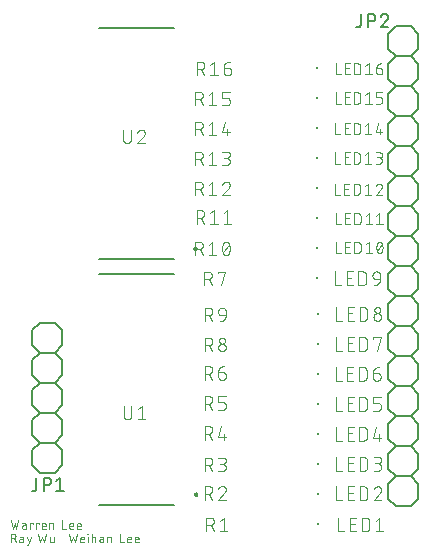
<source format=gbr>
G04 EAGLE Gerber RS-274X export*
G75*
%MOMM*%
%FSLAX34Y34*%
%LPD*%
%INSilkscreen Top*%
%IPPOS*%
%AMOC8*
5,1,8,0,0,1.08239X$1,22.5*%
G01*
%ADD10C,0.076200*%
%ADD11C,0.152400*%
%ADD12C,0.127000*%
%ADD13R,0.200000X0.200000*%
%ADD14C,0.101600*%
%ADD15C,0.200000*%


D10*
X30861Y365887D02*
X32498Y358521D01*
X34135Y363432D01*
X35772Y358521D01*
X37409Y365887D01*
X41692Y361386D02*
X43534Y361386D01*
X41692Y361385D02*
X41617Y361383D01*
X41542Y361377D01*
X41468Y361367D01*
X41394Y361354D01*
X41321Y361336D01*
X41249Y361315D01*
X41179Y361290D01*
X41110Y361261D01*
X41042Y361229D01*
X40976Y361193D01*
X40912Y361154D01*
X40850Y361112D01*
X40791Y361066D01*
X40734Y361017D01*
X40679Y360966D01*
X40628Y360911D01*
X40579Y360854D01*
X40533Y360795D01*
X40491Y360733D01*
X40452Y360669D01*
X40416Y360603D01*
X40384Y360535D01*
X40355Y360466D01*
X40330Y360396D01*
X40309Y360324D01*
X40291Y360251D01*
X40278Y360177D01*
X40268Y360103D01*
X40262Y360028D01*
X40260Y359953D01*
X40262Y359878D01*
X40268Y359803D01*
X40278Y359729D01*
X40291Y359655D01*
X40309Y359582D01*
X40330Y359510D01*
X40355Y359440D01*
X40384Y359371D01*
X40416Y359303D01*
X40452Y359237D01*
X40491Y359173D01*
X40533Y359111D01*
X40579Y359052D01*
X40628Y358995D01*
X40679Y358940D01*
X40734Y358889D01*
X40791Y358840D01*
X40850Y358794D01*
X40912Y358752D01*
X40976Y358713D01*
X41042Y358677D01*
X41110Y358645D01*
X41179Y358616D01*
X41249Y358591D01*
X41321Y358570D01*
X41394Y358552D01*
X41468Y358539D01*
X41542Y358529D01*
X41617Y358523D01*
X41692Y358521D01*
X43534Y358521D01*
X43534Y362204D01*
X43532Y362273D01*
X43526Y362341D01*
X43517Y362410D01*
X43503Y362477D01*
X43486Y362544D01*
X43465Y362610D01*
X43441Y362674D01*
X43412Y362737D01*
X43381Y362798D01*
X43346Y362857D01*
X43308Y362915D01*
X43266Y362970D01*
X43222Y363022D01*
X43174Y363072D01*
X43124Y363120D01*
X43072Y363164D01*
X43017Y363206D01*
X42959Y363244D01*
X42900Y363279D01*
X42839Y363310D01*
X42776Y363339D01*
X42712Y363363D01*
X42646Y363384D01*
X42579Y363401D01*
X42512Y363415D01*
X42443Y363424D01*
X42375Y363430D01*
X42306Y363432D01*
X40669Y363432D01*
X47174Y363432D02*
X47174Y358521D01*
X47174Y363432D02*
X49630Y363432D01*
X49630Y362613D01*
X52295Y363432D02*
X52295Y358521D01*
X52295Y363432D02*
X54750Y363432D01*
X54750Y362613D01*
X58353Y358521D02*
X60399Y358521D01*
X58353Y358521D02*
X58284Y358523D01*
X58216Y358529D01*
X58147Y358538D01*
X58080Y358552D01*
X58013Y358569D01*
X57947Y358590D01*
X57883Y358614D01*
X57820Y358643D01*
X57759Y358674D01*
X57700Y358709D01*
X57642Y358747D01*
X57587Y358789D01*
X57535Y358833D01*
X57485Y358881D01*
X57437Y358931D01*
X57393Y358983D01*
X57351Y359038D01*
X57313Y359096D01*
X57278Y359155D01*
X57247Y359216D01*
X57218Y359279D01*
X57194Y359343D01*
X57173Y359409D01*
X57156Y359476D01*
X57142Y359543D01*
X57133Y359612D01*
X57127Y359680D01*
X57125Y359749D01*
X57126Y359749D02*
X57126Y361795D01*
X57125Y361795D02*
X57127Y361874D01*
X57133Y361953D01*
X57142Y362032D01*
X57155Y362110D01*
X57173Y362187D01*
X57193Y362263D01*
X57218Y362338D01*
X57246Y362412D01*
X57277Y362485D01*
X57313Y362556D01*
X57351Y362625D01*
X57393Y362692D01*
X57438Y362757D01*
X57486Y362820D01*
X57537Y362881D01*
X57591Y362938D01*
X57647Y362994D01*
X57706Y363046D01*
X57768Y363096D01*
X57832Y363142D01*
X57898Y363186D01*
X57966Y363226D01*
X58036Y363262D01*
X58108Y363296D01*
X58182Y363326D01*
X58256Y363352D01*
X58332Y363375D01*
X58409Y363393D01*
X58486Y363409D01*
X58565Y363420D01*
X58643Y363428D01*
X58722Y363432D01*
X58802Y363432D01*
X58881Y363428D01*
X58959Y363420D01*
X59038Y363409D01*
X59115Y363393D01*
X59192Y363375D01*
X59268Y363352D01*
X59342Y363326D01*
X59416Y363296D01*
X59488Y363262D01*
X59558Y363226D01*
X59626Y363186D01*
X59692Y363142D01*
X59756Y363096D01*
X59818Y363046D01*
X59877Y362994D01*
X59933Y362938D01*
X59987Y362881D01*
X60038Y362820D01*
X60086Y362757D01*
X60131Y362692D01*
X60173Y362625D01*
X60211Y362556D01*
X60247Y362485D01*
X60278Y362412D01*
X60306Y362338D01*
X60331Y362263D01*
X60351Y362187D01*
X60369Y362110D01*
X60382Y362032D01*
X60391Y361953D01*
X60397Y361874D01*
X60399Y361795D01*
X60399Y360976D01*
X57126Y360976D01*
X63709Y358521D02*
X63709Y363432D01*
X65755Y363432D01*
X65824Y363430D01*
X65892Y363424D01*
X65961Y363415D01*
X66028Y363401D01*
X66095Y363384D01*
X66161Y363363D01*
X66225Y363339D01*
X66288Y363310D01*
X66349Y363279D01*
X66408Y363244D01*
X66466Y363206D01*
X66521Y363164D01*
X66573Y363120D01*
X66623Y363072D01*
X66671Y363022D01*
X66715Y362970D01*
X66757Y362915D01*
X66795Y362857D01*
X66830Y362798D01*
X66861Y362737D01*
X66890Y362674D01*
X66914Y362610D01*
X66935Y362544D01*
X66952Y362477D01*
X66966Y362410D01*
X66975Y362341D01*
X66981Y362273D01*
X66983Y362204D01*
X66983Y358521D01*
X74532Y358521D02*
X74532Y365887D01*
X74532Y358521D02*
X77806Y358521D01*
X81762Y358521D02*
X83808Y358521D01*
X81762Y358521D02*
X81693Y358523D01*
X81625Y358529D01*
X81556Y358538D01*
X81489Y358552D01*
X81422Y358569D01*
X81356Y358590D01*
X81292Y358614D01*
X81229Y358643D01*
X81168Y358674D01*
X81109Y358709D01*
X81051Y358747D01*
X80996Y358789D01*
X80944Y358833D01*
X80894Y358881D01*
X80846Y358931D01*
X80802Y358983D01*
X80760Y359038D01*
X80722Y359096D01*
X80687Y359155D01*
X80656Y359216D01*
X80627Y359279D01*
X80603Y359343D01*
X80582Y359409D01*
X80565Y359476D01*
X80551Y359543D01*
X80542Y359612D01*
X80536Y359680D01*
X80534Y359749D01*
X80534Y361795D01*
X80536Y361874D01*
X80542Y361953D01*
X80551Y362032D01*
X80564Y362110D01*
X80582Y362187D01*
X80602Y362263D01*
X80627Y362338D01*
X80655Y362412D01*
X80686Y362485D01*
X80722Y362556D01*
X80760Y362625D01*
X80802Y362692D01*
X80847Y362757D01*
X80895Y362820D01*
X80946Y362881D01*
X81000Y362938D01*
X81056Y362994D01*
X81115Y363046D01*
X81177Y363096D01*
X81241Y363142D01*
X81307Y363186D01*
X81375Y363226D01*
X81445Y363262D01*
X81517Y363296D01*
X81591Y363326D01*
X81665Y363352D01*
X81741Y363375D01*
X81818Y363393D01*
X81895Y363409D01*
X81974Y363420D01*
X82052Y363428D01*
X82131Y363432D01*
X82211Y363432D01*
X82290Y363428D01*
X82368Y363420D01*
X82447Y363409D01*
X82524Y363393D01*
X82601Y363375D01*
X82677Y363352D01*
X82751Y363326D01*
X82825Y363296D01*
X82897Y363262D01*
X82967Y363226D01*
X83035Y363186D01*
X83101Y363142D01*
X83165Y363096D01*
X83227Y363046D01*
X83286Y362994D01*
X83342Y362938D01*
X83396Y362881D01*
X83447Y362820D01*
X83495Y362757D01*
X83540Y362692D01*
X83582Y362625D01*
X83620Y362556D01*
X83656Y362485D01*
X83687Y362412D01*
X83715Y362338D01*
X83740Y362263D01*
X83760Y362187D01*
X83778Y362110D01*
X83791Y362032D01*
X83800Y361953D01*
X83806Y361874D01*
X83808Y361795D01*
X83808Y360976D01*
X80534Y360976D01*
X88102Y358521D02*
X90148Y358521D01*
X88102Y358521D02*
X88033Y358523D01*
X87965Y358529D01*
X87896Y358538D01*
X87829Y358552D01*
X87762Y358569D01*
X87696Y358590D01*
X87632Y358614D01*
X87569Y358643D01*
X87508Y358674D01*
X87449Y358709D01*
X87391Y358747D01*
X87336Y358789D01*
X87284Y358833D01*
X87234Y358881D01*
X87186Y358931D01*
X87142Y358983D01*
X87100Y359038D01*
X87062Y359096D01*
X87027Y359155D01*
X86996Y359216D01*
X86967Y359279D01*
X86943Y359343D01*
X86922Y359409D01*
X86905Y359476D01*
X86891Y359543D01*
X86882Y359612D01*
X86876Y359680D01*
X86874Y359749D01*
X86874Y361795D01*
X86876Y361874D01*
X86882Y361953D01*
X86891Y362032D01*
X86904Y362110D01*
X86922Y362187D01*
X86942Y362263D01*
X86967Y362338D01*
X86995Y362412D01*
X87026Y362485D01*
X87062Y362556D01*
X87100Y362625D01*
X87142Y362692D01*
X87187Y362757D01*
X87235Y362820D01*
X87286Y362881D01*
X87340Y362938D01*
X87396Y362994D01*
X87455Y363046D01*
X87517Y363096D01*
X87581Y363142D01*
X87647Y363186D01*
X87715Y363226D01*
X87785Y363262D01*
X87857Y363296D01*
X87931Y363326D01*
X88005Y363352D01*
X88081Y363375D01*
X88158Y363393D01*
X88235Y363409D01*
X88314Y363420D01*
X88392Y363428D01*
X88471Y363432D01*
X88551Y363432D01*
X88630Y363428D01*
X88708Y363420D01*
X88787Y363409D01*
X88864Y363393D01*
X88941Y363375D01*
X89017Y363352D01*
X89091Y363326D01*
X89165Y363296D01*
X89237Y363262D01*
X89307Y363226D01*
X89375Y363186D01*
X89441Y363142D01*
X89505Y363096D01*
X89567Y363046D01*
X89626Y362994D01*
X89682Y362938D01*
X89736Y362881D01*
X89787Y362820D01*
X89835Y362757D01*
X89880Y362692D01*
X89922Y362625D01*
X89960Y362556D01*
X89996Y362485D01*
X90027Y362412D01*
X90055Y362338D01*
X90080Y362263D01*
X90100Y362187D01*
X90118Y362110D01*
X90131Y362032D01*
X90140Y361953D01*
X90146Y361874D01*
X90148Y361795D01*
X90148Y360976D01*
X86874Y360976D01*
X30861Y354457D02*
X30861Y347091D01*
X30861Y354457D02*
X32907Y354457D01*
X32996Y354455D01*
X33085Y354449D01*
X33174Y354439D01*
X33262Y354426D01*
X33350Y354409D01*
X33437Y354387D01*
X33522Y354362D01*
X33607Y354334D01*
X33690Y354301D01*
X33772Y354265D01*
X33852Y354226D01*
X33930Y354183D01*
X34006Y354137D01*
X34081Y354087D01*
X34153Y354034D01*
X34222Y353978D01*
X34289Y353919D01*
X34354Y353858D01*
X34415Y353793D01*
X34474Y353726D01*
X34530Y353657D01*
X34583Y353585D01*
X34633Y353510D01*
X34679Y353434D01*
X34722Y353356D01*
X34761Y353276D01*
X34797Y353194D01*
X34830Y353111D01*
X34858Y353026D01*
X34883Y352941D01*
X34905Y352854D01*
X34922Y352766D01*
X34935Y352678D01*
X34945Y352589D01*
X34951Y352500D01*
X34953Y352411D01*
X34951Y352322D01*
X34945Y352233D01*
X34935Y352144D01*
X34922Y352056D01*
X34905Y351968D01*
X34883Y351881D01*
X34858Y351796D01*
X34830Y351711D01*
X34797Y351628D01*
X34761Y351546D01*
X34722Y351466D01*
X34679Y351388D01*
X34633Y351312D01*
X34583Y351237D01*
X34530Y351165D01*
X34474Y351096D01*
X34415Y351029D01*
X34354Y350964D01*
X34289Y350903D01*
X34222Y350844D01*
X34153Y350788D01*
X34081Y350735D01*
X34006Y350685D01*
X33930Y350639D01*
X33852Y350596D01*
X33772Y350557D01*
X33690Y350521D01*
X33607Y350488D01*
X33522Y350460D01*
X33437Y350435D01*
X33350Y350413D01*
X33262Y350396D01*
X33174Y350383D01*
X33085Y350373D01*
X32996Y350367D01*
X32907Y350365D01*
X30861Y350365D01*
X33316Y350365D02*
X34953Y347091D01*
X39438Y349956D02*
X41279Y349956D01*
X39438Y349955D02*
X39363Y349953D01*
X39288Y349947D01*
X39214Y349937D01*
X39140Y349924D01*
X39067Y349906D01*
X38995Y349885D01*
X38925Y349860D01*
X38856Y349831D01*
X38788Y349799D01*
X38722Y349763D01*
X38658Y349724D01*
X38596Y349682D01*
X38537Y349636D01*
X38480Y349587D01*
X38425Y349536D01*
X38374Y349481D01*
X38325Y349424D01*
X38279Y349365D01*
X38237Y349303D01*
X38198Y349239D01*
X38162Y349173D01*
X38130Y349105D01*
X38101Y349036D01*
X38076Y348966D01*
X38055Y348894D01*
X38037Y348821D01*
X38024Y348747D01*
X38014Y348673D01*
X38008Y348598D01*
X38006Y348523D01*
X38008Y348448D01*
X38014Y348373D01*
X38024Y348299D01*
X38037Y348225D01*
X38055Y348152D01*
X38076Y348080D01*
X38101Y348010D01*
X38130Y347941D01*
X38162Y347873D01*
X38198Y347807D01*
X38237Y347743D01*
X38279Y347681D01*
X38325Y347622D01*
X38374Y347565D01*
X38425Y347510D01*
X38480Y347459D01*
X38537Y347410D01*
X38596Y347364D01*
X38658Y347322D01*
X38722Y347283D01*
X38788Y347247D01*
X38856Y347215D01*
X38925Y347186D01*
X38995Y347161D01*
X39067Y347140D01*
X39140Y347122D01*
X39214Y347109D01*
X39288Y347099D01*
X39363Y347093D01*
X39438Y347091D01*
X41279Y347091D01*
X41279Y350774D01*
X41280Y350774D02*
X41278Y350843D01*
X41272Y350911D01*
X41263Y350980D01*
X41249Y351047D01*
X41232Y351114D01*
X41211Y351180D01*
X41187Y351244D01*
X41158Y351307D01*
X41127Y351368D01*
X41092Y351427D01*
X41054Y351485D01*
X41012Y351540D01*
X40968Y351592D01*
X40920Y351642D01*
X40870Y351690D01*
X40818Y351734D01*
X40763Y351776D01*
X40705Y351814D01*
X40646Y351849D01*
X40585Y351880D01*
X40522Y351909D01*
X40458Y351933D01*
X40392Y351954D01*
X40325Y351971D01*
X40258Y351985D01*
X40189Y351994D01*
X40121Y352000D01*
X40052Y352002D01*
X38415Y352002D01*
X44386Y344636D02*
X45205Y344636D01*
X47660Y352002D01*
X44386Y352002D02*
X46023Y347091D01*
X55847Y347091D02*
X54210Y354457D01*
X57484Y352002D02*
X55847Y347091D01*
X59121Y347091D02*
X57484Y352002D01*
X60757Y354457D02*
X59121Y347091D01*
X63894Y348319D02*
X63894Y352002D01*
X63893Y348319D02*
X63895Y348250D01*
X63901Y348182D01*
X63910Y348113D01*
X63924Y348046D01*
X63941Y347979D01*
X63962Y347913D01*
X63986Y347849D01*
X64015Y347786D01*
X64046Y347725D01*
X64081Y347666D01*
X64119Y347608D01*
X64161Y347553D01*
X64205Y347501D01*
X64253Y347451D01*
X64303Y347403D01*
X64355Y347359D01*
X64410Y347317D01*
X64468Y347279D01*
X64527Y347244D01*
X64588Y347213D01*
X64651Y347184D01*
X64715Y347160D01*
X64781Y347139D01*
X64848Y347122D01*
X64915Y347108D01*
X64984Y347099D01*
X65052Y347093D01*
X65121Y347091D01*
X67167Y347091D01*
X67167Y352002D01*
X80391Y354457D02*
X82028Y347091D01*
X83665Y352002D01*
X85302Y347091D01*
X86939Y354457D01*
X91058Y347091D02*
X93105Y347091D01*
X91058Y347091D02*
X90989Y347093D01*
X90921Y347099D01*
X90852Y347108D01*
X90785Y347122D01*
X90718Y347139D01*
X90652Y347160D01*
X90588Y347184D01*
X90525Y347213D01*
X90464Y347244D01*
X90405Y347279D01*
X90347Y347317D01*
X90292Y347359D01*
X90240Y347403D01*
X90190Y347451D01*
X90142Y347501D01*
X90098Y347553D01*
X90056Y347608D01*
X90018Y347666D01*
X89983Y347725D01*
X89952Y347786D01*
X89923Y347849D01*
X89899Y347913D01*
X89878Y347979D01*
X89861Y348046D01*
X89847Y348113D01*
X89838Y348182D01*
X89832Y348250D01*
X89830Y348319D01*
X89831Y348319D02*
X89831Y350365D01*
X89833Y350444D01*
X89839Y350523D01*
X89848Y350602D01*
X89861Y350680D01*
X89879Y350757D01*
X89899Y350833D01*
X89924Y350908D01*
X89952Y350982D01*
X89983Y351055D01*
X90019Y351126D01*
X90057Y351195D01*
X90099Y351262D01*
X90144Y351327D01*
X90192Y351390D01*
X90243Y351451D01*
X90297Y351508D01*
X90353Y351564D01*
X90412Y351616D01*
X90474Y351666D01*
X90538Y351712D01*
X90604Y351756D01*
X90672Y351796D01*
X90742Y351832D01*
X90814Y351866D01*
X90888Y351896D01*
X90962Y351922D01*
X91038Y351945D01*
X91115Y351963D01*
X91192Y351979D01*
X91271Y351990D01*
X91349Y351998D01*
X91428Y352002D01*
X91508Y352002D01*
X91587Y351998D01*
X91665Y351990D01*
X91744Y351979D01*
X91821Y351963D01*
X91898Y351945D01*
X91974Y351922D01*
X92048Y351896D01*
X92122Y351866D01*
X92194Y351832D01*
X92264Y351796D01*
X92332Y351756D01*
X92398Y351712D01*
X92462Y351666D01*
X92524Y351616D01*
X92583Y351564D01*
X92639Y351508D01*
X92693Y351451D01*
X92744Y351390D01*
X92792Y351327D01*
X92837Y351262D01*
X92879Y351195D01*
X92917Y351126D01*
X92953Y351055D01*
X92984Y350982D01*
X93012Y350908D01*
X93037Y350833D01*
X93057Y350757D01*
X93075Y350680D01*
X93088Y350602D01*
X93097Y350523D01*
X93103Y350444D01*
X93105Y350365D01*
X93105Y349546D01*
X89831Y349546D01*
X96101Y347091D02*
X96101Y352002D01*
X95896Y354048D02*
X95896Y354457D01*
X96305Y354457D01*
X96305Y354048D01*
X95896Y354048D01*
X99340Y354457D02*
X99340Y347091D01*
X99340Y352002D02*
X101387Y352002D01*
X101456Y352000D01*
X101524Y351994D01*
X101593Y351985D01*
X101660Y351971D01*
X101727Y351954D01*
X101793Y351933D01*
X101857Y351909D01*
X101920Y351880D01*
X101981Y351849D01*
X102040Y351814D01*
X102098Y351776D01*
X102153Y351734D01*
X102205Y351690D01*
X102255Y351642D01*
X102303Y351592D01*
X102347Y351540D01*
X102389Y351485D01*
X102427Y351427D01*
X102462Y351368D01*
X102493Y351307D01*
X102522Y351244D01*
X102546Y351180D01*
X102567Y351114D01*
X102584Y351047D01*
X102598Y350980D01*
X102607Y350911D01*
X102613Y350843D01*
X102615Y350774D01*
X102614Y350774D02*
X102614Y347091D01*
X107315Y349956D02*
X109157Y349956D01*
X107315Y349955D02*
X107240Y349953D01*
X107165Y349947D01*
X107091Y349937D01*
X107017Y349924D01*
X106944Y349906D01*
X106872Y349885D01*
X106802Y349860D01*
X106733Y349831D01*
X106665Y349799D01*
X106599Y349763D01*
X106535Y349724D01*
X106473Y349682D01*
X106414Y349636D01*
X106357Y349587D01*
X106302Y349536D01*
X106251Y349481D01*
X106202Y349424D01*
X106156Y349365D01*
X106114Y349303D01*
X106075Y349239D01*
X106039Y349173D01*
X106007Y349105D01*
X105978Y349036D01*
X105953Y348966D01*
X105932Y348894D01*
X105914Y348821D01*
X105901Y348747D01*
X105891Y348673D01*
X105885Y348598D01*
X105883Y348523D01*
X105885Y348448D01*
X105891Y348373D01*
X105901Y348299D01*
X105914Y348225D01*
X105932Y348152D01*
X105953Y348080D01*
X105978Y348010D01*
X106007Y347941D01*
X106039Y347873D01*
X106075Y347807D01*
X106114Y347743D01*
X106156Y347681D01*
X106202Y347622D01*
X106251Y347565D01*
X106302Y347510D01*
X106357Y347459D01*
X106414Y347410D01*
X106473Y347364D01*
X106535Y347322D01*
X106599Y347283D01*
X106665Y347247D01*
X106733Y347215D01*
X106802Y347186D01*
X106872Y347161D01*
X106944Y347140D01*
X107017Y347122D01*
X107091Y347109D01*
X107165Y347099D01*
X107240Y347093D01*
X107315Y347091D01*
X109157Y347091D01*
X109157Y350774D01*
X109155Y350843D01*
X109149Y350911D01*
X109140Y350980D01*
X109126Y351047D01*
X109109Y351114D01*
X109088Y351180D01*
X109064Y351244D01*
X109035Y351307D01*
X109004Y351368D01*
X108969Y351427D01*
X108931Y351485D01*
X108889Y351540D01*
X108845Y351592D01*
X108797Y351642D01*
X108747Y351690D01*
X108695Y351734D01*
X108640Y351776D01*
X108582Y351814D01*
X108523Y351849D01*
X108462Y351880D01*
X108399Y351909D01*
X108335Y351933D01*
X108269Y351954D01*
X108202Y351971D01*
X108135Y351985D01*
X108066Y351994D01*
X107998Y352000D01*
X107929Y352002D01*
X106292Y352002D01*
X112752Y352002D02*
X112752Y347091D01*
X112752Y352002D02*
X114798Y352002D01*
X114867Y352000D01*
X114935Y351994D01*
X115004Y351985D01*
X115071Y351971D01*
X115138Y351954D01*
X115204Y351933D01*
X115268Y351909D01*
X115331Y351880D01*
X115392Y351849D01*
X115451Y351814D01*
X115509Y351776D01*
X115564Y351734D01*
X115616Y351690D01*
X115666Y351642D01*
X115714Y351592D01*
X115758Y351540D01*
X115800Y351485D01*
X115838Y351427D01*
X115873Y351368D01*
X115904Y351307D01*
X115933Y351244D01*
X115957Y351180D01*
X115978Y351114D01*
X115995Y351047D01*
X116009Y350980D01*
X116018Y350911D01*
X116024Y350843D01*
X116026Y350774D01*
X116025Y350774D02*
X116025Y347091D01*
X123575Y347091D02*
X123575Y354457D01*
X123575Y347091D02*
X126848Y347091D01*
X130804Y347091D02*
X132850Y347091D01*
X130804Y347091D02*
X130735Y347093D01*
X130667Y347099D01*
X130598Y347108D01*
X130531Y347122D01*
X130464Y347139D01*
X130398Y347160D01*
X130334Y347184D01*
X130271Y347213D01*
X130210Y347244D01*
X130151Y347279D01*
X130093Y347317D01*
X130038Y347359D01*
X129986Y347403D01*
X129936Y347451D01*
X129888Y347501D01*
X129844Y347553D01*
X129802Y347608D01*
X129764Y347666D01*
X129729Y347725D01*
X129698Y347786D01*
X129669Y347849D01*
X129645Y347913D01*
X129624Y347979D01*
X129607Y348046D01*
X129593Y348113D01*
X129584Y348182D01*
X129578Y348250D01*
X129576Y348319D01*
X129577Y348319D02*
X129577Y350365D01*
X129576Y350365D02*
X129578Y350444D01*
X129584Y350523D01*
X129593Y350602D01*
X129606Y350680D01*
X129624Y350757D01*
X129644Y350833D01*
X129669Y350908D01*
X129697Y350982D01*
X129728Y351055D01*
X129764Y351126D01*
X129802Y351195D01*
X129844Y351262D01*
X129889Y351327D01*
X129937Y351390D01*
X129988Y351451D01*
X130042Y351508D01*
X130098Y351564D01*
X130157Y351616D01*
X130219Y351666D01*
X130283Y351712D01*
X130349Y351756D01*
X130417Y351796D01*
X130487Y351832D01*
X130559Y351866D01*
X130633Y351896D01*
X130707Y351922D01*
X130783Y351945D01*
X130860Y351963D01*
X130937Y351979D01*
X131016Y351990D01*
X131094Y351998D01*
X131173Y352002D01*
X131253Y352002D01*
X131332Y351998D01*
X131410Y351990D01*
X131489Y351979D01*
X131566Y351963D01*
X131643Y351945D01*
X131719Y351922D01*
X131793Y351896D01*
X131867Y351866D01*
X131939Y351832D01*
X132009Y351796D01*
X132077Y351756D01*
X132143Y351712D01*
X132207Y351666D01*
X132269Y351616D01*
X132328Y351564D01*
X132384Y351508D01*
X132438Y351451D01*
X132489Y351390D01*
X132537Y351327D01*
X132582Y351262D01*
X132624Y351195D01*
X132662Y351126D01*
X132698Y351055D01*
X132729Y350982D01*
X132757Y350908D01*
X132782Y350833D01*
X132802Y350757D01*
X132820Y350680D01*
X132833Y350602D01*
X132842Y350523D01*
X132848Y350444D01*
X132850Y350365D01*
X132850Y349546D01*
X129577Y349546D01*
X137144Y347091D02*
X139190Y347091D01*
X137144Y347091D02*
X137075Y347093D01*
X137007Y347099D01*
X136938Y347108D01*
X136871Y347122D01*
X136804Y347139D01*
X136738Y347160D01*
X136674Y347184D01*
X136611Y347213D01*
X136550Y347244D01*
X136491Y347279D01*
X136433Y347317D01*
X136378Y347359D01*
X136326Y347403D01*
X136276Y347451D01*
X136228Y347501D01*
X136184Y347553D01*
X136142Y347608D01*
X136104Y347666D01*
X136069Y347725D01*
X136038Y347786D01*
X136009Y347849D01*
X135985Y347913D01*
X135964Y347979D01*
X135947Y348046D01*
X135933Y348113D01*
X135924Y348182D01*
X135918Y348250D01*
X135916Y348319D01*
X135916Y350365D01*
X135918Y350444D01*
X135924Y350523D01*
X135933Y350602D01*
X135946Y350680D01*
X135964Y350757D01*
X135984Y350833D01*
X136009Y350908D01*
X136037Y350982D01*
X136068Y351055D01*
X136104Y351126D01*
X136142Y351195D01*
X136184Y351262D01*
X136229Y351327D01*
X136277Y351390D01*
X136328Y351451D01*
X136382Y351508D01*
X136438Y351564D01*
X136497Y351616D01*
X136559Y351666D01*
X136623Y351712D01*
X136689Y351756D01*
X136757Y351796D01*
X136827Y351832D01*
X136899Y351866D01*
X136973Y351896D01*
X137047Y351922D01*
X137123Y351945D01*
X137200Y351963D01*
X137277Y351979D01*
X137356Y351990D01*
X137434Y351998D01*
X137513Y352002D01*
X137593Y352002D01*
X137672Y351998D01*
X137750Y351990D01*
X137829Y351979D01*
X137906Y351963D01*
X137983Y351945D01*
X138059Y351922D01*
X138133Y351896D01*
X138207Y351866D01*
X138279Y351832D01*
X138349Y351796D01*
X138417Y351756D01*
X138483Y351712D01*
X138547Y351666D01*
X138609Y351616D01*
X138668Y351564D01*
X138724Y351508D01*
X138778Y351451D01*
X138829Y351390D01*
X138877Y351327D01*
X138922Y351262D01*
X138964Y351195D01*
X139002Y351126D01*
X139038Y351055D01*
X139069Y350982D01*
X139097Y350908D01*
X139122Y350833D01*
X139142Y350757D01*
X139160Y350680D01*
X139173Y350602D01*
X139182Y350523D01*
X139188Y350444D01*
X139190Y350365D01*
X139190Y349546D01*
X135916Y349546D01*
D11*
X74676Y437769D02*
X74676Y450469D01*
X74676Y437769D02*
X68326Y431419D01*
X55626Y431419D01*
X49276Y437769D01*
X74676Y475869D02*
X68326Y482219D01*
X74676Y475869D02*
X74676Y463169D01*
X68326Y456819D01*
X55626Y456819D01*
X49276Y463169D01*
X49276Y475869D01*
X55626Y482219D01*
X68326Y456819D02*
X74676Y450469D01*
X55626Y456819D02*
X49276Y450469D01*
X49276Y437769D01*
X74676Y513969D02*
X74676Y526669D01*
X74676Y513969D02*
X68326Y507619D01*
X55626Y507619D01*
X49276Y513969D01*
X68326Y507619D02*
X74676Y501269D01*
X74676Y488569D01*
X68326Y482219D01*
X55626Y482219D01*
X49276Y488569D01*
X49276Y501269D01*
X55626Y507619D01*
X55626Y533019D02*
X68326Y533019D01*
X74676Y526669D01*
X55626Y533019D02*
X49276Y526669D01*
X49276Y513969D01*
X74676Y425069D02*
X74676Y412369D01*
X68326Y406019D01*
X55626Y406019D01*
X49276Y412369D01*
X68326Y431419D02*
X74676Y425069D01*
X55626Y431419D02*
X49276Y425069D01*
X49276Y412369D01*
D12*
X52705Y401955D02*
X52705Y393065D01*
X52703Y392965D01*
X52697Y392866D01*
X52687Y392766D01*
X52674Y392668D01*
X52656Y392569D01*
X52635Y392472D01*
X52610Y392376D01*
X52581Y392280D01*
X52548Y392186D01*
X52512Y392093D01*
X52472Y392002D01*
X52428Y391912D01*
X52381Y391824D01*
X52331Y391738D01*
X52277Y391654D01*
X52220Y391572D01*
X52160Y391493D01*
X52096Y391415D01*
X52030Y391341D01*
X51961Y391269D01*
X51889Y391200D01*
X51815Y391134D01*
X51737Y391070D01*
X51658Y391010D01*
X51576Y390953D01*
X51492Y390899D01*
X51406Y390849D01*
X51318Y390802D01*
X51228Y390758D01*
X51137Y390718D01*
X51044Y390682D01*
X50950Y390649D01*
X50854Y390620D01*
X50758Y390595D01*
X50661Y390574D01*
X50562Y390556D01*
X50464Y390543D01*
X50364Y390533D01*
X50265Y390527D01*
X50165Y390525D01*
X48895Y390525D01*
X58685Y390525D02*
X58685Y401955D01*
X61860Y401955D01*
X61971Y401953D01*
X62081Y401947D01*
X62192Y401938D01*
X62302Y401924D01*
X62411Y401907D01*
X62520Y401886D01*
X62628Y401861D01*
X62735Y401832D01*
X62841Y401800D01*
X62946Y401764D01*
X63049Y401724D01*
X63151Y401681D01*
X63252Y401634D01*
X63351Y401583D01*
X63448Y401530D01*
X63542Y401473D01*
X63635Y401412D01*
X63726Y401349D01*
X63815Y401282D01*
X63901Y401212D01*
X63984Y401139D01*
X64066Y401064D01*
X64144Y400986D01*
X64219Y400904D01*
X64292Y400821D01*
X64362Y400735D01*
X64429Y400646D01*
X64492Y400555D01*
X64553Y400462D01*
X64610Y400367D01*
X64663Y400271D01*
X64714Y400172D01*
X64761Y400071D01*
X64804Y399969D01*
X64844Y399866D01*
X64880Y399761D01*
X64912Y399655D01*
X64941Y399548D01*
X64966Y399440D01*
X64987Y399331D01*
X65004Y399222D01*
X65018Y399112D01*
X65027Y399001D01*
X65033Y398891D01*
X65035Y398780D01*
X65033Y398669D01*
X65027Y398559D01*
X65018Y398448D01*
X65004Y398338D01*
X64987Y398229D01*
X64966Y398120D01*
X64941Y398012D01*
X64912Y397905D01*
X64880Y397799D01*
X64844Y397694D01*
X64804Y397591D01*
X64761Y397489D01*
X64714Y397388D01*
X64663Y397289D01*
X64610Y397192D01*
X64553Y397098D01*
X64492Y397005D01*
X64429Y396914D01*
X64362Y396825D01*
X64292Y396739D01*
X64219Y396656D01*
X64144Y396574D01*
X64066Y396496D01*
X63984Y396421D01*
X63901Y396348D01*
X63815Y396278D01*
X63726Y396211D01*
X63635Y396148D01*
X63542Y396087D01*
X63447Y396030D01*
X63351Y395977D01*
X63252Y395926D01*
X63151Y395879D01*
X63049Y395836D01*
X62946Y395796D01*
X62841Y395760D01*
X62735Y395728D01*
X62628Y395699D01*
X62520Y395674D01*
X62411Y395653D01*
X62302Y395636D01*
X62192Y395622D01*
X62081Y395613D01*
X61971Y395607D01*
X61860Y395605D01*
X58685Y395605D01*
X69544Y399415D02*
X72719Y401955D01*
X72719Y390525D01*
X69544Y390525D02*
X75894Y390525D01*
D11*
X356743Y733171D02*
X350393Y739521D01*
X350393Y752221D01*
X356743Y758571D01*
X369443Y758571D01*
X375793Y752221D01*
X375793Y739521D01*
X369443Y733171D01*
X350393Y701421D02*
X350393Y688721D01*
X350393Y701421D02*
X356743Y707771D01*
X369443Y707771D01*
X375793Y701421D01*
X356743Y707771D02*
X350393Y714121D01*
X350393Y726821D01*
X356743Y733171D01*
X369443Y733171D01*
X375793Y726821D01*
X375793Y714121D01*
X369443Y707771D01*
X350393Y663321D02*
X356743Y656971D01*
X350393Y663321D02*
X350393Y676021D01*
X356743Y682371D01*
X369443Y682371D01*
X375793Y676021D01*
X375793Y663321D01*
X369443Y656971D01*
X356743Y682371D02*
X350393Y688721D01*
X369443Y682371D02*
X375793Y688721D01*
X375793Y701421D01*
X350393Y625221D02*
X350393Y612521D01*
X350393Y625221D02*
X356743Y631571D01*
X369443Y631571D01*
X375793Y625221D01*
X356743Y631571D02*
X350393Y637921D01*
X350393Y650621D01*
X356743Y656971D01*
X369443Y656971D01*
X375793Y650621D01*
X375793Y637921D01*
X369443Y631571D01*
X350393Y587121D02*
X356743Y580771D01*
X350393Y587121D02*
X350393Y599821D01*
X356743Y606171D01*
X369443Y606171D01*
X375793Y599821D01*
X375793Y587121D01*
X369443Y580771D01*
X356743Y606171D02*
X350393Y612521D01*
X369443Y606171D02*
X375793Y612521D01*
X375793Y625221D01*
X350393Y549021D02*
X350393Y536321D01*
X350393Y549021D02*
X356743Y555371D01*
X369443Y555371D01*
X375793Y549021D01*
X356743Y555371D02*
X350393Y561721D01*
X350393Y574421D01*
X356743Y580771D01*
X369443Y580771D01*
X375793Y574421D01*
X375793Y561721D01*
X369443Y555371D01*
X350393Y510921D02*
X356743Y504571D01*
X350393Y510921D02*
X350393Y523621D01*
X356743Y529971D01*
X369443Y529971D01*
X375793Y523621D01*
X375793Y510921D01*
X369443Y504571D01*
X356743Y529971D02*
X350393Y536321D01*
X369443Y529971D02*
X375793Y536321D01*
X375793Y549021D01*
X350393Y472821D02*
X350393Y460121D01*
X350393Y472821D02*
X356743Y479171D01*
X369443Y479171D01*
X375793Y472821D01*
X356743Y479171D02*
X350393Y485521D01*
X350393Y498221D01*
X356743Y504571D01*
X369443Y504571D01*
X375793Y498221D01*
X375793Y485521D01*
X369443Y479171D01*
X350393Y434721D02*
X356743Y428371D01*
X350393Y434721D02*
X350393Y447421D01*
X356743Y453771D01*
X369443Y453771D01*
X375793Y447421D01*
X375793Y434721D01*
X369443Y428371D01*
X356743Y453771D02*
X350393Y460121D01*
X369443Y453771D02*
X375793Y460121D01*
X375793Y472821D01*
X350393Y396621D02*
X350393Y383921D01*
X350393Y396621D02*
X356743Y402971D01*
X369443Y402971D01*
X375793Y396621D01*
X356743Y402971D02*
X350393Y409321D01*
X350393Y422021D01*
X356743Y428371D01*
X369443Y428371D01*
X375793Y422021D01*
X375793Y409321D01*
X369443Y402971D01*
X369443Y377571D02*
X356743Y377571D01*
X350393Y383921D01*
X369443Y377571D02*
X375793Y383921D01*
X375793Y396621D01*
X356743Y758571D02*
X350393Y764921D01*
X350393Y777621D01*
X356743Y783971D01*
X369443Y783971D01*
X375793Y777621D01*
X375793Y764921D01*
X369443Y758571D01*
D12*
X327331Y785876D02*
X327331Y794766D01*
X327331Y785876D02*
X327329Y785776D01*
X327323Y785677D01*
X327313Y785577D01*
X327300Y785479D01*
X327282Y785380D01*
X327261Y785283D01*
X327236Y785187D01*
X327207Y785091D01*
X327174Y784997D01*
X327138Y784904D01*
X327098Y784813D01*
X327054Y784723D01*
X327007Y784635D01*
X326957Y784549D01*
X326903Y784465D01*
X326846Y784383D01*
X326786Y784304D01*
X326722Y784226D01*
X326656Y784152D01*
X326587Y784080D01*
X326515Y784011D01*
X326441Y783945D01*
X326363Y783881D01*
X326284Y783821D01*
X326202Y783764D01*
X326118Y783710D01*
X326032Y783660D01*
X325944Y783613D01*
X325854Y783569D01*
X325763Y783529D01*
X325670Y783493D01*
X325576Y783460D01*
X325480Y783431D01*
X325384Y783406D01*
X325287Y783385D01*
X325188Y783367D01*
X325090Y783354D01*
X324990Y783344D01*
X324891Y783338D01*
X324791Y783336D01*
X323521Y783336D01*
X333312Y783336D02*
X333312Y794766D01*
X336487Y794766D01*
X336598Y794764D01*
X336708Y794758D01*
X336819Y794749D01*
X336929Y794735D01*
X337038Y794718D01*
X337147Y794697D01*
X337255Y794672D01*
X337362Y794643D01*
X337468Y794611D01*
X337573Y794575D01*
X337676Y794535D01*
X337778Y794492D01*
X337879Y794445D01*
X337978Y794394D01*
X338075Y794341D01*
X338169Y794284D01*
X338262Y794223D01*
X338353Y794160D01*
X338442Y794093D01*
X338528Y794023D01*
X338611Y793950D01*
X338693Y793875D01*
X338771Y793797D01*
X338846Y793715D01*
X338919Y793632D01*
X338989Y793546D01*
X339056Y793457D01*
X339119Y793366D01*
X339180Y793273D01*
X339237Y793178D01*
X339290Y793082D01*
X339341Y792983D01*
X339388Y792882D01*
X339431Y792780D01*
X339471Y792677D01*
X339507Y792572D01*
X339539Y792466D01*
X339568Y792359D01*
X339593Y792251D01*
X339614Y792142D01*
X339631Y792033D01*
X339645Y791923D01*
X339654Y791812D01*
X339660Y791702D01*
X339662Y791591D01*
X339660Y791480D01*
X339654Y791370D01*
X339645Y791259D01*
X339631Y791149D01*
X339614Y791040D01*
X339593Y790931D01*
X339568Y790823D01*
X339539Y790716D01*
X339507Y790610D01*
X339471Y790505D01*
X339431Y790402D01*
X339388Y790300D01*
X339341Y790199D01*
X339290Y790100D01*
X339237Y790004D01*
X339180Y789909D01*
X339119Y789816D01*
X339056Y789725D01*
X338989Y789636D01*
X338919Y789550D01*
X338846Y789467D01*
X338771Y789385D01*
X338693Y789307D01*
X338611Y789232D01*
X338528Y789159D01*
X338442Y789089D01*
X338353Y789022D01*
X338262Y788959D01*
X338169Y788898D01*
X338075Y788841D01*
X337978Y788788D01*
X337879Y788737D01*
X337778Y788690D01*
X337676Y788647D01*
X337573Y788607D01*
X337468Y788571D01*
X337362Y788539D01*
X337255Y788510D01*
X337147Y788485D01*
X337038Y788464D01*
X336929Y788447D01*
X336819Y788433D01*
X336708Y788424D01*
X336598Y788418D01*
X336487Y788416D01*
X333312Y788416D01*
X347663Y794767D02*
X347767Y794765D01*
X347872Y794759D01*
X347976Y794750D01*
X348079Y794737D01*
X348182Y794719D01*
X348284Y794699D01*
X348386Y794674D01*
X348486Y794646D01*
X348586Y794614D01*
X348684Y794578D01*
X348781Y794539D01*
X348876Y794497D01*
X348970Y794451D01*
X349062Y794401D01*
X349152Y794349D01*
X349240Y794293D01*
X349326Y794233D01*
X349410Y794171D01*
X349491Y794106D01*
X349570Y794038D01*
X349647Y793966D01*
X349720Y793893D01*
X349792Y793816D01*
X349860Y793737D01*
X349925Y793656D01*
X349987Y793572D01*
X350047Y793486D01*
X350103Y793398D01*
X350155Y793308D01*
X350205Y793216D01*
X350251Y793122D01*
X350293Y793027D01*
X350332Y792930D01*
X350368Y792832D01*
X350400Y792732D01*
X350428Y792632D01*
X350453Y792530D01*
X350473Y792428D01*
X350491Y792325D01*
X350504Y792222D01*
X350513Y792118D01*
X350519Y792013D01*
X350521Y791909D01*
X347663Y794766D02*
X347545Y794764D01*
X347426Y794758D01*
X347308Y794749D01*
X347191Y794736D01*
X347074Y794718D01*
X346957Y794698D01*
X346841Y794673D01*
X346726Y794645D01*
X346613Y794612D01*
X346500Y794577D01*
X346388Y794537D01*
X346278Y794495D01*
X346169Y794448D01*
X346061Y794398D01*
X345956Y794345D01*
X345852Y794288D01*
X345750Y794228D01*
X345650Y794165D01*
X345552Y794098D01*
X345456Y794029D01*
X345363Y793956D01*
X345272Y793880D01*
X345183Y793802D01*
X345097Y793720D01*
X345014Y793636D01*
X344933Y793550D01*
X344856Y793460D01*
X344781Y793369D01*
X344709Y793275D01*
X344640Y793178D01*
X344575Y793080D01*
X344512Y792979D01*
X344453Y792876D01*
X344397Y792772D01*
X344345Y792666D01*
X344296Y792558D01*
X344251Y792449D01*
X344209Y792338D01*
X344171Y792226D01*
X349568Y789687D02*
X349644Y789762D01*
X349719Y789841D01*
X349790Y789922D01*
X349859Y790006D01*
X349924Y790092D01*
X349986Y790180D01*
X350046Y790270D01*
X350102Y790362D01*
X350155Y790457D01*
X350204Y790553D01*
X350250Y790651D01*
X350293Y790750D01*
X350332Y790851D01*
X350367Y790953D01*
X350399Y791056D01*
X350427Y791160D01*
X350452Y791265D01*
X350473Y791372D01*
X350490Y791478D01*
X350503Y791585D01*
X350512Y791693D01*
X350518Y791801D01*
X350520Y791909D01*
X349568Y789686D02*
X344170Y783336D01*
X350520Y783336D01*
D13*
X290941Y362204D03*
D14*
X308229Y368046D02*
X308229Y356362D01*
X313422Y356362D01*
X318135Y356362D02*
X323328Y356362D01*
X318135Y356362D02*
X318135Y368046D01*
X323328Y368046D01*
X322030Y362853D02*
X318135Y362853D01*
X328018Y368046D02*
X328018Y356362D01*
X328018Y368046D02*
X331264Y368046D01*
X331377Y368044D01*
X331490Y368038D01*
X331603Y368028D01*
X331716Y368014D01*
X331828Y367997D01*
X331939Y367975D01*
X332049Y367950D01*
X332159Y367920D01*
X332267Y367887D01*
X332374Y367850D01*
X332480Y367810D01*
X332584Y367765D01*
X332687Y367717D01*
X332788Y367666D01*
X332887Y367611D01*
X332984Y367553D01*
X333079Y367491D01*
X333172Y367426D01*
X333262Y367358D01*
X333350Y367287D01*
X333436Y367212D01*
X333519Y367135D01*
X333599Y367055D01*
X333676Y366972D01*
X333751Y366886D01*
X333822Y366798D01*
X333890Y366708D01*
X333955Y366615D01*
X334017Y366520D01*
X334075Y366423D01*
X334130Y366324D01*
X334181Y366223D01*
X334229Y366120D01*
X334274Y366016D01*
X334314Y365910D01*
X334351Y365803D01*
X334384Y365695D01*
X334414Y365585D01*
X334439Y365475D01*
X334461Y365364D01*
X334478Y365252D01*
X334492Y365139D01*
X334502Y365026D01*
X334508Y364913D01*
X334510Y364800D01*
X334510Y359608D01*
X334508Y359495D01*
X334502Y359382D01*
X334492Y359269D01*
X334478Y359156D01*
X334461Y359044D01*
X334439Y358933D01*
X334414Y358823D01*
X334384Y358713D01*
X334351Y358605D01*
X334314Y358498D01*
X334274Y358392D01*
X334229Y358288D01*
X334181Y358185D01*
X334130Y358084D01*
X334075Y357985D01*
X334017Y357888D01*
X333955Y357793D01*
X333890Y357700D01*
X333822Y357610D01*
X333751Y357522D01*
X333676Y357436D01*
X333599Y357353D01*
X333519Y357273D01*
X333436Y357196D01*
X333350Y357121D01*
X333262Y357050D01*
X333172Y356982D01*
X333079Y356917D01*
X332984Y356855D01*
X332887Y356797D01*
X332788Y356742D01*
X332687Y356691D01*
X332584Y356643D01*
X332480Y356598D01*
X332374Y356558D01*
X332267Y356521D01*
X332159Y356488D01*
X332049Y356458D01*
X331939Y356433D01*
X331828Y356411D01*
X331716Y356394D01*
X331603Y356380D01*
X331490Y356370D01*
X331377Y356364D01*
X331264Y356362D01*
X328018Y356362D01*
X339829Y365450D02*
X343075Y368046D01*
X343075Y356362D01*
X346320Y356362D02*
X339829Y356362D01*
D13*
X290433Y595884D03*
D10*
X306070Y591947D02*
X306070Y601345D01*
X306070Y591947D02*
X310247Y591947D01*
X313995Y591947D02*
X318172Y591947D01*
X313995Y591947D02*
X313995Y601345D01*
X318172Y601345D01*
X317127Y597168D02*
X313995Y597168D01*
X321902Y601345D02*
X321902Y591947D01*
X321902Y601345D02*
X324513Y601345D01*
X324613Y601343D01*
X324713Y601337D01*
X324812Y601328D01*
X324912Y601314D01*
X325010Y601297D01*
X325108Y601276D01*
X325205Y601252D01*
X325301Y601223D01*
X325396Y601191D01*
X325489Y601156D01*
X325581Y601117D01*
X325672Y601074D01*
X325760Y601028D01*
X325847Y600978D01*
X325932Y600926D01*
X326015Y600870D01*
X326096Y600811D01*
X326174Y600748D01*
X326250Y600683D01*
X326324Y600615D01*
X326394Y600545D01*
X326462Y600471D01*
X326527Y600395D01*
X326590Y600317D01*
X326649Y600236D01*
X326705Y600153D01*
X326757Y600068D01*
X326807Y599981D01*
X326853Y599893D01*
X326896Y599802D01*
X326935Y599710D01*
X326970Y599617D01*
X327002Y599522D01*
X327031Y599426D01*
X327055Y599329D01*
X327076Y599231D01*
X327093Y599133D01*
X327107Y599033D01*
X327116Y598934D01*
X327122Y598834D01*
X327124Y598734D01*
X327123Y598734D02*
X327123Y594558D01*
X327124Y594558D02*
X327122Y594458D01*
X327116Y594358D01*
X327107Y594259D01*
X327093Y594159D01*
X327076Y594061D01*
X327055Y593963D01*
X327031Y593866D01*
X327002Y593770D01*
X326970Y593675D01*
X326935Y593582D01*
X326896Y593490D01*
X326853Y593399D01*
X326807Y593311D01*
X326757Y593224D01*
X326705Y593139D01*
X326649Y593056D01*
X326590Y592975D01*
X326527Y592897D01*
X326462Y592821D01*
X326394Y592747D01*
X326324Y592677D01*
X326250Y592609D01*
X326174Y592544D01*
X326096Y592481D01*
X326015Y592422D01*
X325932Y592366D01*
X325847Y592314D01*
X325760Y592264D01*
X325672Y592218D01*
X325581Y592175D01*
X325489Y592136D01*
X325396Y592101D01*
X325301Y592069D01*
X325205Y592040D01*
X325108Y592016D01*
X325010Y591995D01*
X324912Y591978D01*
X324812Y591964D01*
X324713Y591955D01*
X324613Y591949D01*
X324513Y591947D01*
X321902Y591947D01*
X331351Y599257D02*
X333961Y601345D01*
X333961Y591947D01*
X331351Y591947D02*
X336572Y591947D01*
X340494Y596646D02*
X340496Y596831D01*
X340503Y597016D01*
X340514Y597200D01*
X340529Y597384D01*
X340549Y597568D01*
X340573Y597752D01*
X340602Y597934D01*
X340635Y598116D01*
X340672Y598297D01*
X340714Y598477D01*
X340760Y598657D01*
X340810Y598835D01*
X340864Y599011D01*
X340923Y599187D01*
X340985Y599361D01*
X341052Y599533D01*
X341123Y599704D01*
X341198Y599873D01*
X341277Y600040D01*
X341307Y600120D01*
X341340Y600199D01*
X341377Y600276D01*
X341417Y600352D01*
X341460Y600426D01*
X341506Y600498D01*
X341556Y600567D01*
X341608Y600635D01*
X341664Y600700D01*
X341722Y600763D01*
X341784Y600822D01*
X341847Y600880D01*
X341914Y600934D01*
X341982Y600985D01*
X342053Y601033D01*
X342126Y601078D01*
X342200Y601120D01*
X342277Y601158D01*
X342355Y601193D01*
X342434Y601225D01*
X342515Y601253D01*
X342597Y601277D01*
X342681Y601298D01*
X342764Y601315D01*
X342849Y601328D01*
X342934Y601337D01*
X343019Y601343D01*
X343105Y601345D01*
X343191Y601343D01*
X343276Y601337D01*
X343361Y601328D01*
X343446Y601315D01*
X343529Y601298D01*
X343613Y601277D01*
X343695Y601253D01*
X343776Y601225D01*
X343855Y601193D01*
X343933Y601158D01*
X344010Y601120D01*
X344084Y601078D01*
X344157Y601033D01*
X344228Y600985D01*
X344296Y600934D01*
X344363Y600880D01*
X344426Y600822D01*
X344488Y600763D01*
X344546Y600700D01*
X344602Y600635D01*
X344654Y600567D01*
X344704Y600498D01*
X344750Y600426D01*
X344793Y600352D01*
X344833Y600276D01*
X344870Y600199D01*
X344903Y600120D01*
X344933Y600040D01*
X345012Y599873D01*
X345087Y599704D01*
X345158Y599533D01*
X345225Y599361D01*
X345287Y599187D01*
X345346Y599011D01*
X345400Y598835D01*
X345450Y598657D01*
X345496Y598477D01*
X345538Y598297D01*
X345575Y598116D01*
X345608Y597934D01*
X345637Y597752D01*
X345661Y597568D01*
X345681Y597384D01*
X345696Y597200D01*
X345707Y597016D01*
X345714Y596831D01*
X345716Y596646D01*
X340495Y596646D02*
X340497Y596461D01*
X340504Y596276D01*
X340515Y596092D01*
X340530Y595908D01*
X340550Y595724D01*
X340574Y595540D01*
X340603Y595358D01*
X340636Y595176D01*
X340673Y594995D01*
X340715Y594815D01*
X340761Y594635D01*
X340811Y594457D01*
X340865Y594281D01*
X340924Y594105D01*
X340986Y593931D01*
X341053Y593759D01*
X341124Y593588D01*
X341199Y593419D01*
X341278Y593252D01*
X341277Y593252D02*
X341307Y593172D01*
X341340Y593093D01*
X341377Y593016D01*
X341417Y592940D01*
X341460Y592866D01*
X341506Y592794D01*
X341556Y592725D01*
X341609Y592657D01*
X341664Y592592D01*
X341723Y592529D01*
X341784Y592470D01*
X341847Y592412D01*
X341914Y592358D01*
X341982Y592307D01*
X342053Y592259D01*
X342126Y592214D01*
X342200Y592172D01*
X342277Y592134D01*
X342355Y592099D01*
X342434Y592067D01*
X342515Y592039D01*
X342597Y592015D01*
X342681Y591994D01*
X342764Y591977D01*
X342849Y591964D01*
X342934Y591955D01*
X343019Y591949D01*
X343105Y591947D01*
X344933Y593252D02*
X345012Y593419D01*
X345087Y593588D01*
X345158Y593759D01*
X345225Y593931D01*
X345287Y594105D01*
X345346Y594281D01*
X345400Y594457D01*
X345450Y594635D01*
X345496Y594815D01*
X345538Y594995D01*
X345575Y595176D01*
X345608Y595358D01*
X345637Y595540D01*
X345661Y595724D01*
X345681Y595908D01*
X345696Y596092D01*
X345707Y596276D01*
X345714Y596461D01*
X345716Y596646D01*
X344933Y593252D02*
X344903Y593172D01*
X344870Y593093D01*
X344833Y593016D01*
X344793Y592940D01*
X344750Y592866D01*
X344704Y592794D01*
X344654Y592725D01*
X344602Y592657D01*
X344546Y592592D01*
X344488Y592529D01*
X344426Y592470D01*
X344363Y592412D01*
X344296Y592358D01*
X344228Y592307D01*
X344157Y592259D01*
X344084Y592214D01*
X344010Y592172D01*
X343933Y592134D01*
X343855Y592099D01*
X343776Y592067D01*
X343695Y592039D01*
X343613Y592015D01*
X343529Y591994D01*
X343446Y591977D01*
X343361Y591964D01*
X343276Y591955D01*
X343191Y591949D01*
X343105Y591947D01*
X341017Y594035D02*
X345194Y599257D01*
D13*
X290433Y621284D03*
D10*
X306070Y625729D02*
X306070Y616331D01*
X310247Y616331D01*
X313995Y616331D02*
X318172Y616331D01*
X313995Y616331D02*
X313995Y625729D01*
X318172Y625729D01*
X317127Y621552D02*
X313995Y621552D01*
X321902Y625729D02*
X321902Y616331D01*
X321902Y625729D02*
X324513Y625729D01*
X324613Y625727D01*
X324713Y625721D01*
X324812Y625712D01*
X324912Y625698D01*
X325010Y625681D01*
X325108Y625660D01*
X325205Y625636D01*
X325301Y625607D01*
X325396Y625575D01*
X325489Y625540D01*
X325581Y625501D01*
X325672Y625458D01*
X325760Y625412D01*
X325847Y625362D01*
X325932Y625310D01*
X326015Y625254D01*
X326096Y625195D01*
X326174Y625132D01*
X326250Y625067D01*
X326324Y624999D01*
X326394Y624929D01*
X326462Y624855D01*
X326527Y624779D01*
X326590Y624701D01*
X326649Y624620D01*
X326705Y624537D01*
X326757Y624452D01*
X326807Y624365D01*
X326853Y624277D01*
X326896Y624186D01*
X326935Y624094D01*
X326970Y624001D01*
X327002Y623906D01*
X327031Y623810D01*
X327055Y623713D01*
X327076Y623615D01*
X327093Y623517D01*
X327107Y623417D01*
X327116Y623318D01*
X327122Y623218D01*
X327124Y623118D01*
X327123Y623118D02*
X327123Y618942D01*
X327124Y618942D02*
X327122Y618842D01*
X327116Y618742D01*
X327107Y618643D01*
X327093Y618543D01*
X327076Y618445D01*
X327055Y618347D01*
X327031Y618250D01*
X327002Y618154D01*
X326970Y618059D01*
X326935Y617966D01*
X326896Y617874D01*
X326853Y617783D01*
X326807Y617695D01*
X326757Y617608D01*
X326705Y617523D01*
X326649Y617440D01*
X326590Y617359D01*
X326527Y617281D01*
X326462Y617205D01*
X326394Y617131D01*
X326324Y617061D01*
X326250Y616993D01*
X326174Y616928D01*
X326096Y616865D01*
X326015Y616806D01*
X325932Y616750D01*
X325847Y616698D01*
X325760Y616648D01*
X325672Y616602D01*
X325581Y616559D01*
X325489Y616520D01*
X325396Y616485D01*
X325301Y616453D01*
X325205Y616424D01*
X325108Y616400D01*
X325010Y616379D01*
X324912Y616362D01*
X324812Y616348D01*
X324713Y616339D01*
X324613Y616333D01*
X324513Y616331D01*
X321902Y616331D01*
X331351Y623641D02*
X333961Y625729D01*
X333961Y616331D01*
X331351Y616331D02*
X336572Y616331D01*
X340495Y623641D02*
X343105Y625729D01*
X343105Y616331D01*
X340495Y616331D02*
X345716Y616331D01*
D13*
X290433Y646684D03*
D10*
X305562Y650748D02*
X305562Y641350D01*
X309739Y641350D01*
X313487Y641350D02*
X317664Y641350D01*
X313487Y641350D02*
X313487Y650748D01*
X317664Y650748D01*
X316619Y646571D02*
X313487Y646571D01*
X321394Y650748D02*
X321394Y641350D01*
X321394Y650748D02*
X324005Y650748D01*
X324105Y650746D01*
X324205Y650740D01*
X324304Y650731D01*
X324404Y650717D01*
X324502Y650700D01*
X324600Y650679D01*
X324697Y650655D01*
X324793Y650626D01*
X324888Y650594D01*
X324981Y650559D01*
X325073Y650520D01*
X325164Y650477D01*
X325252Y650431D01*
X325339Y650381D01*
X325424Y650329D01*
X325507Y650273D01*
X325588Y650214D01*
X325666Y650151D01*
X325742Y650086D01*
X325816Y650018D01*
X325886Y649948D01*
X325954Y649874D01*
X326019Y649798D01*
X326082Y649720D01*
X326141Y649639D01*
X326197Y649556D01*
X326249Y649471D01*
X326299Y649384D01*
X326345Y649296D01*
X326388Y649205D01*
X326427Y649113D01*
X326462Y649020D01*
X326494Y648925D01*
X326523Y648829D01*
X326547Y648732D01*
X326568Y648634D01*
X326585Y648536D01*
X326599Y648436D01*
X326608Y648337D01*
X326614Y648237D01*
X326616Y648137D01*
X326615Y648137D02*
X326615Y643961D01*
X326616Y643961D02*
X326614Y643861D01*
X326608Y643761D01*
X326599Y643662D01*
X326585Y643562D01*
X326568Y643464D01*
X326547Y643366D01*
X326523Y643269D01*
X326494Y643173D01*
X326462Y643078D01*
X326427Y642985D01*
X326388Y642893D01*
X326345Y642802D01*
X326299Y642714D01*
X326249Y642627D01*
X326197Y642542D01*
X326141Y642459D01*
X326082Y642378D01*
X326019Y642300D01*
X325954Y642224D01*
X325886Y642150D01*
X325816Y642080D01*
X325742Y642012D01*
X325666Y641947D01*
X325588Y641884D01*
X325507Y641825D01*
X325424Y641769D01*
X325339Y641717D01*
X325252Y641667D01*
X325164Y641621D01*
X325073Y641578D01*
X324981Y641539D01*
X324888Y641504D01*
X324793Y641472D01*
X324697Y641443D01*
X324600Y641419D01*
X324502Y641398D01*
X324404Y641381D01*
X324304Y641367D01*
X324205Y641358D01*
X324105Y641352D01*
X324005Y641350D01*
X321394Y641350D01*
X330843Y648660D02*
X333453Y650748D01*
X333453Y641350D01*
X330843Y641350D02*
X336064Y641350D01*
X345208Y648399D02*
X345206Y648494D01*
X345200Y648588D01*
X345191Y648682D01*
X345178Y648776D01*
X345161Y648869D01*
X345140Y648961D01*
X345115Y649053D01*
X345087Y649143D01*
X345055Y649232D01*
X345020Y649320D01*
X344981Y649406D01*
X344939Y649491D01*
X344893Y649574D01*
X344844Y649655D01*
X344792Y649734D01*
X344737Y649811D01*
X344678Y649885D01*
X344617Y649957D01*
X344553Y650027D01*
X344486Y650094D01*
X344416Y650158D01*
X344344Y650219D01*
X344270Y650278D01*
X344193Y650333D01*
X344114Y650385D01*
X344033Y650434D01*
X343950Y650480D01*
X343865Y650522D01*
X343779Y650561D01*
X343691Y650596D01*
X343602Y650628D01*
X343512Y650656D01*
X343420Y650681D01*
X343328Y650702D01*
X343235Y650719D01*
X343141Y650732D01*
X343047Y650741D01*
X342953Y650747D01*
X342858Y650749D01*
X342858Y650748D02*
X342750Y650746D01*
X342641Y650740D01*
X342533Y650730D01*
X342426Y650717D01*
X342319Y650699D01*
X342212Y650678D01*
X342107Y650653D01*
X342002Y650624D01*
X341899Y650592D01*
X341797Y650555D01*
X341696Y650515D01*
X341597Y650472D01*
X341499Y650425D01*
X341403Y650374D01*
X341309Y650320D01*
X341217Y650263D01*
X341127Y650202D01*
X341039Y650138D01*
X340954Y650072D01*
X340871Y650002D01*
X340791Y649929D01*
X340713Y649853D01*
X340638Y649775D01*
X340566Y649694D01*
X340497Y649610D01*
X340431Y649524D01*
X340368Y649436D01*
X340309Y649345D01*
X340252Y649253D01*
X340199Y649158D01*
X340150Y649062D01*
X340104Y648963D01*
X340061Y648864D01*
X340022Y648762D01*
X339987Y648660D01*
X344425Y646571D02*
X344494Y646640D01*
X344560Y646711D01*
X344624Y646784D01*
X344685Y646860D01*
X344743Y646939D01*
X344797Y647019D01*
X344849Y647102D01*
X344897Y647186D01*
X344943Y647272D01*
X344984Y647360D01*
X345023Y647450D01*
X345058Y647541D01*
X345089Y647633D01*
X345117Y647726D01*
X345141Y647820D01*
X345161Y647915D01*
X345178Y648011D01*
X345191Y648108D01*
X345200Y648205D01*
X345206Y648302D01*
X345208Y648399D01*
X344425Y646571D02*
X339987Y641350D01*
X345208Y641350D01*
D13*
X290433Y672084D03*
D10*
X305689Y667766D02*
X305689Y677164D01*
X305689Y667766D02*
X309866Y667766D01*
X313614Y667766D02*
X317791Y667766D01*
X313614Y667766D02*
X313614Y677164D01*
X317791Y677164D01*
X316746Y672987D02*
X313614Y672987D01*
X321521Y677164D02*
X321521Y667766D01*
X321521Y677164D02*
X324132Y677164D01*
X324232Y677162D01*
X324332Y677156D01*
X324431Y677147D01*
X324531Y677133D01*
X324629Y677116D01*
X324727Y677095D01*
X324824Y677071D01*
X324920Y677042D01*
X325015Y677010D01*
X325108Y676975D01*
X325200Y676936D01*
X325291Y676893D01*
X325379Y676847D01*
X325466Y676797D01*
X325551Y676745D01*
X325634Y676689D01*
X325715Y676630D01*
X325793Y676567D01*
X325869Y676502D01*
X325943Y676434D01*
X326013Y676364D01*
X326081Y676290D01*
X326146Y676214D01*
X326209Y676136D01*
X326268Y676055D01*
X326324Y675972D01*
X326376Y675887D01*
X326426Y675800D01*
X326472Y675712D01*
X326515Y675621D01*
X326554Y675529D01*
X326589Y675436D01*
X326621Y675341D01*
X326650Y675245D01*
X326674Y675148D01*
X326695Y675050D01*
X326712Y674952D01*
X326726Y674852D01*
X326735Y674753D01*
X326741Y674653D01*
X326743Y674553D01*
X326742Y674553D02*
X326742Y670377D01*
X326743Y670377D02*
X326741Y670277D01*
X326735Y670177D01*
X326726Y670078D01*
X326712Y669978D01*
X326695Y669880D01*
X326674Y669782D01*
X326650Y669685D01*
X326621Y669589D01*
X326589Y669494D01*
X326554Y669401D01*
X326515Y669309D01*
X326472Y669218D01*
X326426Y669130D01*
X326376Y669043D01*
X326324Y668958D01*
X326268Y668875D01*
X326209Y668794D01*
X326146Y668716D01*
X326081Y668640D01*
X326013Y668566D01*
X325943Y668496D01*
X325869Y668428D01*
X325793Y668363D01*
X325715Y668300D01*
X325634Y668241D01*
X325551Y668185D01*
X325466Y668133D01*
X325379Y668083D01*
X325291Y668037D01*
X325200Y667994D01*
X325108Y667955D01*
X325015Y667920D01*
X324920Y667888D01*
X324824Y667859D01*
X324727Y667835D01*
X324629Y667814D01*
X324531Y667797D01*
X324431Y667783D01*
X324332Y667774D01*
X324232Y667768D01*
X324132Y667766D01*
X321521Y667766D01*
X330970Y675076D02*
X333580Y677164D01*
X333580Y667766D01*
X330970Y667766D02*
X336191Y667766D01*
X340114Y667766D02*
X342724Y667766D01*
X342825Y667768D01*
X342926Y667774D01*
X343027Y667784D01*
X343127Y667797D01*
X343227Y667815D01*
X343326Y667836D01*
X343424Y667862D01*
X343521Y667891D01*
X343617Y667923D01*
X343711Y667960D01*
X343804Y668000D01*
X343896Y668044D01*
X343985Y668091D01*
X344073Y668142D01*
X344159Y668196D01*
X344242Y668253D01*
X344324Y668313D01*
X344402Y668377D01*
X344479Y668443D01*
X344552Y668513D01*
X344623Y668585D01*
X344691Y668660D01*
X344756Y668738D01*
X344818Y668818D01*
X344877Y668900D01*
X344933Y668985D01*
X344985Y669072D01*
X345034Y669160D01*
X345080Y669251D01*
X345121Y669343D01*
X345160Y669437D01*
X345194Y669532D01*
X345225Y669628D01*
X345252Y669726D01*
X345276Y669824D01*
X345295Y669924D01*
X345311Y670024D01*
X345323Y670124D01*
X345331Y670225D01*
X345335Y670326D01*
X345335Y670428D01*
X345331Y670529D01*
X345323Y670630D01*
X345311Y670730D01*
X345295Y670830D01*
X345276Y670930D01*
X345252Y671028D01*
X345225Y671126D01*
X345194Y671222D01*
X345160Y671317D01*
X345121Y671411D01*
X345080Y671503D01*
X345034Y671594D01*
X344985Y671683D01*
X344933Y671769D01*
X344877Y671854D01*
X344818Y671936D01*
X344756Y672016D01*
X344691Y672094D01*
X344623Y672169D01*
X344552Y672241D01*
X344479Y672311D01*
X344402Y672377D01*
X344324Y672441D01*
X344242Y672501D01*
X344159Y672558D01*
X344073Y672612D01*
X343985Y672663D01*
X343896Y672710D01*
X343804Y672754D01*
X343711Y672794D01*
X343617Y672831D01*
X343521Y672863D01*
X343424Y672892D01*
X343326Y672918D01*
X343227Y672939D01*
X343127Y672957D01*
X343027Y672970D01*
X342926Y672980D01*
X342825Y672986D01*
X342724Y672988D01*
X343246Y677164D02*
X340114Y677164D01*
X343246Y677164D02*
X343336Y677162D01*
X343425Y677156D01*
X343515Y677147D01*
X343604Y677133D01*
X343692Y677116D01*
X343779Y677095D01*
X343866Y677070D01*
X343951Y677041D01*
X344035Y677009D01*
X344117Y676974D01*
X344198Y676934D01*
X344277Y676892D01*
X344354Y676846D01*
X344429Y676796D01*
X344502Y676744D01*
X344573Y676688D01*
X344641Y676630D01*
X344706Y676568D01*
X344769Y676504D01*
X344829Y676437D01*
X344886Y676368D01*
X344940Y676296D01*
X344991Y676222D01*
X345039Y676146D01*
X345083Y676068D01*
X345124Y675988D01*
X345162Y675906D01*
X345196Y675823D01*
X345226Y675738D01*
X345253Y675652D01*
X345276Y675566D01*
X345295Y675478D01*
X345310Y675389D01*
X345322Y675300D01*
X345330Y675211D01*
X345334Y675121D01*
X345334Y675031D01*
X345330Y674941D01*
X345322Y674852D01*
X345310Y674763D01*
X345295Y674674D01*
X345276Y674586D01*
X345253Y674500D01*
X345226Y674414D01*
X345196Y674329D01*
X345162Y674246D01*
X345124Y674164D01*
X345083Y674084D01*
X345039Y674006D01*
X344991Y673930D01*
X344940Y673856D01*
X344886Y673784D01*
X344829Y673715D01*
X344769Y673648D01*
X344706Y673584D01*
X344641Y673522D01*
X344573Y673464D01*
X344502Y673408D01*
X344429Y673356D01*
X344354Y673306D01*
X344277Y673260D01*
X344198Y673218D01*
X344117Y673178D01*
X344035Y673143D01*
X343951Y673111D01*
X343866Y673082D01*
X343779Y673057D01*
X343692Y673036D01*
X343604Y673019D01*
X343515Y673005D01*
X343425Y672996D01*
X343336Y672990D01*
X343246Y672988D01*
X343246Y672987D02*
X341158Y672987D01*
D13*
X290433Y697484D03*
D10*
X305689Y701929D02*
X305689Y692531D01*
X309866Y692531D01*
X313614Y692531D02*
X317791Y692531D01*
X313614Y692531D02*
X313614Y701929D01*
X317791Y701929D01*
X316746Y697752D02*
X313614Y697752D01*
X321521Y701929D02*
X321521Y692531D01*
X321521Y701929D02*
X324132Y701929D01*
X324232Y701927D01*
X324332Y701921D01*
X324431Y701912D01*
X324531Y701898D01*
X324629Y701881D01*
X324727Y701860D01*
X324824Y701836D01*
X324920Y701807D01*
X325015Y701775D01*
X325108Y701740D01*
X325200Y701701D01*
X325291Y701658D01*
X325379Y701612D01*
X325466Y701562D01*
X325551Y701510D01*
X325634Y701454D01*
X325715Y701395D01*
X325793Y701332D01*
X325869Y701267D01*
X325943Y701199D01*
X326013Y701129D01*
X326081Y701055D01*
X326146Y700979D01*
X326209Y700901D01*
X326268Y700820D01*
X326324Y700737D01*
X326376Y700652D01*
X326426Y700565D01*
X326472Y700477D01*
X326515Y700386D01*
X326554Y700294D01*
X326589Y700201D01*
X326621Y700106D01*
X326650Y700010D01*
X326674Y699913D01*
X326695Y699815D01*
X326712Y699717D01*
X326726Y699617D01*
X326735Y699518D01*
X326741Y699418D01*
X326743Y699318D01*
X326742Y699318D02*
X326742Y695142D01*
X326743Y695142D02*
X326741Y695042D01*
X326735Y694942D01*
X326726Y694843D01*
X326712Y694743D01*
X326695Y694645D01*
X326674Y694547D01*
X326650Y694450D01*
X326621Y694354D01*
X326589Y694259D01*
X326554Y694166D01*
X326515Y694074D01*
X326472Y693983D01*
X326426Y693895D01*
X326376Y693808D01*
X326324Y693723D01*
X326268Y693640D01*
X326209Y693559D01*
X326146Y693481D01*
X326081Y693405D01*
X326013Y693331D01*
X325943Y693261D01*
X325869Y693193D01*
X325793Y693128D01*
X325715Y693065D01*
X325634Y693006D01*
X325551Y692950D01*
X325466Y692898D01*
X325379Y692848D01*
X325291Y692802D01*
X325200Y692759D01*
X325108Y692720D01*
X325015Y692685D01*
X324920Y692653D01*
X324824Y692624D01*
X324727Y692600D01*
X324629Y692579D01*
X324531Y692562D01*
X324431Y692548D01*
X324332Y692539D01*
X324232Y692533D01*
X324132Y692531D01*
X321521Y692531D01*
X330970Y699841D02*
X333580Y701929D01*
X333580Y692531D01*
X330970Y692531D02*
X336191Y692531D01*
X340114Y694619D02*
X342202Y701929D01*
X340114Y694619D02*
X345335Y694619D01*
X343769Y696708D02*
X343769Y692531D01*
D13*
X290433Y722884D03*
D10*
X305943Y718566D02*
X305943Y727964D01*
X305943Y718566D02*
X310120Y718566D01*
X313868Y718566D02*
X318045Y718566D01*
X313868Y718566D02*
X313868Y727964D01*
X318045Y727964D01*
X317000Y723787D02*
X313868Y723787D01*
X321775Y727964D02*
X321775Y718566D01*
X321775Y727964D02*
X324386Y727964D01*
X324486Y727962D01*
X324586Y727956D01*
X324685Y727947D01*
X324785Y727933D01*
X324883Y727916D01*
X324981Y727895D01*
X325078Y727871D01*
X325174Y727842D01*
X325269Y727810D01*
X325362Y727775D01*
X325454Y727736D01*
X325545Y727693D01*
X325633Y727647D01*
X325720Y727597D01*
X325805Y727545D01*
X325888Y727489D01*
X325969Y727430D01*
X326047Y727367D01*
X326123Y727302D01*
X326197Y727234D01*
X326267Y727164D01*
X326335Y727090D01*
X326400Y727014D01*
X326463Y726936D01*
X326522Y726855D01*
X326578Y726772D01*
X326630Y726687D01*
X326680Y726600D01*
X326726Y726512D01*
X326769Y726421D01*
X326808Y726329D01*
X326843Y726236D01*
X326875Y726141D01*
X326904Y726045D01*
X326928Y725948D01*
X326949Y725850D01*
X326966Y725752D01*
X326980Y725652D01*
X326989Y725553D01*
X326995Y725453D01*
X326997Y725353D01*
X326996Y725353D02*
X326996Y721177D01*
X326997Y721177D02*
X326995Y721077D01*
X326989Y720977D01*
X326980Y720878D01*
X326966Y720778D01*
X326949Y720680D01*
X326928Y720582D01*
X326904Y720485D01*
X326875Y720389D01*
X326843Y720294D01*
X326808Y720201D01*
X326769Y720109D01*
X326726Y720018D01*
X326680Y719930D01*
X326630Y719843D01*
X326578Y719758D01*
X326522Y719675D01*
X326463Y719594D01*
X326400Y719516D01*
X326335Y719440D01*
X326267Y719366D01*
X326197Y719296D01*
X326123Y719228D01*
X326047Y719163D01*
X325969Y719100D01*
X325888Y719041D01*
X325805Y718985D01*
X325720Y718933D01*
X325633Y718883D01*
X325545Y718837D01*
X325454Y718794D01*
X325362Y718755D01*
X325269Y718720D01*
X325174Y718688D01*
X325078Y718659D01*
X324981Y718635D01*
X324883Y718614D01*
X324785Y718597D01*
X324685Y718583D01*
X324586Y718574D01*
X324486Y718568D01*
X324386Y718566D01*
X321775Y718566D01*
X331224Y725876D02*
X333834Y727964D01*
X333834Y718566D01*
X331224Y718566D02*
X336445Y718566D01*
X340368Y718566D02*
X343500Y718566D01*
X343589Y718568D01*
X343677Y718574D01*
X343765Y718583D01*
X343853Y718596D01*
X343940Y718613D01*
X344026Y718633D01*
X344111Y718658D01*
X344196Y718685D01*
X344279Y718717D01*
X344360Y718751D01*
X344440Y718790D01*
X344518Y718831D01*
X344595Y718876D01*
X344669Y718924D01*
X344742Y718975D01*
X344812Y719029D01*
X344879Y719087D01*
X344945Y719147D01*
X345007Y719209D01*
X345067Y719275D01*
X345125Y719342D01*
X345179Y719412D01*
X345230Y719485D01*
X345278Y719559D01*
X345323Y719636D01*
X345364Y719714D01*
X345403Y719794D01*
X345437Y719875D01*
X345469Y719958D01*
X345496Y720043D01*
X345521Y720128D01*
X345541Y720214D01*
X345558Y720301D01*
X345571Y720389D01*
X345580Y720477D01*
X345586Y720565D01*
X345588Y720654D01*
X345589Y720654D02*
X345589Y721699D01*
X345588Y721699D02*
X345586Y721788D01*
X345580Y721876D01*
X345571Y721964D01*
X345558Y722052D01*
X345541Y722139D01*
X345521Y722225D01*
X345496Y722310D01*
X345469Y722395D01*
X345437Y722478D01*
X345403Y722559D01*
X345364Y722639D01*
X345323Y722717D01*
X345278Y722794D01*
X345230Y722868D01*
X345179Y722941D01*
X345125Y723011D01*
X345067Y723078D01*
X345007Y723144D01*
X344945Y723206D01*
X344879Y723266D01*
X344812Y723324D01*
X344742Y723378D01*
X344669Y723429D01*
X344595Y723477D01*
X344518Y723522D01*
X344440Y723563D01*
X344360Y723602D01*
X344279Y723636D01*
X344196Y723668D01*
X344111Y723695D01*
X344026Y723720D01*
X343940Y723740D01*
X343853Y723757D01*
X343765Y723770D01*
X343677Y723779D01*
X343589Y723785D01*
X343500Y723787D01*
X340368Y723787D01*
X340368Y727964D01*
X345589Y727964D01*
D13*
X290433Y748284D03*
D10*
X305943Y752602D02*
X305943Y743204D01*
X310120Y743204D01*
X313868Y743204D02*
X318045Y743204D01*
X313868Y743204D02*
X313868Y752602D01*
X318045Y752602D01*
X317000Y748425D02*
X313868Y748425D01*
X321775Y752602D02*
X321775Y743204D01*
X321775Y752602D02*
X324386Y752602D01*
X324486Y752600D01*
X324586Y752594D01*
X324685Y752585D01*
X324785Y752571D01*
X324883Y752554D01*
X324981Y752533D01*
X325078Y752509D01*
X325174Y752480D01*
X325269Y752448D01*
X325362Y752413D01*
X325454Y752374D01*
X325545Y752331D01*
X325633Y752285D01*
X325720Y752235D01*
X325805Y752183D01*
X325888Y752127D01*
X325969Y752068D01*
X326047Y752005D01*
X326123Y751940D01*
X326197Y751872D01*
X326267Y751802D01*
X326335Y751728D01*
X326400Y751652D01*
X326463Y751574D01*
X326522Y751493D01*
X326578Y751410D01*
X326630Y751325D01*
X326680Y751238D01*
X326726Y751150D01*
X326769Y751059D01*
X326808Y750967D01*
X326843Y750874D01*
X326875Y750779D01*
X326904Y750683D01*
X326928Y750586D01*
X326949Y750488D01*
X326966Y750390D01*
X326980Y750290D01*
X326989Y750191D01*
X326995Y750091D01*
X326997Y749991D01*
X326996Y749991D02*
X326996Y745815D01*
X326997Y745815D02*
X326995Y745715D01*
X326989Y745615D01*
X326980Y745516D01*
X326966Y745416D01*
X326949Y745318D01*
X326928Y745220D01*
X326904Y745123D01*
X326875Y745027D01*
X326843Y744932D01*
X326808Y744839D01*
X326769Y744747D01*
X326726Y744656D01*
X326680Y744568D01*
X326630Y744481D01*
X326578Y744396D01*
X326522Y744313D01*
X326463Y744232D01*
X326400Y744154D01*
X326335Y744078D01*
X326267Y744004D01*
X326197Y743934D01*
X326123Y743866D01*
X326047Y743801D01*
X325969Y743738D01*
X325888Y743679D01*
X325805Y743623D01*
X325720Y743571D01*
X325633Y743521D01*
X325545Y743475D01*
X325454Y743432D01*
X325362Y743393D01*
X325269Y743358D01*
X325174Y743326D01*
X325078Y743297D01*
X324981Y743273D01*
X324883Y743252D01*
X324785Y743235D01*
X324685Y743221D01*
X324586Y743212D01*
X324486Y743206D01*
X324386Y743204D01*
X321775Y743204D01*
X331224Y750514D02*
X333834Y752602D01*
X333834Y743204D01*
X331224Y743204D02*
X336445Y743204D01*
X340368Y748425D02*
X343500Y748425D01*
X343589Y748423D01*
X343677Y748417D01*
X343765Y748408D01*
X343853Y748395D01*
X343940Y748378D01*
X344026Y748358D01*
X344111Y748333D01*
X344196Y748306D01*
X344279Y748274D01*
X344360Y748240D01*
X344440Y748201D01*
X344518Y748160D01*
X344595Y748115D01*
X344669Y748067D01*
X344742Y748016D01*
X344812Y747962D01*
X344879Y747904D01*
X344945Y747844D01*
X345007Y747782D01*
X345067Y747716D01*
X345125Y747649D01*
X345179Y747579D01*
X345230Y747506D01*
X345278Y747432D01*
X345323Y747355D01*
X345364Y747277D01*
X345403Y747197D01*
X345437Y747116D01*
X345469Y747033D01*
X345496Y746948D01*
X345521Y746863D01*
X345541Y746777D01*
X345558Y746690D01*
X345571Y746602D01*
X345580Y746514D01*
X345586Y746426D01*
X345588Y746337D01*
X345589Y746337D02*
X345589Y745815D01*
X345587Y745714D01*
X345581Y745613D01*
X345571Y745512D01*
X345558Y745412D01*
X345540Y745312D01*
X345519Y745213D01*
X345493Y745115D01*
X345464Y745018D01*
X345432Y744922D01*
X345395Y744828D01*
X345355Y744735D01*
X345311Y744643D01*
X345264Y744554D01*
X345213Y744466D01*
X345159Y744380D01*
X345102Y744297D01*
X345042Y744215D01*
X344978Y744137D01*
X344912Y744060D01*
X344842Y743987D01*
X344770Y743916D01*
X344695Y743848D01*
X344617Y743783D01*
X344537Y743721D01*
X344455Y743662D01*
X344370Y743606D01*
X344283Y743554D01*
X344195Y743505D01*
X344104Y743459D01*
X344012Y743418D01*
X343918Y743379D01*
X343823Y743345D01*
X343727Y743314D01*
X343629Y743287D01*
X343531Y743263D01*
X343431Y743244D01*
X343331Y743228D01*
X343231Y743216D01*
X343130Y743208D01*
X343029Y743204D01*
X342927Y743204D01*
X342826Y743208D01*
X342725Y743216D01*
X342625Y743228D01*
X342525Y743244D01*
X342425Y743263D01*
X342327Y743287D01*
X342229Y743314D01*
X342133Y743345D01*
X342038Y743379D01*
X341944Y743418D01*
X341852Y743459D01*
X341761Y743505D01*
X341673Y743554D01*
X341586Y743606D01*
X341501Y743662D01*
X341419Y743721D01*
X341339Y743783D01*
X341261Y743848D01*
X341186Y743916D01*
X341114Y743987D01*
X341044Y744060D01*
X340978Y744137D01*
X340914Y744215D01*
X340854Y744297D01*
X340797Y744380D01*
X340743Y744466D01*
X340692Y744554D01*
X340645Y744643D01*
X340601Y744735D01*
X340561Y744828D01*
X340524Y744922D01*
X340492Y745018D01*
X340463Y745115D01*
X340437Y745213D01*
X340416Y745312D01*
X340398Y745412D01*
X340385Y745512D01*
X340375Y745613D01*
X340369Y745714D01*
X340367Y745815D01*
X340368Y745815D02*
X340368Y748425D01*
X340370Y748554D01*
X340376Y748682D01*
X340386Y748810D01*
X340400Y748938D01*
X340417Y749066D01*
X340439Y749193D01*
X340465Y749319D01*
X340494Y749444D01*
X340527Y749568D01*
X340565Y749691D01*
X340605Y749813D01*
X340650Y749934D01*
X340698Y750053D01*
X340750Y750171D01*
X340806Y750287D01*
X340865Y750401D01*
X340928Y750513D01*
X340994Y750624D01*
X341063Y750732D01*
X341136Y750838D01*
X341212Y750942D01*
X341291Y751044D01*
X341373Y751143D01*
X341458Y751239D01*
X341546Y751333D01*
X341637Y751424D01*
X341731Y751512D01*
X341827Y751597D01*
X341926Y751679D01*
X342028Y751758D01*
X342132Y751834D01*
X342238Y751907D01*
X342346Y751976D01*
X342456Y752042D01*
X342569Y752105D01*
X342683Y752164D01*
X342799Y752220D01*
X342917Y752272D01*
X343036Y752320D01*
X343157Y752365D01*
X343279Y752405D01*
X343402Y752443D01*
X343526Y752476D01*
X343651Y752505D01*
X343777Y752531D01*
X343904Y752553D01*
X344032Y752570D01*
X344160Y752584D01*
X344288Y752594D01*
X344416Y752600D01*
X344545Y752602D01*
D13*
X290941Y387604D03*
D14*
X306578Y382778D02*
X306578Y394462D01*
X306578Y382778D02*
X311771Y382778D01*
X316484Y382778D02*
X321677Y382778D01*
X316484Y382778D02*
X316484Y394462D01*
X321677Y394462D01*
X320379Y389269D02*
X316484Y389269D01*
X326367Y394462D02*
X326367Y382778D01*
X326367Y394462D02*
X329613Y394462D01*
X329726Y394460D01*
X329839Y394454D01*
X329952Y394444D01*
X330065Y394430D01*
X330177Y394413D01*
X330288Y394391D01*
X330398Y394366D01*
X330508Y394336D01*
X330616Y394303D01*
X330723Y394266D01*
X330829Y394226D01*
X330933Y394181D01*
X331036Y394133D01*
X331137Y394082D01*
X331236Y394027D01*
X331333Y393969D01*
X331428Y393907D01*
X331521Y393842D01*
X331611Y393774D01*
X331699Y393703D01*
X331785Y393628D01*
X331868Y393551D01*
X331948Y393471D01*
X332025Y393388D01*
X332100Y393302D01*
X332171Y393214D01*
X332239Y393124D01*
X332304Y393031D01*
X332366Y392936D01*
X332424Y392839D01*
X332479Y392740D01*
X332530Y392639D01*
X332578Y392536D01*
X332623Y392432D01*
X332663Y392326D01*
X332700Y392219D01*
X332733Y392111D01*
X332763Y392001D01*
X332788Y391891D01*
X332810Y391780D01*
X332827Y391668D01*
X332841Y391555D01*
X332851Y391442D01*
X332857Y391329D01*
X332859Y391216D01*
X332859Y386024D01*
X332857Y385911D01*
X332851Y385798D01*
X332841Y385685D01*
X332827Y385572D01*
X332810Y385460D01*
X332788Y385349D01*
X332763Y385239D01*
X332733Y385129D01*
X332700Y385021D01*
X332663Y384914D01*
X332623Y384808D01*
X332578Y384704D01*
X332530Y384601D01*
X332479Y384500D01*
X332424Y384401D01*
X332366Y384304D01*
X332304Y384209D01*
X332239Y384116D01*
X332171Y384026D01*
X332100Y383938D01*
X332025Y383852D01*
X331948Y383769D01*
X331868Y383689D01*
X331785Y383612D01*
X331699Y383537D01*
X331611Y383466D01*
X331521Y383398D01*
X331428Y383333D01*
X331333Y383271D01*
X331236Y383213D01*
X331137Y383158D01*
X331036Y383107D01*
X330933Y383059D01*
X330829Y383014D01*
X330723Y382974D01*
X330616Y382937D01*
X330508Y382904D01*
X330398Y382874D01*
X330288Y382849D01*
X330177Y382827D01*
X330065Y382810D01*
X329952Y382796D01*
X329839Y382786D01*
X329726Y382780D01*
X329613Y382778D01*
X326367Y382778D01*
X341748Y394462D02*
X341855Y394460D01*
X341961Y394454D01*
X342067Y394444D01*
X342173Y394431D01*
X342279Y394413D01*
X342383Y394392D01*
X342487Y394367D01*
X342590Y394338D01*
X342691Y394306D01*
X342791Y394269D01*
X342890Y394229D01*
X342988Y394186D01*
X343084Y394139D01*
X343178Y394088D01*
X343270Y394034D01*
X343360Y393977D01*
X343448Y393917D01*
X343533Y393853D01*
X343616Y393786D01*
X343697Y393716D01*
X343775Y393644D01*
X343851Y393568D01*
X343923Y393490D01*
X343993Y393409D01*
X344060Y393326D01*
X344124Y393241D01*
X344184Y393153D01*
X344241Y393063D01*
X344295Y392971D01*
X344346Y392877D01*
X344393Y392781D01*
X344436Y392683D01*
X344476Y392584D01*
X344513Y392484D01*
X344545Y392383D01*
X344574Y392280D01*
X344599Y392176D01*
X344620Y392072D01*
X344638Y391966D01*
X344651Y391860D01*
X344661Y391754D01*
X344667Y391648D01*
X344669Y391541D01*
X341748Y394462D02*
X341627Y394460D01*
X341506Y394454D01*
X341386Y394444D01*
X341265Y394431D01*
X341146Y394413D01*
X341026Y394392D01*
X340908Y394367D01*
X340791Y394338D01*
X340674Y394305D01*
X340559Y394269D01*
X340445Y394228D01*
X340332Y394185D01*
X340220Y394137D01*
X340111Y394086D01*
X340003Y394031D01*
X339896Y393973D01*
X339792Y393912D01*
X339690Y393847D01*
X339590Y393779D01*
X339492Y393708D01*
X339396Y393634D01*
X339303Y393557D01*
X339213Y393476D01*
X339125Y393393D01*
X339040Y393307D01*
X338957Y393218D01*
X338878Y393127D01*
X338801Y393033D01*
X338728Y392937D01*
X338658Y392839D01*
X338591Y392738D01*
X338527Y392635D01*
X338467Y392530D01*
X338410Y392423D01*
X338356Y392315D01*
X338306Y392205D01*
X338260Y392093D01*
X338217Y391980D01*
X338178Y391865D01*
X343696Y389269D02*
X343775Y389346D01*
X343851Y389427D01*
X343924Y389510D01*
X343994Y389595D01*
X344061Y389683D01*
X344125Y389773D01*
X344185Y389865D01*
X344242Y389960D01*
X344296Y390056D01*
X344347Y390154D01*
X344394Y390254D01*
X344438Y390356D01*
X344478Y390459D01*
X344514Y390563D01*
X344546Y390669D01*
X344575Y390775D01*
X344600Y390883D01*
X344622Y390991D01*
X344639Y391101D01*
X344653Y391210D01*
X344662Y391320D01*
X344668Y391431D01*
X344670Y391541D01*
X343696Y389269D02*
X338178Y382778D01*
X344669Y382778D01*
D13*
X290941Y413004D03*
D14*
X306578Y407543D02*
X306578Y419227D01*
X306578Y407543D02*
X311771Y407543D01*
X316484Y407543D02*
X321677Y407543D01*
X316484Y407543D02*
X316484Y419227D01*
X321677Y419227D01*
X320379Y414034D02*
X316484Y414034D01*
X326367Y419227D02*
X326367Y407543D01*
X326367Y419227D02*
X329613Y419227D01*
X329726Y419225D01*
X329839Y419219D01*
X329952Y419209D01*
X330065Y419195D01*
X330177Y419178D01*
X330288Y419156D01*
X330398Y419131D01*
X330508Y419101D01*
X330616Y419068D01*
X330723Y419031D01*
X330829Y418991D01*
X330933Y418946D01*
X331036Y418898D01*
X331137Y418847D01*
X331236Y418792D01*
X331333Y418734D01*
X331428Y418672D01*
X331521Y418607D01*
X331611Y418539D01*
X331699Y418468D01*
X331785Y418393D01*
X331868Y418316D01*
X331948Y418236D01*
X332025Y418153D01*
X332100Y418067D01*
X332171Y417979D01*
X332239Y417889D01*
X332304Y417796D01*
X332366Y417701D01*
X332424Y417604D01*
X332479Y417505D01*
X332530Y417404D01*
X332578Y417301D01*
X332623Y417197D01*
X332663Y417091D01*
X332700Y416984D01*
X332733Y416876D01*
X332763Y416766D01*
X332788Y416656D01*
X332810Y416545D01*
X332827Y416433D01*
X332841Y416320D01*
X332851Y416207D01*
X332857Y416094D01*
X332859Y415981D01*
X332859Y410789D01*
X332857Y410676D01*
X332851Y410563D01*
X332841Y410450D01*
X332827Y410337D01*
X332810Y410225D01*
X332788Y410114D01*
X332763Y410004D01*
X332733Y409894D01*
X332700Y409786D01*
X332663Y409679D01*
X332623Y409573D01*
X332578Y409469D01*
X332530Y409366D01*
X332479Y409265D01*
X332424Y409166D01*
X332366Y409069D01*
X332304Y408974D01*
X332239Y408881D01*
X332171Y408791D01*
X332100Y408703D01*
X332025Y408617D01*
X331948Y408534D01*
X331868Y408454D01*
X331785Y408377D01*
X331699Y408302D01*
X331611Y408231D01*
X331521Y408163D01*
X331428Y408098D01*
X331333Y408036D01*
X331236Y407978D01*
X331137Y407923D01*
X331036Y407872D01*
X330933Y407824D01*
X330829Y407779D01*
X330723Y407739D01*
X330616Y407702D01*
X330508Y407669D01*
X330398Y407639D01*
X330288Y407614D01*
X330177Y407592D01*
X330065Y407575D01*
X329952Y407561D01*
X329839Y407551D01*
X329726Y407545D01*
X329613Y407543D01*
X326367Y407543D01*
X338178Y407543D02*
X341424Y407543D01*
X341537Y407545D01*
X341650Y407551D01*
X341763Y407561D01*
X341876Y407575D01*
X341988Y407592D01*
X342099Y407614D01*
X342209Y407639D01*
X342319Y407669D01*
X342427Y407702D01*
X342534Y407739D01*
X342640Y407779D01*
X342744Y407824D01*
X342847Y407872D01*
X342948Y407923D01*
X343047Y407978D01*
X343144Y408036D01*
X343239Y408098D01*
X343332Y408163D01*
X343422Y408231D01*
X343510Y408302D01*
X343596Y408377D01*
X343679Y408454D01*
X343759Y408534D01*
X343836Y408617D01*
X343911Y408703D01*
X343982Y408791D01*
X344050Y408881D01*
X344115Y408974D01*
X344177Y409069D01*
X344235Y409166D01*
X344290Y409265D01*
X344341Y409366D01*
X344389Y409469D01*
X344434Y409573D01*
X344474Y409679D01*
X344511Y409786D01*
X344544Y409894D01*
X344574Y410004D01*
X344599Y410114D01*
X344621Y410225D01*
X344638Y410337D01*
X344652Y410450D01*
X344662Y410563D01*
X344668Y410676D01*
X344670Y410789D01*
X344668Y410902D01*
X344662Y411015D01*
X344652Y411128D01*
X344638Y411241D01*
X344621Y411353D01*
X344599Y411464D01*
X344574Y411574D01*
X344544Y411684D01*
X344511Y411792D01*
X344474Y411899D01*
X344434Y412005D01*
X344389Y412109D01*
X344341Y412212D01*
X344290Y412313D01*
X344235Y412412D01*
X344177Y412509D01*
X344115Y412604D01*
X344050Y412697D01*
X343982Y412787D01*
X343911Y412875D01*
X343836Y412961D01*
X343759Y413044D01*
X343679Y413124D01*
X343596Y413201D01*
X343510Y413276D01*
X343422Y413347D01*
X343332Y413415D01*
X343239Y413480D01*
X343144Y413542D01*
X343047Y413600D01*
X342948Y413655D01*
X342847Y413706D01*
X342744Y413754D01*
X342640Y413799D01*
X342534Y413839D01*
X342427Y413876D01*
X342319Y413909D01*
X342209Y413939D01*
X342099Y413964D01*
X341988Y413986D01*
X341876Y414003D01*
X341763Y414017D01*
X341650Y414027D01*
X341537Y414033D01*
X341424Y414035D01*
X342073Y419227D02*
X338178Y419227D01*
X342073Y419227D02*
X342174Y419225D01*
X342274Y419219D01*
X342374Y419209D01*
X342474Y419196D01*
X342573Y419178D01*
X342672Y419157D01*
X342769Y419132D01*
X342866Y419103D01*
X342961Y419070D01*
X343055Y419034D01*
X343147Y418994D01*
X343238Y418951D01*
X343327Y418904D01*
X343414Y418854D01*
X343500Y418800D01*
X343583Y418743D01*
X343663Y418683D01*
X343742Y418620D01*
X343818Y418553D01*
X343891Y418484D01*
X343961Y418412D01*
X344029Y418338D01*
X344094Y418261D01*
X344155Y418181D01*
X344214Y418099D01*
X344269Y418015D01*
X344321Y417929D01*
X344370Y417841D01*
X344415Y417751D01*
X344457Y417659D01*
X344495Y417566D01*
X344529Y417471D01*
X344560Y417376D01*
X344587Y417279D01*
X344610Y417181D01*
X344630Y417082D01*
X344645Y416982D01*
X344657Y416882D01*
X344665Y416782D01*
X344669Y416681D01*
X344669Y416581D01*
X344665Y416480D01*
X344657Y416380D01*
X344645Y416280D01*
X344630Y416180D01*
X344610Y416081D01*
X344587Y415983D01*
X344560Y415886D01*
X344529Y415791D01*
X344495Y415696D01*
X344457Y415603D01*
X344415Y415511D01*
X344370Y415421D01*
X344321Y415333D01*
X344269Y415247D01*
X344214Y415163D01*
X344155Y415081D01*
X344094Y415001D01*
X344029Y414924D01*
X343961Y414850D01*
X343891Y414778D01*
X343818Y414709D01*
X343742Y414642D01*
X343663Y414579D01*
X343583Y414519D01*
X343500Y414462D01*
X343414Y414408D01*
X343327Y414358D01*
X343238Y414311D01*
X343147Y414268D01*
X343055Y414228D01*
X342961Y414192D01*
X342866Y414159D01*
X342769Y414130D01*
X342672Y414105D01*
X342573Y414084D01*
X342474Y414066D01*
X342374Y414053D01*
X342274Y414043D01*
X342174Y414037D01*
X342073Y414035D01*
X342073Y414034D02*
X339477Y414034D01*
D13*
X290941Y438404D03*
D14*
X306324Y433197D02*
X306324Y444881D01*
X306324Y433197D02*
X311517Y433197D01*
X316230Y433197D02*
X321423Y433197D01*
X316230Y433197D02*
X316230Y444881D01*
X321423Y444881D01*
X320125Y439688D02*
X316230Y439688D01*
X326113Y444881D02*
X326113Y433197D01*
X326113Y444881D02*
X329359Y444881D01*
X329472Y444879D01*
X329585Y444873D01*
X329698Y444863D01*
X329811Y444849D01*
X329923Y444832D01*
X330034Y444810D01*
X330144Y444785D01*
X330254Y444755D01*
X330362Y444722D01*
X330469Y444685D01*
X330575Y444645D01*
X330679Y444600D01*
X330782Y444552D01*
X330883Y444501D01*
X330982Y444446D01*
X331079Y444388D01*
X331174Y444326D01*
X331267Y444261D01*
X331357Y444193D01*
X331445Y444122D01*
X331531Y444047D01*
X331614Y443970D01*
X331694Y443890D01*
X331771Y443807D01*
X331846Y443721D01*
X331917Y443633D01*
X331985Y443543D01*
X332050Y443450D01*
X332112Y443355D01*
X332170Y443258D01*
X332225Y443159D01*
X332276Y443058D01*
X332324Y442955D01*
X332369Y442851D01*
X332409Y442745D01*
X332446Y442638D01*
X332479Y442530D01*
X332509Y442420D01*
X332534Y442310D01*
X332556Y442199D01*
X332573Y442087D01*
X332587Y441974D01*
X332597Y441861D01*
X332603Y441748D01*
X332605Y441635D01*
X332605Y436443D01*
X332603Y436330D01*
X332597Y436217D01*
X332587Y436104D01*
X332573Y435991D01*
X332556Y435879D01*
X332534Y435768D01*
X332509Y435658D01*
X332479Y435548D01*
X332446Y435440D01*
X332409Y435333D01*
X332369Y435227D01*
X332324Y435123D01*
X332276Y435020D01*
X332225Y434919D01*
X332170Y434820D01*
X332112Y434723D01*
X332050Y434628D01*
X331985Y434535D01*
X331917Y434445D01*
X331846Y434357D01*
X331771Y434271D01*
X331694Y434188D01*
X331614Y434108D01*
X331531Y434031D01*
X331445Y433956D01*
X331357Y433885D01*
X331267Y433817D01*
X331174Y433752D01*
X331079Y433690D01*
X330982Y433632D01*
X330883Y433577D01*
X330782Y433526D01*
X330679Y433478D01*
X330575Y433433D01*
X330469Y433393D01*
X330362Y433356D01*
X330254Y433323D01*
X330144Y433293D01*
X330034Y433268D01*
X329923Y433246D01*
X329811Y433229D01*
X329698Y433215D01*
X329585Y433205D01*
X329472Y433199D01*
X329359Y433197D01*
X326113Y433197D01*
X337924Y435793D02*
X340521Y444881D01*
X337924Y435793D02*
X344415Y435793D01*
X342468Y438390D02*
X342468Y433197D01*
D13*
X290941Y463804D03*
D14*
X306324Y458470D02*
X306324Y470154D01*
X306324Y458470D02*
X311517Y458470D01*
X316230Y458470D02*
X321423Y458470D01*
X316230Y458470D02*
X316230Y470154D01*
X321423Y470154D01*
X320125Y464961D02*
X316230Y464961D01*
X326113Y470154D02*
X326113Y458470D01*
X326113Y470154D02*
X329359Y470154D01*
X329472Y470152D01*
X329585Y470146D01*
X329698Y470136D01*
X329811Y470122D01*
X329923Y470105D01*
X330034Y470083D01*
X330144Y470058D01*
X330254Y470028D01*
X330362Y469995D01*
X330469Y469958D01*
X330575Y469918D01*
X330679Y469873D01*
X330782Y469825D01*
X330883Y469774D01*
X330982Y469719D01*
X331079Y469661D01*
X331174Y469599D01*
X331267Y469534D01*
X331357Y469466D01*
X331445Y469395D01*
X331531Y469320D01*
X331614Y469243D01*
X331694Y469163D01*
X331771Y469080D01*
X331846Y468994D01*
X331917Y468906D01*
X331985Y468816D01*
X332050Y468723D01*
X332112Y468628D01*
X332170Y468531D01*
X332225Y468432D01*
X332276Y468331D01*
X332324Y468228D01*
X332369Y468124D01*
X332409Y468018D01*
X332446Y467911D01*
X332479Y467803D01*
X332509Y467693D01*
X332534Y467583D01*
X332556Y467472D01*
X332573Y467360D01*
X332587Y467247D01*
X332597Y467134D01*
X332603Y467021D01*
X332605Y466908D01*
X332605Y461716D01*
X332603Y461603D01*
X332597Y461490D01*
X332587Y461377D01*
X332573Y461264D01*
X332556Y461152D01*
X332534Y461041D01*
X332509Y460931D01*
X332479Y460821D01*
X332446Y460713D01*
X332409Y460606D01*
X332369Y460500D01*
X332324Y460396D01*
X332276Y460293D01*
X332225Y460192D01*
X332170Y460093D01*
X332112Y459996D01*
X332050Y459901D01*
X331985Y459808D01*
X331917Y459718D01*
X331846Y459630D01*
X331771Y459544D01*
X331694Y459461D01*
X331614Y459381D01*
X331531Y459304D01*
X331445Y459229D01*
X331357Y459158D01*
X331267Y459090D01*
X331174Y459025D01*
X331079Y458963D01*
X330982Y458905D01*
X330883Y458850D01*
X330782Y458799D01*
X330679Y458751D01*
X330575Y458706D01*
X330469Y458666D01*
X330362Y458629D01*
X330254Y458596D01*
X330144Y458566D01*
X330034Y458541D01*
X329923Y458519D01*
X329811Y458502D01*
X329698Y458488D01*
X329585Y458478D01*
X329472Y458472D01*
X329359Y458470D01*
X326113Y458470D01*
X337924Y458470D02*
X341819Y458470D01*
X341918Y458472D01*
X342018Y458478D01*
X342117Y458487D01*
X342215Y458500D01*
X342313Y458517D01*
X342411Y458538D01*
X342507Y458563D01*
X342602Y458591D01*
X342696Y458623D01*
X342789Y458658D01*
X342881Y458697D01*
X342971Y458740D01*
X343059Y458785D01*
X343146Y458835D01*
X343230Y458887D01*
X343313Y458943D01*
X343393Y459001D01*
X343471Y459063D01*
X343546Y459128D01*
X343619Y459196D01*
X343689Y459266D01*
X343757Y459339D01*
X343822Y459414D01*
X343884Y459492D01*
X343942Y459572D01*
X343998Y459655D01*
X344050Y459739D01*
X344100Y459826D01*
X344145Y459914D01*
X344188Y460004D01*
X344227Y460096D01*
X344262Y460189D01*
X344294Y460283D01*
X344322Y460378D01*
X344347Y460474D01*
X344368Y460572D01*
X344385Y460670D01*
X344398Y460768D01*
X344407Y460867D01*
X344413Y460967D01*
X344415Y461066D01*
X344415Y462365D01*
X344413Y462464D01*
X344407Y462564D01*
X344398Y462663D01*
X344385Y462761D01*
X344368Y462859D01*
X344347Y462957D01*
X344322Y463053D01*
X344294Y463148D01*
X344262Y463242D01*
X344227Y463335D01*
X344188Y463427D01*
X344145Y463517D01*
X344100Y463605D01*
X344050Y463692D01*
X343998Y463776D01*
X343942Y463859D01*
X343884Y463939D01*
X343822Y464017D01*
X343757Y464092D01*
X343689Y464165D01*
X343619Y464235D01*
X343546Y464303D01*
X343471Y464368D01*
X343393Y464430D01*
X343313Y464488D01*
X343230Y464544D01*
X343146Y464596D01*
X343059Y464646D01*
X342971Y464691D01*
X342881Y464734D01*
X342789Y464773D01*
X342696Y464808D01*
X342602Y464840D01*
X342507Y464868D01*
X342411Y464893D01*
X342313Y464914D01*
X342215Y464931D01*
X342117Y464944D01*
X342018Y464953D01*
X341918Y464959D01*
X341819Y464961D01*
X337924Y464961D01*
X337924Y470154D01*
X344415Y470154D01*
D13*
X290941Y489204D03*
D14*
X305943Y483870D02*
X305943Y495554D01*
X305943Y483870D02*
X311136Y483870D01*
X315849Y483870D02*
X321042Y483870D01*
X315849Y483870D02*
X315849Y495554D01*
X321042Y495554D01*
X319744Y490361D02*
X315849Y490361D01*
X325732Y495554D02*
X325732Y483870D01*
X325732Y495554D02*
X328978Y495554D01*
X329091Y495552D01*
X329204Y495546D01*
X329317Y495536D01*
X329430Y495522D01*
X329542Y495505D01*
X329653Y495483D01*
X329763Y495458D01*
X329873Y495428D01*
X329981Y495395D01*
X330088Y495358D01*
X330194Y495318D01*
X330298Y495273D01*
X330401Y495225D01*
X330502Y495174D01*
X330601Y495119D01*
X330698Y495061D01*
X330793Y494999D01*
X330886Y494934D01*
X330976Y494866D01*
X331064Y494795D01*
X331150Y494720D01*
X331233Y494643D01*
X331313Y494563D01*
X331390Y494480D01*
X331465Y494394D01*
X331536Y494306D01*
X331604Y494216D01*
X331669Y494123D01*
X331731Y494028D01*
X331789Y493931D01*
X331844Y493832D01*
X331895Y493731D01*
X331943Y493628D01*
X331988Y493524D01*
X332028Y493418D01*
X332065Y493311D01*
X332098Y493203D01*
X332128Y493093D01*
X332153Y492983D01*
X332175Y492872D01*
X332192Y492760D01*
X332206Y492647D01*
X332216Y492534D01*
X332222Y492421D01*
X332224Y492308D01*
X332224Y487116D01*
X332222Y487003D01*
X332216Y486890D01*
X332206Y486777D01*
X332192Y486664D01*
X332175Y486552D01*
X332153Y486441D01*
X332128Y486331D01*
X332098Y486221D01*
X332065Y486113D01*
X332028Y486006D01*
X331988Y485900D01*
X331943Y485796D01*
X331895Y485693D01*
X331844Y485592D01*
X331789Y485493D01*
X331731Y485396D01*
X331669Y485301D01*
X331604Y485208D01*
X331536Y485118D01*
X331465Y485030D01*
X331390Y484944D01*
X331313Y484861D01*
X331233Y484781D01*
X331150Y484704D01*
X331064Y484629D01*
X330976Y484558D01*
X330886Y484490D01*
X330793Y484425D01*
X330698Y484363D01*
X330601Y484305D01*
X330502Y484250D01*
X330401Y484199D01*
X330298Y484151D01*
X330194Y484106D01*
X330088Y484066D01*
X329981Y484029D01*
X329873Y483996D01*
X329763Y483966D01*
X329653Y483941D01*
X329542Y483919D01*
X329430Y483902D01*
X329317Y483888D01*
X329204Y483878D01*
X329091Y483872D01*
X328978Y483870D01*
X325732Y483870D01*
X337543Y490361D02*
X341438Y490361D01*
X341537Y490359D01*
X341637Y490353D01*
X341736Y490344D01*
X341834Y490331D01*
X341932Y490314D01*
X342030Y490293D01*
X342126Y490268D01*
X342221Y490240D01*
X342315Y490208D01*
X342408Y490173D01*
X342500Y490134D01*
X342590Y490091D01*
X342678Y490046D01*
X342765Y489996D01*
X342849Y489944D01*
X342932Y489888D01*
X343012Y489830D01*
X343090Y489768D01*
X343165Y489703D01*
X343238Y489635D01*
X343308Y489565D01*
X343376Y489492D01*
X343441Y489417D01*
X343503Y489339D01*
X343561Y489259D01*
X343617Y489176D01*
X343669Y489092D01*
X343719Y489005D01*
X343764Y488917D01*
X343807Y488827D01*
X343846Y488735D01*
X343881Y488642D01*
X343913Y488548D01*
X343941Y488453D01*
X343966Y488357D01*
X343987Y488259D01*
X344004Y488161D01*
X344017Y488063D01*
X344026Y487964D01*
X344032Y487864D01*
X344034Y487765D01*
X344034Y487116D01*
X344035Y487116D02*
X344033Y487003D01*
X344027Y486890D01*
X344017Y486777D01*
X344003Y486664D01*
X343986Y486552D01*
X343964Y486441D01*
X343939Y486331D01*
X343909Y486221D01*
X343876Y486113D01*
X343839Y486006D01*
X343799Y485900D01*
X343754Y485796D01*
X343706Y485693D01*
X343655Y485592D01*
X343600Y485493D01*
X343542Y485396D01*
X343480Y485301D01*
X343415Y485208D01*
X343347Y485118D01*
X343276Y485030D01*
X343201Y484944D01*
X343124Y484861D01*
X343044Y484781D01*
X342961Y484704D01*
X342875Y484629D01*
X342787Y484558D01*
X342697Y484490D01*
X342604Y484425D01*
X342509Y484363D01*
X342412Y484305D01*
X342313Y484250D01*
X342212Y484199D01*
X342109Y484151D01*
X342005Y484106D01*
X341899Y484066D01*
X341792Y484029D01*
X341684Y483996D01*
X341574Y483966D01*
X341464Y483941D01*
X341353Y483919D01*
X341241Y483902D01*
X341128Y483888D01*
X341015Y483878D01*
X340902Y483872D01*
X340789Y483870D01*
X340676Y483872D01*
X340563Y483878D01*
X340450Y483888D01*
X340337Y483902D01*
X340225Y483919D01*
X340114Y483941D01*
X340004Y483966D01*
X339894Y483996D01*
X339786Y484029D01*
X339679Y484066D01*
X339573Y484106D01*
X339469Y484151D01*
X339366Y484199D01*
X339265Y484250D01*
X339166Y484305D01*
X339069Y484363D01*
X338974Y484425D01*
X338881Y484490D01*
X338791Y484558D01*
X338703Y484629D01*
X338617Y484704D01*
X338534Y484781D01*
X338454Y484861D01*
X338377Y484944D01*
X338302Y485030D01*
X338231Y485118D01*
X338163Y485208D01*
X338098Y485301D01*
X338036Y485396D01*
X337978Y485493D01*
X337923Y485592D01*
X337872Y485693D01*
X337824Y485796D01*
X337779Y485900D01*
X337739Y486006D01*
X337702Y486113D01*
X337669Y486221D01*
X337639Y486331D01*
X337614Y486441D01*
X337592Y486552D01*
X337575Y486664D01*
X337561Y486777D01*
X337551Y486890D01*
X337545Y487003D01*
X337543Y487116D01*
X337543Y490361D01*
X337545Y490504D01*
X337551Y490647D01*
X337561Y490790D01*
X337575Y490932D01*
X337592Y491074D01*
X337614Y491216D01*
X337639Y491357D01*
X337669Y491497D01*
X337702Y491636D01*
X337739Y491774D01*
X337780Y491911D01*
X337824Y492047D01*
X337873Y492182D01*
X337925Y492315D01*
X337980Y492447D01*
X338040Y492577D01*
X338103Y492706D01*
X338169Y492833D01*
X338239Y492957D01*
X338312Y493080D01*
X338389Y493201D01*
X338469Y493320D01*
X338552Y493436D01*
X338638Y493551D01*
X338727Y493662D01*
X338820Y493772D01*
X338915Y493878D01*
X339014Y493982D01*
X339115Y494083D01*
X339219Y494182D01*
X339325Y494277D01*
X339435Y494370D01*
X339546Y494459D01*
X339661Y494545D01*
X339777Y494628D01*
X339896Y494708D01*
X340017Y494785D01*
X340139Y494858D01*
X340264Y494928D01*
X340391Y494994D01*
X340520Y495057D01*
X340650Y495117D01*
X340782Y495172D01*
X340915Y495224D01*
X341050Y495273D01*
X341186Y495317D01*
X341323Y495358D01*
X341461Y495395D01*
X341600Y495428D01*
X341740Y495458D01*
X341881Y495483D01*
X342023Y495505D01*
X342165Y495522D01*
X342307Y495536D01*
X342450Y495546D01*
X342593Y495552D01*
X342736Y495554D01*
D13*
X290941Y514604D03*
D14*
X306197Y509143D02*
X306197Y520827D01*
X306197Y509143D02*
X311390Y509143D01*
X316103Y509143D02*
X321296Y509143D01*
X316103Y509143D02*
X316103Y520827D01*
X321296Y520827D01*
X319998Y515634D02*
X316103Y515634D01*
X325986Y520827D02*
X325986Y509143D01*
X325986Y520827D02*
X329232Y520827D01*
X329345Y520825D01*
X329458Y520819D01*
X329571Y520809D01*
X329684Y520795D01*
X329796Y520778D01*
X329907Y520756D01*
X330017Y520731D01*
X330127Y520701D01*
X330235Y520668D01*
X330342Y520631D01*
X330448Y520591D01*
X330552Y520546D01*
X330655Y520498D01*
X330756Y520447D01*
X330855Y520392D01*
X330952Y520334D01*
X331047Y520272D01*
X331140Y520207D01*
X331230Y520139D01*
X331318Y520068D01*
X331404Y519993D01*
X331487Y519916D01*
X331567Y519836D01*
X331644Y519753D01*
X331719Y519667D01*
X331790Y519579D01*
X331858Y519489D01*
X331923Y519396D01*
X331985Y519301D01*
X332043Y519204D01*
X332098Y519105D01*
X332149Y519004D01*
X332197Y518901D01*
X332242Y518797D01*
X332282Y518691D01*
X332319Y518584D01*
X332352Y518476D01*
X332382Y518366D01*
X332407Y518256D01*
X332429Y518145D01*
X332446Y518033D01*
X332460Y517920D01*
X332470Y517807D01*
X332476Y517694D01*
X332478Y517581D01*
X332478Y512389D01*
X332476Y512276D01*
X332470Y512163D01*
X332460Y512050D01*
X332446Y511937D01*
X332429Y511825D01*
X332407Y511714D01*
X332382Y511604D01*
X332352Y511494D01*
X332319Y511386D01*
X332282Y511279D01*
X332242Y511173D01*
X332197Y511069D01*
X332149Y510966D01*
X332098Y510865D01*
X332043Y510766D01*
X331985Y510669D01*
X331923Y510574D01*
X331858Y510481D01*
X331790Y510391D01*
X331719Y510303D01*
X331644Y510217D01*
X331567Y510134D01*
X331487Y510054D01*
X331404Y509977D01*
X331318Y509902D01*
X331230Y509831D01*
X331140Y509763D01*
X331047Y509698D01*
X330952Y509636D01*
X330855Y509578D01*
X330756Y509523D01*
X330655Y509472D01*
X330552Y509424D01*
X330448Y509379D01*
X330342Y509339D01*
X330235Y509302D01*
X330127Y509269D01*
X330017Y509239D01*
X329907Y509214D01*
X329796Y509192D01*
X329684Y509175D01*
X329571Y509161D01*
X329458Y509151D01*
X329345Y509145D01*
X329232Y509143D01*
X325986Y509143D01*
X337797Y519529D02*
X337797Y520827D01*
X344288Y520827D01*
X341043Y509143D01*
D13*
X290941Y540004D03*
D14*
X306451Y534670D02*
X306451Y546354D01*
X306451Y534670D02*
X311644Y534670D01*
X316357Y534670D02*
X321550Y534670D01*
X316357Y534670D02*
X316357Y546354D01*
X321550Y546354D01*
X320252Y541161D02*
X316357Y541161D01*
X326240Y546354D02*
X326240Y534670D01*
X326240Y546354D02*
X329486Y546354D01*
X329599Y546352D01*
X329712Y546346D01*
X329825Y546336D01*
X329938Y546322D01*
X330050Y546305D01*
X330161Y546283D01*
X330271Y546258D01*
X330381Y546228D01*
X330489Y546195D01*
X330596Y546158D01*
X330702Y546118D01*
X330806Y546073D01*
X330909Y546025D01*
X331010Y545974D01*
X331109Y545919D01*
X331206Y545861D01*
X331301Y545799D01*
X331394Y545734D01*
X331484Y545666D01*
X331572Y545595D01*
X331658Y545520D01*
X331741Y545443D01*
X331821Y545363D01*
X331898Y545280D01*
X331973Y545194D01*
X332044Y545106D01*
X332112Y545016D01*
X332177Y544923D01*
X332239Y544828D01*
X332297Y544731D01*
X332352Y544632D01*
X332403Y544531D01*
X332451Y544428D01*
X332496Y544324D01*
X332536Y544218D01*
X332573Y544111D01*
X332606Y544003D01*
X332636Y543893D01*
X332661Y543783D01*
X332683Y543672D01*
X332700Y543560D01*
X332714Y543447D01*
X332724Y543334D01*
X332730Y543221D01*
X332732Y543108D01*
X332732Y537916D01*
X332730Y537803D01*
X332724Y537690D01*
X332714Y537577D01*
X332700Y537464D01*
X332683Y537352D01*
X332661Y537241D01*
X332636Y537131D01*
X332606Y537021D01*
X332573Y536913D01*
X332536Y536806D01*
X332496Y536700D01*
X332451Y536596D01*
X332403Y536493D01*
X332352Y536392D01*
X332297Y536293D01*
X332239Y536196D01*
X332177Y536101D01*
X332112Y536008D01*
X332044Y535918D01*
X331973Y535830D01*
X331898Y535744D01*
X331821Y535661D01*
X331741Y535581D01*
X331658Y535504D01*
X331572Y535429D01*
X331484Y535358D01*
X331394Y535290D01*
X331301Y535225D01*
X331206Y535163D01*
X331109Y535105D01*
X331010Y535050D01*
X330909Y534999D01*
X330806Y534951D01*
X330702Y534906D01*
X330596Y534866D01*
X330489Y534829D01*
X330381Y534796D01*
X330271Y534766D01*
X330161Y534741D01*
X330050Y534719D01*
X329938Y534702D01*
X329825Y534688D01*
X329712Y534678D01*
X329599Y534672D01*
X329486Y534670D01*
X326240Y534670D01*
X338051Y537916D02*
X338053Y538029D01*
X338059Y538142D01*
X338069Y538255D01*
X338083Y538368D01*
X338100Y538480D01*
X338122Y538591D01*
X338147Y538701D01*
X338177Y538811D01*
X338210Y538919D01*
X338247Y539026D01*
X338287Y539132D01*
X338332Y539236D01*
X338380Y539339D01*
X338431Y539440D01*
X338486Y539539D01*
X338544Y539636D01*
X338606Y539731D01*
X338671Y539824D01*
X338739Y539914D01*
X338810Y540002D01*
X338885Y540088D01*
X338962Y540171D01*
X339042Y540251D01*
X339125Y540328D01*
X339211Y540403D01*
X339299Y540474D01*
X339389Y540542D01*
X339482Y540607D01*
X339577Y540669D01*
X339674Y540727D01*
X339773Y540782D01*
X339874Y540833D01*
X339977Y540881D01*
X340081Y540926D01*
X340187Y540966D01*
X340294Y541003D01*
X340402Y541036D01*
X340512Y541066D01*
X340622Y541091D01*
X340733Y541113D01*
X340845Y541130D01*
X340958Y541144D01*
X341071Y541154D01*
X341184Y541160D01*
X341297Y541162D01*
X341410Y541160D01*
X341523Y541154D01*
X341636Y541144D01*
X341749Y541130D01*
X341861Y541113D01*
X341972Y541091D01*
X342082Y541066D01*
X342192Y541036D01*
X342300Y541003D01*
X342407Y540966D01*
X342513Y540926D01*
X342617Y540881D01*
X342720Y540833D01*
X342821Y540782D01*
X342920Y540727D01*
X343017Y540669D01*
X343112Y540607D01*
X343205Y540542D01*
X343295Y540474D01*
X343383Y540403D01*
X343469Y540328D01*
X343552Y540251D01*
X343632Y540171D01*
X343709Y540088D01*
X343784Y540002D01*
X343855Y539914D01*
X343923Y539824D01*
X343988Y539731D01*
X344050Y539636D01*
X344108Y539539D01*
X344163Y539440D01*
X344214Y539339D01*
X344262Y539236D01*
X344307Y539132D01*
X344347Y539026D01*
X344384Y538919D01*
X344417Y538811D01*
X344447Y538701D01*
X344472Y538591D01*
X344494Y538480D01*
X344511Y538368D01*
X344525Y538255D01*
X344535Y538142D01*
X344541Y538029D01*
X344543Y537916D01*
X344541Y537803D01*
X344535Y537690D01*
X344525Y537577D01*
X344511Y537464D01*
X344494Y537352D01*
X344472Y537241D01*
X344447Y537131D01*
X344417Y537021D01*
X344384Y536913D01*
X344347Y536806D01*
X344307Y536700D01*
X344262Y536596D01*
X344214Y536493D01*
X344163Y536392D01*
X344108Y536293D01*
X344050Y536196D01*
X343988Y536101D01*
X343923Y536008D01*
X343855Y535918D01*
X343784Y535830D01*
X343709Y535744D01*
X343632Y535661D01*
X343552Y535581D01*
X343469Y535504D01*
X343383Y535429D01*
X343295Y535358D01*
X343205Y535290D01*
X343112Y535225D01*
X343017Y535163D01*
X342920Y535105D01*
X342821Y535050D01*
X342720Y534999D01*
X342617Y534951D01*
X342513Y534906D01*
X342407Y534866D01*
X342300Y534829D01*
X342192Y534796D01*
X342082Y534766D01*
X341972Y534741D01*
X341861Y534719D01*
X341749Y534702D01*
X341636Y534688D01*
X341523Y534678D01*
X341410Y534672D01*
X341297Y534670D01*
X341184Y534672D01*
X341071Y534678D01*
X340958Y534688D01*
X340845Y534702D01*
X340733Y534719D01*
X340622Y534741D01*
X340512Y534766D01*
X340402Y534796D01*
X340294Y534829D01*
X340187Y534866D01*
X340081Y534906D01*
X339977Y534951D01*
X339874Y534999D01*
X339773Y535050D01*
X339674Y535105D01*
X339577Y535163D01*
X339482Y535225D01*
X339389Y535290D01*
X339299Y535358D01*
X339211Y535429D01*
X339125Y535504D01*
X339042Y535581D01*
X338962Y535661D01*
X338885Y535744D01*
X338810Y535830D01*
X338739Y535918D01*
X338671Y536008D01*
X338606Y536101D01*
X338544Y536196D01*
X338486Y536293D01*
X338431Y536392D01*
X338380Y536493D01*
X338332Y536596D01*
X338287Y536700D01*
X338247Y536806D01*
X338210Y536913D01*
X338177Y537021D01*
X338147Y537131D01*
X338122Y537241D01*
X338100Y537352D01*
X338083Y537464D01*
X338069Y537577D01*
X338059Y537690D01*
X338053Y537803D01*
X338051Y537916D01*
X338701Y543758D02*
X338703Y543859D01*
X338709Y543959D01*
X338719Y544059D01*
X338732Y544159D01*
X338750Y544258D01*
X338771Y544357D01*
X338796Y544454D01*
X338825Y544551D01*
X338858Y544646D01*
X338894Y544740D01*
X338934Y544832D01*
X338977Y544923D01*
X339024Y545012D01*
X339074Y545099D01*
X339128Y545185D01*
X339185Y545268D01*
X339245Y545348D01*
X339308Y545427D01*
X339375Y545503D01*
X339444Y545576D01*
X339516Y545646D01*
X339590Y545714D01*
X339667Y545779D01*
X339747Y545840D01*
X339829Y545899D01*
X339913Y545954D01*
X339999Y546006D01*
X340087Y546055D01*
X340177Y546100D01*
X340269Y546142D01*
X340362Y546180D01*
X340457Y546214D01*
X340552Y546245D01*
X340649Y546272D01*
X340747Y546295D01*
X340846Y546315D01*
X340946Y546330D01*
X341046Y546342D01*
X341146Y546350D01*
X341247Y546354D01*
X341347Y546354D01*
X341448Y546350D01*
X341548Y546342D01*
X341648Y546330D01*
X341748Y546315D01*
X341847Y546295D01*
X341945Y546272D01*
X342042Y546245D01*
X342137Y546214D01*
X342232Y546180D01*
X342325Y546142D01*
X342417Y546100D01*
X342507Y546055D01*
X342595Y546006D01*
X342681Y545954D01*
X342765Y545899D01*
X342847Y545840D01*
X342927Y545779D01*
X343004Y545714D01*
X343078Y545646D01*
X343150Y545576D01*
X343219Y545503D01*
X343286Y545427D01*
X343349Y545348D01*
X343409Y545268D01*
X343466Y545185D01*
X343520Y545099D01*
X343570Y545012D01*
X343617Y544923D01*
X343660Y544832D01*
X343700Y544740D01*
X343736Y544646D01*
X343769Y544551D01*
X343798Y544454D01*
X343823Y544357D01*
X343844Y544258D01*
X343862Y544159D01*
X343875Y544059D01*
X343885Y543959D01*
X343891Y543859D01*
X343893Y543758D01*
X343891Y543657D01*
X343885Y543557D01*
X343875Y543457D01*
X343862Y543357D01*
X343844Y543258D01*
X343823Y543159D01*
X343798Y543062D01*
X343769Y542965D01*
X343736Y542870D01*
X343700Y542776D01*
X343660Y542684D01*
X343617Y542593D01*
X343570Y542504D01*
X343520Y542417D01*
X343466Y542331D01*
X343409Y542248D01*
X343349Y542168D01*
X343286Y542089D01*
X343219Y542013D01*
X343150Y541940D01*
X343078Y541870D01*
X343004Y541802D01*
X342927Y541737D01*
X342847Y541676D01*
X342765Y541617D01*
X342681Y541562D01*
X342595Y541510D01*
X342507Y541461D01*
X342417Y541416D01*
X342325Y541374D01*
X342232Y541336D01*
X342137Y541302D01*
X342042Y541271D01*
X341945Y541244D01*
X341847Y541221D01*
X341748Y541201D01*
X341648Y541186D01*
X341548Y541174D01*
X341448Y541166D01*
X341347Y541162D01*
X341247Y541162D01*
X341146Y541166D01*
X341046Y541174D01*
X340946Y541186D01*
X340846Y541201D01*
X340747Y541221D01*
X340649Y541244D01*
X340552Y541271D01*
X340457Y541302D01*
X340362Y541336D01*
X340269Y541374D01*
X340177Y541416D01*
X340087Y541461D01*
X339999Y541510D01*
X339913Y541562D01*
X339829Y541617D01*
X339747Y541676D01*
X339667Y541737D01*
X339590Y541802D01*
X339516Y541870D01*
X339444Y541940D01*
X339375Y542013D01*
X339308Y542089D01*
X339245Y542168D01*
X339185Y542248D01*
X339128Y542331D01*
X339074Y542417D01*
X339024Y542504D01*
X338977Y542593D01*
X338934Y542684D01*
X338894Y542776D01*
X338858Y542870D01*
X338825Y542965D01*
X338796Y543062D01*
X338771Y543159D01*
X338750Y543258D01*
X338732Y543357D01*
X338719Y543457D01*
X338709Y543557D01*
X338703Y543657D01*
X338701Y543758D01*
D13*
X290433Y570484D03*
D14*
X305562Y564769D02*
X305562Y576453D01*
X305562Y564769D02*
X310755Y564769D01*
X315468Y564769D02*
X320661Y564769D01*
X315468Y564769D02*
X315468Y576453D01*
X320661Y576453D01*
X319363Y571260D02*
X315468Y571260D01*
X325351Y576453D02*
X325351Y564769D01*
X325351Y576453D02*
X328597Y576453D01*
X328710Y576451D01*
X328823Y576445D01*
X328936Y576435D01*
X329049Y576421D01*
X329161Y576404D01*
X329272Y576382D01*
X329382Y576357D01*
X329492Y576327D01*
X329600Y576294D01*
X329707Y576257D01*
X329813Y576217D01*
X329917Y576172D01*
X330020Y576124D01*
X330121Y576073D01*
X330220Y576018D01*
X330317Y575960D01*
X330412Y575898D01*
X330505Y575833D01*
X330595Y575765D01*
X330683Y575694D01*
X330769Y575619D01*
X330852Y575542D01*
X330932Y575462D01*
X331009Y575379D01*
X331084Y575293D01*
X331155Y575205D01*
X331223Y575115D01*
X331288Y575022D01*
X331350Y574927D01*
X331408Y574830D01*
X331463Y574731D01*
X331514Y574630D01*
X331562Y574527D01*
X331607Y574423D01*
X331647Y574317D01*
X331684Y574210D01*
X331717Y574102D01*
X331747Y573992D01*
X331772Y573882D01*
X331794Y573771D01*
X331811Y573659D01*
X331825Y573546D01*
X331835Y573433D01*
X331841Y573320D01*
X331843Y573207D01*
X331843Y568015D01*
X331841Y567902D01*
X331835Y567789D01*
X331825Y567676D01*
X331811Y567563D01*
X331794Y567451D01*
X331772Y567340D01*
X331747Y567230D01*
X331717Y567120D01*
X331684Y567012D01*
X331647Y566905D01*
X331607Y566799D01*
X331562Y566695D01*
X331514Y566592D01*
X331463Y566491D01*
X331408Y566392D01*
X331350Y566295D01*
X331288Y566200D01*
X331223Y566107D01*
X331155Y566017D01*
X331084Y565929D01*
X331009Y565843D01*
X330932Y565760D01*
X330852Y565680D01*
X330769Y565603D01*
X330683Y565528D01*
X330595Y565457D01*
X330505Y565389D01*
X330412Y565324D01*
X330317Y565262D01*
X330220Y565204D01*
X330121Y565149D01*
X330020Y565098D01*
X329917Y565050D01*
X329813Y565005D01*
X329707Y564965D01*
X329600Y564928D01*
X329492Y564895D01*
X329382Y564865D01*
X329272Y564840D01*
X329161Y564818D01*
X329049Y564801D01*
X328936Y564787D01*
X328823Y564777D01*
X328710Y564771D01*
X328597Y564769D01*
X325351Y564769D01*
X339759Y569962D02*
X343653Y569962D01*
X339759Y569962D02*
X339660Y569964D01*
X339560Y569970D01*
X339461Y569979D01*
X339363Y569992D01*
X339265Y570009D01*
X339167Y570030D01*
X339071Y570055D01*
X338976Y570083D01*
X338882Y570115D01*
X338789Y570150D01*
X338697Y570189D01*
X338607Y570232D01*
X338519Y570277D01*
X338432Y570327D01*
X338348Y570379D01*
X338265Y570435D01*
X338185Y570493D01*
X338107Y570555D01*
X338032Y570620D01*
X337959Y570688D01*
X337889Y570758D01*
X337821Y570831D01*
X337756Y570906D01*
X337694Y570984D01*
X337636Y571064D01*
X337580Y571147D01*
X337528Y571231D01*
X337478Y571318D01*
X337433Y571406D01*
X337390Y571496D01*
X337351Y571588D01*
X337316Y571681D01*
X337284Y571775D01*
X337256Y571870D01*
X337231Y571966D01*
X337210Y572064D01*
X337193Y572162D01*
X337180Y572260D01*
X337171Y572359D01*
X337165Y572459D01*
X337163Y572558D01*
X337162Y572558D02*
X337162Y573207D01*
X337164Y573320D01*
X337170Y573433D01*
X337180Y573546D01*
X337194Y573659D01*
X337211Y573771D01*
X337233Y573882D01*
X337258Y573992D01*
X337288Y574102D01*
X337321Y574210D01*
X337358Y574317D01*
X337398Y574423D01*
X337443Y574527D01*
X337491Y574630D01*
X337542Y574731D01*
X337597Y574830D01*
X337655Y574927D01*
X337717Y575022D01*
X337782Y575115D01*
X337850Y575205D01*
X337921Y575293D01*
X337996Y575379D01*
X338073Y575462D01*
X338153Y575542D01*
X338236Y575619D01*
X338322Y575694D01*
X338410Y575765D01*
X338500Y575833D01*
X338593Y575898D01*
X338688Y575960D01*
X338785Y576018D01*
X338884Y576073D01*
X338985Y576124D01*
X339088Y576172D01*
X339192Y576217D01*
X339298Y576257D01*
X339405Y576294D01*
X339513Y576327D01*
X339623Y576357D01*
X339733Y576382D01*
X339844Y576404D01*
X339956Y576421D01*
X340069Y576435D01*
X340182Y576445D01*
X340295Y576451D01*
X340408Y576453D01*
X340521Y576451D01*
X340634Y576445D01*
X340747Y576435D01*
X340860Y576421D01*
X340972Y576404D01*
X341083Y576382D01*
X341193Y576357D01*
X341303Y576327D01*
X341411Y576294D01*
X341518Y576257D01*
X341624Y576217D01*
X341728Y576172D01*
X341831Y576124D01*
X341932Y576073D01*
X342031Y576018D01*
X342128Y575960D01*
X342223Y575898D01*
X342316Y575833D01*
X342406Y575765D01*
X342494Y575694D01*
X342580Y575619D01*
X342663Y575542D01*
X342743Y575462D01*
X342820Y575379D01*
X342895Y575293D01*
X342966Y575205D01*
X343034Y575115D01*
X343099Y575022D01*
X343161Y574927D01*
X343219Y574830D01*
X343274Y574731D01*
X343325Y574630D01*
X343373Y574527D01*
X343418Y574423D01*
X343458Y574317D01*
X343495Y574210D01*
X343528Y574102D01*
X343558Y573992D01*
X343583Y573882D01*
X343605Y573771D01*
X343622Y573659D01*
X343636Y573546D01*
X343646Y573433D01*
X343652Y573320D01*
X343654Y573207D01*
X343653Y573207D02*
X343653Y569962D01*
X343654Y569962D02*
X343652Y569819D01*
X343646Y569676D01*
X343636Y569533D01*
X343622Y569391D01*
X343605Y569249D01*
X343583Y569107D01*
X343558Y568966D01*
X343528Y568826D01*
X343495Y568687D01*
X343458Y568549D01*
X343417Y568412D01*
X343373Y568276D01*
X343324Y568141D01*
X343272Y568008D01*
X343217Y567876D01*
X343157Y567746D01*
X343094Y567617D01*
X343028Y567490D01*
X342958Y567366D01*
X342885Y567243D01*
X342808Y567122D01*
X342728Y567003D01*
X342645Y566887D01*
X342559Y566772D01*
X342470Y566661D01*
X342377Y566551D01*
X342282Y566445D01*
X342183Y566341D01*
X342082Y566240D01*
X341978Y566141D01*
X341872Y566046D01*
X341762Y565953D01*
X341651Y565864D01*
X341536Y565778D01*
X341420Y565695D01*
X341301Y565615D01*
X341180Y565538D01*
X341058Y565465D01*
X340933Y565395D01*
X340806Y565329D01*
X340677Y565266D01*
X340547Y565206D01*
X340415Y565151D01*
X340282Y565099D01*
X340147Y565050D01*
X340011Y565006D01*
X339874Y564965D01*
X339736Y564928D01*
X339597Y564895D01*
X339457Y564865D01*
X339316Y564840D01*
X339174Y564818D01*
X339032Y564801D01*
X338890Y564787D01*
X338747Y564777D01*
X338604Y564771D01*
X338461Y564769D01*
X196469Y368046D02*
X196469Y356362D01*
X196469Y368046D02*
X199715Y368046D01*
X199828Y368044D01*
X199941Y368038D01*
X200054Y368028D01*
X200167Y368014D01*
X200279Y367997D01*
X200390Y367975D01*
X200500Y367950D01*
X200610Y367920D01*
X200718Y367887D01*
X200825Y367850D01*
X200931Y367810D01*
X201035Y367765D01*
X201138Y367717D01*
X201239Y367666D01*
X201338Y367611D01*
X201435Y367553D01*
X201530Y367491D01*
X201623Y367426D01*
X201713Y367358D01*
X201801Y367287D01*
X201887Y367212D01*
X201970Y367135D01*
X202050Y367055D01*
X202127Y366972D01*
X202202Y366886D01*
X202273Y366798D01*
X202341Y366708D01*
X202406Y366615D01*
X202468Y366520D01*
X202526Y366423D01*
X202581Y366324D01*
X202632Y366223D01*
X202680Y366120D01*
X202725Y366016D01*
X202765Y365910D01*
X202802Y365803D01*
X202835Y365695D01*
X202865Y365585D01*
X202890Y365475D01*
X202912Y365364D01*
X202929Y365252D01*
X202943Y365139D01*
X202953Y365026D01*
X202959Y364913D01*
X202961Y364800D01*
X202959Y364687D01*
X202953Y364574D01*
X202943Y364461D01*
X202929Y364348D01*
X202912Y364236D01*
X202890Y364125D01*
X202865Y364015D01*
X202835Y363905D01*
X202802Y363797D01*
X202765Y363690D01*
X202725Y363584D01*
X202680Y363480D01*
X202632Y363377D01*
X202581Y363276D01*
X202526Y363177D01*
X202468Y363080D01*
X202406Y362985D01*
X202341Y362892D01*
X202273Y362802D01*
X202202Y362714D01*
X202127Y362628D01*
X202050Y362545D01*
X201970Y362465D01*
X201887Y362388D01*
X201801Y362313D01*
X201713Y362242D01*
X201623Y362174D01*
X201530Y362109D01*
X201435Y362047D01*
X201338Y361989D01*
X201239Y361934D01*
X201138Y361883D01*
X201035Y361835D01*
X200931Y361790D01*
X200825Y361750D01*
X200718Y361713D01*
X200610Y361680D01*
X200500Y361650D01*
X200390Y361625D01*
X200279Y361603D01*
X200167Y361586D01*
X200054Y361572D01*
X199941Y361562D01*
X199828Y361556D01*
X199715Y361554D01*
X199715Y361555D02*
X196469Y361555D01*
X200364Y361555D02*
X202960Y356362D01*
X207825Y365450D02*
X211071Y368046D01*
X211071Y356362D01*
X214316Y356362D02*
X207825Y356362D01*
X187071Y590042D02*
X187071Y601726D01*
X190317Y601726D01*
X190430Y601724D01*
X190543Y601718D01*
X190656Y601708D01*
X190769Y601694D01*
X190881Y601677D01*
X190992Y601655D01*
X191102Y601630D01*
X191212Y601600D01*
X191320Y601567D01*
X191427Y601530D01*
X191533Y601490D01*
X191637Y601445D01*
X191740Y601397D01*
X191841Y601346D01*
X191940Y601291D01*
X192037Y601233D01*
X192132Y601171D01*
X192225Y601106D01*
X192315Y601038D01*
X192403Y600967D01*
X192489Y600892D01*
X192572Y600815D01*
X192652Y600735D01*
X192729Y600652D01*
X192804Y600566D01*
X192875Y600478D01*
X192943Y600388D01*
X193008Y600295D01*
X193070Y600200D01*
X193128Y600103D01*
X193183Y600004D01*
X193234Y599903D01*
X193282Y599800D01*
X193327Y599696D01*
X193367Y599590D01*
X193404Y599483D01*
X193437Y599375D01*
X193467Y599265D01*
X193492Y599155D01*
X193514Y599044D01*
X193531Y598932D01*
X193545Y598819D01*
X193555Y598706D01*
X193561Y598593D01*
X193563Y598480D01*
X193561Y598367D01*
X193555Y598254D01*
X193545Y598141D01*
X193531Y598028D01*
X193514Y597916D01*
X193492Y597805D01*
X193467Y597695D01*
X193437Y597585D01*
X193404Y597477D01*
X193367Y597370D01*
X193327Y597264D01*
X193282Y597160D01*
X193234Y597057D01*
X193183Y596956D01*
X193128Y596857D01*
X193070Y596760D01*
X193008Y596665D01*
X192943Y596572D01*
X192875Y596482D01*
X192804Y596394D01*
X192729Y596308D01*
X192652Y596225D01*
X192572Y596145D01*
X192489Y596068D01*
X192403Y595993D01*
X192315Y595922D01*
X192225Y595854D01*
X192132Y595789D01*
X192037Y595727D01*
X191940Y595669D01*
X191841Y595614D01*
X191740Y595563D01*
X191637Y595515D01*
X191533Y595470D01*
X191427Y595430D01*
X191320Y595393D01*
X191212Y595360D01*
X191102Y595330D01*
X190992Y595305D01*
X190881Y595283D01*
X190769Y595266D01*
X190656Y595252D01*
X190543Y595242D01*
X190430Y595236D01*
X190317Y595234D01*
X190317Y595235D02*
X187071Y595235D01*
X190966Y595235D02*
X193562Y590042D01*
X198427Y599130D02*
X201673Y601726D01*
X201673Y590042D01*
X204918Y590042D02*
X198427Y590042D01*
X209858Y595884D02*
X209861Y596114D01*
X209869Y596344D01*
X209883Y596573D01*
X209902Y596802D01*
X209927Y597031D01*
X209957Y597258D01*
X209992Y597486D01*
X210033Y597712D01*
X210079Y597937D01*
X210131Y598161D01*
X210188Y598383D01*
X210250Y598605D01*
X210318Y598824D01*
X210391Y599042D01*
X210469Y599259D01*
X210552Y599473D01*
X210640Y599685D01*
X210733Y599895D01*
X210832Y600103D01*
X210831Y600103D02*
X210864Y600193D01*
X210900Y600282D01*
X210940Y600370D01*
X210984Y600455D01*
X211031Y600539D01*
X211081Y600621D01*
X211135Y600701D01*
X211191Y600778D01*
X211251Y600854D01*
X211314Y600927D01*
X211379Y600997D01*
X211448Y601065D01*
X211519Y601129D01*
X211592Y601191D01*
X211668Y601250D01*
X211746Y601306D01*
X211827Y601359D01*
X211909Y601408D01*
X211993Y601454D01*
X212080Y601497D01*
X212167Y601536D01*
X212257Y601572D01*
X212347Y601604D01*
X212439Y601632D01*
X212532Y601657D01*
X212626Y601678D01*
X212720Y601695D01*
X212815Y601709D01*
X212911Y601718D01*
X213007Y601724D01*
X213103Y601726D01*
X213199Y601724D01*
X213295Y601718D01*
X213391Y601709D01*
X213486Y601695D01*
X213580Y601678D01*
X213674Y601657D01*
X213767Y601632D01*
X213859Y601604D01*
X213949Y601572D01*
X214039Y601536D01*
X214126Y601497D01*
X214213Y601454D01*
X214297Y601408D01*
X214379Y601359D01*
X214460Y601306D01*
X214538Y601250D01*
X214614Y601191D01*
X214687Y601129D01*
X214758Y601065D01*
X214827Y600997D01*
X214892Y600927D01*
X214955Y600854D01*
X215015Y600778D01*
X215071Y600701D01*
X215125Y600621D01*
X215175Y600539D01*
X215222Y600455D01*
X215266Y600370D01*
X215306Y600282D01*
X215342Y600193D01*
X215375Y600103D01*
X215474Y599896D01*
X215567Y599686D01*
X215655Y599473D01*
X215738Y599259D01*
X215816Y599043D01*
X215889Y598825D01*
X215957Y598605D01*
X216019Y598384D01*
X216076Y598161D01*
X216128Y597937D01*
X216174Y597712D01*
X216215Y597486D01*
X216250Y597259D01*
X216280Y597031D01*
X216305Y596802D01*
X216324Y596573D01*
X216338Y596344D01*
X216346Y596114D01*
X216349Y595884D01*
X209857Y595884D02*
X209860Y595654D01*
X209868Y595424D01*
X209882Y595195D01*
X209901Y594966D01*
X209926Y594737D01*
X209956Y594509D01*
X209991Y594282D01*
X210032Y594056D01*
X210078Y593831D01*
X210130Y593607D01*
X210187Y593384D01*
X210249Y593163D01*
X210317Y592943D01*
X210390Y592725D01*
X210468Y592509D01*
X210551Y592295D01*
X210639Y592083D01*
X210732Y591872D01*
X210831Y591665D01*
X210864Y591575D01*
X210900Y591486D01*
X210941Y591398D01*
X210984Y591313D01*
X211031Y591229D01*
X211081Y591147D01*
X211135Y591067D01*
X211191Y590990D01*
X211251Y590914D01*
X211314Y590841D01*
X211379Y590771D01*
X211448Y590703D01*
X211519Y590639D01*
X211592Y590577D01*
X211668Y590518D01*
X211746Y590462D01*
X211827Y590409D01*
X211909Y590360D01*
X211993Y590314D01*
X212080Y590271D01*
X212167Y590232D01*
X212257Y590196D01*
X212347Y590164D01*
X212439Y590136D01*
X212532Y590111D01*
X212626Y590090D01*
X212720Y590073D01*
X212815Y590059D01*
X212911Y590050D01*
X213007Y590044D01*
X213103Y590042D01*
X215375Y591665D02*
X215474Y591872D01*
X215567Y592083D01*
X215655Y592295D01*
X215738Y592509D01*
X215816Y592725D01*
X215889Y592943D01*
X215957Y593163D01*
X216019Y593384D01*
X216076Y593607D01*
X216128Y593831D01*
X216174Y594056D01*
X216215Y594282D01*
X216250Y594509D01*
X216280Y594737D01*
X216305Y594966D01*
X216324Y595195D01*
X216338Y595424D01*
X216346Y595654D01*
X216349Y595884D01*
X215375Y591665D02*
X215342Y591575D01*
X215306Y591486D01*
X215266Y591398D01*
X215222Y591313D01*
X215175Y591229D01*
X215125Y591147D01*
X215071Y591067D01*
X215015Y590990D01*
X214955Y590914D01*
X214892Y590841D01*
X214827Y590771D01*
X214758Y590703D01*
X214687Y590639D01*
X214614Y590577D01*
X214538Y590518D01*
X214460Y590462D01*
X214379Y590409D01*
X214297Y590360D01*
X214213Y590314D01*
X214126Y590271D01*
X214039Y590232D01*
X213949Y590196D01*
X213859Y590164D01*
X213767Y590136D01*
X213674Y590111D01*
X213580Y590090D01*
X213486Y590073D01*
X213391Y590059D01*
X213295Y590050D01*
X213199Y590044D01*
X213103Y590042D01*
X210506Y592638D02*
X215699Y599130D01*
X188341Y616712D02*
X188341Y628396D01*
X191587Y628396D01*
X191700Y628394D01*
X191813Y628388D01*
X191926Y628378D01*
X192039Y628364D01*
X192151Y628347D01*
X192262Y628325D01*
X192372Y628300D01*
X192482Y628270D01*
X192590Y628237D01*
X192697Y628200D01*
X192803Y628160D01*
X192907Y628115D01*
X193010Y628067D01*
X193111Y628016D01*
X193210Y627961D01*
X193307Y627903D01*
X193402Y627841D01*
X193495Y627776D01*
X193585Y627708D01*
X193673Y627637D01*
X193759Y627562D01*
X193842Y627485D01*
X193922Y627405D01*
X193999Y627322D01*
X194074Y627236D01*
X194145Y627148D01*
X194213Y627058D01*
X194278Y626965D01*
X194340Y626870D01*
X194398Y626773D01*
X194453Y626674D01*
X194504Y626573D01*
X194552Y626470D01*
X194597Y626366D01*
X194637Y626260D01*
X194674Y626153D01*
X194707Y626045D01*
X194737Y625935D01*
X194762Y625825D01*
X194784Y625714D01*
X194801Y625602D01*
X194815Y625489D01*
X194825Y625376D01*
X194831Y625263D01*
X194833Y625150D01*
X194831Y625037D01*
X194825Y624924D01*
X194815Y624811D01*
X194801Y624698D01*
X194784Y624586D01*
X194762Y624475D01*
X194737Y624365D01*
X194707Y624255D01*
X194674Y624147D01*
X194637Y624040D01*
X194597Y623934D01*
X194552Y623830D01*
X194504Y623727D01*
X194453Y623626D01*
X194398Y623527D01*
X194340Y623430D01*
X194278Y623335D01*
X194213Y623242D01*
X194145Y623152D01*
X194074Y623064D01*
X193999Y622978D01*
X193922Y622895D01*
X193842Y622815D01*
X193759Y622738D01*
X193673Y622663D01*
X193585Y622592D01*
X193495Y622524D01*
X193402Y622459D01*
X193307Y622397D01*
X193210Y622339D01*
X193111Y622284D01*
X193010Y622233D01*
X192907Y622185D01*
X192803Y622140D01*
X192697Y622100D01*
X192590Y622063D01*
X192482Y622030D01*
X192372Y622000D01*
X192262Y621975D01*
X192151Y621953D01*
X192039Y621936D01*
X191926Y621922D01*
X191813Y621912D01*
X191700Y621906D01*
X191587Y621904D01*
X191587Y621905D02*
X188341Y621905D01*
X192236Y621905D02*
X194832Y616712D01*
X199697Y625800D02*
X202943Y628396D01*
X202943Y616712D01*
X206188Y616712D02*
X199697Y616712D01*
X211127Y625800D02*
X214373Y628396D01*
X214373Y616712D01*
X217618Y616712D02*
X211127Y616712D01*
X187071Y640842D02*
X187071Y652526D01*
X190317Y652526D01*
X190430Y652524D01*
X190543Y652518D01*
X190656Y652508D01*
X190769Y652494D01*
X190881Y652477D01*
X190992Y652455D01*
X191102Y652430D01*
X191212Y652400D01*
X191320Y652367D01*
X191427Y652330D01*
X191533Y652290D01*
X191637Y652245D01*
X191740Y652197D01*
X191841Y652146D01*
X191940Y652091D01*
X192037Y652033D01*
X192132Y651971D01*
X192225Y651906D01*
X192315Y651838D01*
X192403Y651767D01*
X192489Y651692D01*
X192572Y651615D01*
X192652Y651535D01*
X192729Y651452D01*
X192804Y651366D01*
X192875Y651278D01*
X192943Y651188D01*
X193008Y651095D01*
X193070Y651000D01*
X193128Y650903D01*
X193183Y650804D01*
X193234Y650703D01*
X193282Y650600D01*
X193327Y650496D01*
X193367Y650390D01*
X193404Y650283D01*
X193437Y650175D01*
X193467Y650065D01*
X193492Y649955D01*
X193514Y649844D01*
X193531Y649732D01*
X193545Y649619D01*
X193555Y649506D01*
X193561Y649393D01*
X193563Y649280D01*
X193561Y649167D01*
X193555Y649054D01*
X193545Y648941D01*
X193531Y648828D01*
X193514Y648716D01*
X193492Y648605D01*
X193467Y648495D01*
X193437Y648385D01*
X193404Y648277D01*
X193367Y648170D01*
X193327Y648064D01*
X193282Y647960D01*
X193234Y647857D01*
X193183Y647756D01*
X193128Y647657D01*
X193070Y647560D01*
X193008Y647465D01*
X192943Y647372D01*
X192875Y647282D01*
X192804Y647194D01*
X192729Y647108D01*
X192652Y647025D01*
X192572Y646945D01*
X192489Y646868D01*
X192403Y646793D01*
X192315Y646722D01*
X192225Y646654D01*
X192132Y646589D01*
X192037Y646527D01*
X191940Y646469D01*
X191841Y646414D01*
X191740Y646363D01*
X191637Y646315D01*
X191533Y646270D01*
X191427Y646230D01*
X191320Y646193D01*
X191212Y646160D01*
X191102Y646130D01*
X190992Y646105D01*
X190881Y646083D01*
X190769Y646066D01*
X190656Y646052D01*
X190543Y646042D01*
X190430Y646036D01*
X190317Y646034D01*
X190317Y646035D02*
X187071Y646035D01*
X190966Y646035D02*
X193562Y640842D01*
X198427Y649930D02*
X201673Y652526D01*
X201673Y640842D01*
X204918Y640842D02*
X198427Y640842D01*
X213427Y652526D02*
X213534Y652524D01*
X213640Y652518D01*
X213746Y652508D01*
X213852Y652495D01*
X213958Y652477D01*
X214062Y652456D01*
X214166Y652431D01*
X214269Y652402D01*
X214370Y652370D01*
X214470Y652333D01*
X214569Y652293D01*
X214667Y652250D01*
X214763Y652203D01*
X214857Y652152D01*
X214949Y652098D01*
X215039Y652041D01*
X215127Y651981D01*
X215212Y651917D01*
X215295Y651850D01*
X215376Y651780D01*
X215454Y651708D01*
X215530Y651632D01*
X215602Y651554D01*
X215672Y651473D01*
X215739Y651390D01*
X215803Y651305D01*
X215863Y651217D01*
X215920Y651127D01*
X215974Y651035D01*
X216025Y650941D01*
X216072Y650845D01*
X216115Y650747D01*
X216155Y650648D01*
X216192Y650548D01*
X216224Y650447D01*
X216253Y650344D01*
X216278Y650240D01*
X216299Y650136D01*
X216317Y650030D01*
X216330Y649924D01*
X216340Y649818D01*
X216346Y649712D01*
X216348Y649605D01*
X213427Y652526D02*
X213306Y652524D01*
X213185Y652518D01*
X213065Y652508D01*
X212944Y652495D01*
X212825Y652477D01*
X212705Y652456D01*
X212587Y652431D01*
X212470Y652402D01*
X212353Y652369D01*
X212238Y652333D01*
X212124Y652292D01*
X212011Y652249D01*
X211899Y652201D01*
X211790Y652150D01*
X211682Y652095D01*
X211575Y652037D01*
X211471Y651976D01*
X211369Y651911D01*
X211269Y651843D01*
X211171Y651772D01*
X211075Y651698D01*
X210982Y651621D01*
X210892Y651540D01*
X210804Y651457D01*
X210719Y651371D01*
X210636Y651282D01*
X210557Y651191D01*
X210480Y651097D01*
X210407Y651001D01*
X210337Y650903D01*
X210270Y650802D01*
X210206Y650699D01*
X210146Y650594D01*
X210089Y650487D01*
X210035Y650379D01*
X209985Y650269D01*
X209939Y650157D01*
X209896Y650044D01*
X209857Y649929D01*
X215375Y647333D02*
X215454Y647410D01*
X215530Y647491D01*
X215603Y647574D01*
X215673Y647659D01*
X215740Y647747D01*
X215804Y647837D01*
X215864Y647929D01*
X215921Y648024D01*
X215975Y648120D01*
X216026Y648218D01*
X216073Y648318D01*
X216117Y648420D01*
X216157Y648523D01*
X216193Y648627D01*
X216225Y648733D01*
X216254Y648839D01*
X216279Y648947D01*
X216301Y649055D01*
X216318Y649165D01*
X216332Y649274D01*
X216341Y649384D01*
X216347Y649495D01*
X216349Y649605D01*
X215375Y647333D02*
X209857Y640842D01*
X216348Y640842D01*
X187071Y666242D02*
X187071Y677926D01*
X190317Y677926D01*
X190430Y677924D01*
X190543Y677918D01*
X190656Y677908D01*
X190769Y677894D01*
X190881Y677877D01*
X190992Y677855D01*
X191102Y677830D01*
X191212Y677800D01*
X191320Y677767D01*
X191427Y677730D01*
X191533Y677690D01*
X191637Y677645D01*
X191740Y677597D01*
X191841Y677546D01*
X191940Y677491D01*
X192037Y677433D01*
X192132Y677371D01*
X192225Y677306D01*
X192315Y677238D01*
X192403Y677167D01*
X192489Y677092D01*
X192572Y677015D01*
X192652Y676935D01*
X192729Y676852D01*
X192804Y676766D01*
X192875Y676678D01*
X192943Y676588D01*
X193008Y676495D01*
X193070Y676400D01*
X193128Y676303D01*
X193183Y676204D01*
X193234Y676103D01*
X193282Y676000D01*
X193327Y675896D01*
X193367Y675790D01*
X193404Y675683D01*
X193437Y675575D01*
X193467Y675465D01*
X193492Y675355D01*
X193514Y675244D01*
X193531Y675132D01*
X193545Y675019D01*
X193555Y674906D01*
X193561Y674793D01*
X193563Y674680D01*
X193561Y674567D01*
X193555Y674454D01*
X193545Y674341D01*
X193531Y674228D01*
X193514Y674116D01*
X193492Y674005D01*
X193467Y673895D01*
X193437Y673785D01*
X193404Y673677D01*
X193367Y673570D01*
X193327Y673464D01*
X193282Y673360D01*
X193234Y673257D01*
X193183Y673156D01*
X193128Y673057D01*
X193070Y672960D01*
X193008Y672865D01*
X192943Y672772D01*
X192875Y672682D01*
X192804Y672594D01*
X192729Y672508D01*
X192652Y672425D01*
X192572Y672345D01*
X192489Y672268D01*
X192403Y672193D01*
X192315Y672122D01*
X192225Y672054D01*
X192132Y671989D01*
X192037Y671927D01*
X191940Y671869D01*
X191841Y671814D01*
X191740Y671763D01*
X191637Y671715D01*
X191533Y671670D01*
X191427Y671630D01*
X191320Y671593D01*
X191212Y671560D01*
X191102Y671530D01*
X190992Y671505D01*
X190881Y671483D01*
X190769Y671466D01*
X190656Y671452D01*
X190543Y671442D01*
X190430Y671436D01*
X190317Y671434D01*
X190317Y671435D02*
X187071Y671435D01*
X190966Y671435D02*
X193562Y666242D01*
X198427Y675330D02*
X201673Y677926D01*
X201673Y666242D01*
X204918Y666242D02*
X198427Y666242D01*
X209857Y666242D02*
X213103Y666242D01*
X213216Y666244D01*
X213329Y666250D01*
X213442Y666260D01*
X213555Y666274D01*
X213667Y666291D01*
X213778Y666313D01*
X213888Y666338D01*
X213998Y666368D01*
X214106Y666401D01*
X214213Y666438D01*
X214319Y666478D01*
X214423Y666523D01*
X214526Y666571D01*
X214627Y666622D01*
X214726Y666677D01*
X214823Y666735D01*
X214918Y666797D01*
X215011Y666862D01*
X215101Y666930D01*
X215189Y667001D01*
X215275Y667076D01*
X215358Y667153D01*
X215438Y667233D01*
X215515Y667316D01*
X215590Y667402D01*
X215661Y667490D01*
X215729Y667580D01*
X215794Y667673D01*
X215856Y667768D01*
X215914Y667865D01*
X215969Y667964D01*
X216020Y668065D01*
X216068Y668168D01*
X216113Y668272D01*
X216153Y668378D01*
X216190Y668485D01*
X216223Y668593D01*
X216253Y668703D01*
X216278Y668813D01*
X216300Y668924D01*
X216317Y669036D01*
X216331Y669149D01*
X216341Y669262D01*
X216347Y669375D01*
X216349Y669488D01*
X216347Y669601D01*
X216341Y669714D01*
X216331Y669827D01*
X216317Y669940D01*
X216300Y670052D01*
X216278Y670163D01*
X216253Y670273D01*
X216223Y670383D01*
X216190Y670491D01*
X216153Y670598D01*
X216113Y670704D01*
X216068Y670808D01*
X216020Y670911D01*
X215969Y671012D01*
X215914Y671111D01*
X215856Y671208D01*
X215794Y671303D01*
X215729Y671396D01*
X215661Y671486D01*
X215590Y671574D01*
X215515Y671660D01*
X215438Y671743D01*
X215358Y671823D01*
X215275Y671900D01*
X215189Y671975D01*
X215101Y672046D01*
X215011Y672114D01*
X214918Y672179D01*
X214823Y672241D01*
X214726Y672299D01*
X214627Y672354D01*
X214526Y672405D01*
X214423Y672453D01*
X214319Y672498D01*
X214213Y672538D01*
X214106Y672575D01*
X213998Y672608D01*
X213888Y672638D01*
X213778Y672663D01*
X213667Y672685D01*
X213555Y672702D01*
X213442Y672716D01*
X213329Y672726D01*
X213216Y672732D01*
X213103Y672734D01*
X213752Y677926D02*
X209857Y677926D01*
X213752Y677926D02*
X213853Y677924D01*
X213953Y677918D01*
X214053Y677908D01*
X214153Y677895D01*
X214252Y677877D01*
X214351Y677856D01*
X214448Y677831D01*
X214545Y677802D01*
X214640Y677769D01*
X214734Y677733D01*
X214826Y677693D01*
X214917Y677650D01*
X215006Y677603D01*
X215093Y677553D01*
X215179Y677499D01*
X215262Y677442D01*
X215342Y677382D01*
X215421Y677319D01*
X215497Y677252D01*
X215570Y677183D01*
X215640Y677111D01*
X215708Y677037D01*
X215773Y676960D01*
X215834Y676880D01*
X215893Y676798D01*
X215948Y676714D01*
X216000Y676628D01*
X216049Y676540D01*
X216094Y676450D01*
X216136Y676358D01*
X216174Y676265D01*
X216208Y676170D01*
X216239Y676075D01*
X216266Y675978D01*
X216289Y675880D01*
X216309Y675781D01*
X216324Y675681D01*
X216336Y675581D01*
X216344Y675481D01*
X216348Y675380D01*
X216348Y675280D01*
X216344Y675179D01*
X216336Y675079D01*
X216324Y674979D01*
X216309Y674879D01*
X216289Y674780D01*
X216266Y674682D01*
X216239Y674585D01*
X216208Y674490D01*
X216174Y674395D01*
X216136Y674302D01*
X216094Y674210D01*
X216049Y674120D01*
X216000Y674032D01*
X215948Y673946D01*
X215893Y673862D01*
X215834Y673780D01*
X215773Y673700D01*
X215708Y673623D01*
X215640Y673549D01*
X215570Y673477D01*
X215497Y673408D01*
X215421Y673341D01*
X215342Y673278D01*
X215262Y673218D01*
X215179Y673161D01*
X215093Y673107D01*
X215006Y673057D01*
X214917Y673010D01*
X214826Y672967D01*
X214734Y672927D01*
X214640Y672891D01*
X214545Y672858D01*
X214448Y672829D01*
X214351Y672804D01*
X214252Y672783D01*
X214153Y672765D01*
X214053Y672752D01*
X213953Y672742D01*
X213853Y672736D01*
X213752Y672734D01*
X213752Y672733D02*
X211156Y672733D01*
X187071Y691642D02*
X187071Y703326D01*
X190317Y703326D01*
X190430Y703324D01*
X190543Y703318D01*
X190656Y703308D01*
X190769Y703294D01*
X190881Y703277D01*
X190992Y703255D01*
X191102Y703230D01*
X191212Y703200D01*
X191320Y703167D01*
X191427Y703130D01*
X191533Y703090D01*
X191637Y703045D01*
X191740Y702997D01*
X191841Y702946D01*
X191940Y702891D01*
X192037Y702833D01*
X192132Y702771D01*
X192225Y702706D01*
X192315Y702638D01*
X192403Y702567D01*
X192489Y702492D01*
X192572Y702415D01*
X192652Y702335D01*
X192729Y702252D01*
X192804Y702166D01*
X192875Y702078D01*
X192943Y701988D01*
X193008Y701895D01*
X193070Y701800D01*
X193128Y701703D01*
X193183Y701604D01*
X193234Y701503D01*
X193282Y701400D01*
X193327Y701296D01*
X193367Y701190D01*
X193404Y701083D01*
X193437Y700975D01*
X193467Y700865D01*
X193492Y700755D01*
X193514Y700644D01*
X193531Y700532D01*
X193545Y700419D01*
X193555Y700306D01*
X193561Y700193D01*
X193563Y700080D01*
X193561Y699967D01*
X193555Y699854D01*
X193545Y699741D01*
X193531Y699628D01*
X193514Y699516D01*
X193492Y699405D01*
X193467Y699295D01*
X193437Y699185D01*
X193404Y699077D01*
X193367Y698970D01*
X193327Y698864D01*
X193282Y698760D01*
X193234Y698657D01*
X193183Y698556D01*
X193128Y698457D01*
X193070Y698360D01*
X193008Y698265D01*
X192943Y698172D01*
X192875Y698082D01*
X192804Y697994D01*
X192729Y697908D01*
X192652Y697825D01*
X192572Y697745D01*
X192489Y697668D01*
X192403Y697593D01*
X192315Y697522D01*
X192225Y697454D01*
X192132Y697389D01*
X192037Y697327D01*
X191940Y697269D01*
X191841Y697214D01*
X191740Y697163D01*
X191637Y697115D01*
X191533Y697070D01*
X191427Y697030D01*
X191320Y696993D01*
X191212Y696960D01*
X191102Y696930D01*
X190992Y696905D01*
X190881Y696883D01*
X190769Y696866D01*
X190656Y696852D01*
X190543Y696842D01*
X190430Y696836D01*
X190317Y696834D01*
X190317Y696835D02*
X187071Y696835D01*
X190966Y696835D02*
X193562Y691642D01*
X198427Y700730D02*
X201673Y703326D01*
X201673Y691642D01*
X204918Y691642D02*
X198427Y691642D01*
X209857Y694238D02*
X212454Y703326D01*
X209857Y694238D02*
X216348Y694238D01*
X214401Y696835D02*
X214401Y691642D01*
X187071Y717042D02*
X187071Y728726D01*
X190317Y728726D01*
X190430Y728724D01*
X190543Y728718D01*
X190656Y728708D01*
X190769Y728694D01*
X190881Y728677D01*
X190992Y728655D01*
X191102Y728630D01*
X191212Y728600D01*
X191320Y728567D01*
X191427Y728530D01*
X191533Y728490D01*
X191637Y728445D01*
X191740Y728397D01*
X191841Y728346D01*
X191940Y728291D01*
X192037Y728233D01*
X192132Y728171D01*
X192225Y728106D01*
X192315Y728038D01*
X192403Y727967D01*
X192489Y727892D01*
X192572Y727815D01*
X192652Y727735D01*
X192729Y727652D01*
X192804Y727566D01*
X192875Y727478D01*
X192943Y727388D01*
X193008Y727295D01*
X193070Y727200D01*
X193128Y727103D01*
X193183Y727004D01*
X193234Y726903D01*
X193282Y726800D01*
X193327Y726696D01*
X193367Y726590D01*
X193404Y726483D01*
X193437Y726375D01*
X193467Y726265D01*
X193492Y726155D01*
X193514Y726044D01*
X193531Y725932D01*
X193545Y725819D01*
X193555Y725706D01*
X193561Y725593D01*
X193563Y725480D01*
X193561Y725367D01*
X193555Y725254D01*
X193545Y725141D01*
X193531Y725028D01*
X193514Y724916D01*
X193492Y724805D01*
X193467Y724695D01*
X193437Y724585D01*
X193404Y724477D01*
X193367Y724370D01*
X193327Y724264D01*
X193282Y724160D01*
X193234Y724057D01*
X193183Y723956D01*
X193128Y723857D01*
X193070Y723760D01*
X193008Y723665D01*
X192943Y723572D01*
X192875Y723482D01*
X192804Y723394D01*
X192729Y723308D01*
X192652Y723225D01*
X192572Y723145D01*
X192489Y723068D01*
X192403Y722993D01*
X192315Y722922D01*
X192225Y722854D01*
X192132Y722789D01*
X192037Y722727D01*
X191940Y722669D01*
X191841Y722614D01*
X191740Y722563D01*
X191637Y722515D01*
X191533Y722470D01*
X191427Y722430D01*
X191320Y722393D01*
X191212Y722360D01*
X191102Y722330D01*
X190992Y722305D01*
X190881Y722283D01*
X190769Y722266D01*
X190656Y722252D01*
X190543Y722242D01*
X190430Y722236D01*
X190317Y722234D01*
X190317Y722235D02*
X187071Y722235D01*
X190966Y722235D02*
X193562Y717042D01*
X198427Y726130D02*
X201673Y728726D01*
X201673Y717042D01*
X204918Y717042D02*
X198427Y717042D01*
X209857Y717042D02*
X213752Y717042D01*
X213851Y717044D01*
X213951Y717050D01*
X214050Y717059D01*
X214148Y717072D01*
X214246Y717089D01*
X214344Y717110D01*
X214440Y717135D01*
X214535Y717163D01*
X214629Y717195D01*
X214722Y717230D01*
X214814Y717269D01*
X214904Y717312D01*
X214992Y717357D01*
X215079Y717407D01*
X215163Y717459D01*
X215246Y717515D01*
X215326Y717573D01*
X215404Y717635D01*
X215479Y717700D01*
X215552Y717768D01*
X215622Y717838D01*
X215690Y717911D01*
X215755Y717986D01*
X215817Y718064D01*
X215875Y718144D01*
X215931Y718227D01*
X215983Y718311D01*
X216033Y718398D01*
X216078Y718486D01*
X216121Y718576D01*
X216160Y718668D01*
X216195Y718761D01*
X216227Y718855D01*
X216255Y718950D01*
X216280Y719046D01*
X216301Y719144D01*
X216318Y719242D01*
X216331Y719340D01*
X216340Y719439D01*
X216346Y719539D01*
X216348Y719638D01*
X216348Y720937D01*
X216346Y721036D01*
X216340Y721136D01*
X216331Y721235D01*
X216318Y721333D01*
X216301Y721431D01*
X216280Y721529D01*
X216255Y721625D01*
X216227Y721720D01*
X216195Y721814D01*
X216160Y721907D01*
X216121Y721999D01*
X216078Y722089D01*
X216033Y722177D01*
X215983Y722264D01*
X215931Y722348D01*
X215875Y722431D01*
X215817Y722511D01*
X215755Y722589D01*
X215690Y722664D01*
X215622Y722737D01*
X215552Y722807D01*
X215479Y722875D01*
X215404Y722940D01*
X215326Y723002D01*
X215246Y723060D01*
X215163Y723116D01*
X215079Y723168D01*
X214992Y723218D01*
X214904Y723263D01*
X214814Y723306D01*
X214722Y723345D01*
X214629Y723380D01*
X214535Y723412D01*
X214440Y723440D01*
X214344Y723465D01*
X214246Y723486D01*
X214148Y723503D01*
X214050Y723516D01*
X213951Y723525D01*
X213851Y723531D01*
X213752Y723533D01*
X209857Y723533D01*
X209857Y728726D01*
X216348Y728726D01*
X188341Y742442D02*
X188341Y754126D01*
X191587Y754126D01*
X191700Y754124D01*
X191813Y754118D01*
X191926Y754108D01*
X192039Y754094D01*
X192151Y754077D01*
X192262Y754055D01*
X192372Y754030D01*
X192482Y754000D01*
X192590Y753967D01*
X192697Y753930D01*
X192803Y753890D01*
X192907Y753845D01*
X193010Y753797D01*
X193111Y753746D01*
X193210Y753691D01*
X193307Y753633D01*
X193402Y753571D01*
X193495Y753506D01*
X193585Y753438D01*
X193673Y753367D01*
X193759Y753292D01*
X193842Y753215D01*
X193922Y753135D01*
X193999Y753052D01*
X194074Y752966D01*
X194145Y752878D01*
X194213Y752788D01*
X194278Y752695D01*
X194340Y752600D01*
X194398Y752503D01*
X194453Y752404D01*
X194504Y752303D01*
X194552Y752200D01*
X194597Y752096D01*
X194637Y751990D01*
X194674Y751883D01*
X194707Y751775D01*
X194737Y751665D01*
X194762Y751555D01*
X194784Y751444D01*
X194801Y751332D01*
X194815Y751219D01*
X194825Y751106D01*
X194831Y750993D01*
X194833Y750880D01*
X194831Y750767D01*
X194825Y750654D01*
X194815Y750541D01*
X194801Y750428D01*
X194784Y750316D01*
X194762Y750205D01*
X194737Y750095D01*
X194707Y749985D01*
X194674Y749877D01*
X194637Y749770D01*
X194597Y749664D01*
X194552Y749560D01*
X194504Y749457D01*
X194453Y749356D01*
X194398Y749257D01*
X194340Y749160D01*
X194278Y749065D01*
X194213Y748972D01*
X194145Y748882D01*
X194074Y748794D01*
X193999Y748708D01*
X193922Y748625D01*
X193842Y748545D01*
X193759Y748468D01*
X193673Y748393D01*
X193585Y748322D01*
X193495Y748254D01*
X193402Y748189D01*
X193307Y748127D01*
X193210Y748069D01*
X193111Y748014D01*
X193010Y747963D01*
X192907Y747915D01*
X192803Y747870D01*
X192697Y747830D01*
X192590Y747793D01*
X192482Y747760D01*
X192372Y747730D01*
X192262Y747705D01*
X192151Y747683D01*
X192039Y747666D01*
X191926Y747652D01*
X191813Y747642D01*
X191700Y747636D01*
X191587Y747634D01*
X191587Y747635D02*
X188341Y747635D01*
X192236Y747635D02*
X194832Y742442D01*
X199697Y751530D02*
X202943Y754126D01*
X202943Y742442D01*
X206188Y742442D02*
X199697Y742442D01*
X211127Y748933D02*
X215022Y748933D01*
X215121Y748931D01*
X215221Y748925D01*
X215320Y748916D01*
X215418Y748903D01*
X215516Y748886D01*
X215614Y748865D01*
X215710Y748840D01*
X215805Y748812D01*
X215899Y748780D01*
X215992Y748745D01*
X216084Y748706D01*
X216174Y748663D01*
X216262Y748618D01*
X216349Y748568D01*
X216433Y748516D01*
X216516Y748460D01*
X216596Y748402D01*
X216674Y748340D01*
X216749Y748275D01*
X216822Y748207D01*
X216892Y748137D01*
X216960Y748064D01*
X217025Y747989D01*
X217087Y747911D01*
X217145Y747831D01*
X217201Y747748D01*
X217253Y747664D01*
X217303Y747577D01*
X217348Y747489D01*
X217391Y747399D01*
X217430Y747307D01*
X217465Y747214D01*
X217497Y747120D01*
X217525Y747025D01*
X217550Y746929D01*
X217571Y746831D01*
X217588Y746733D01*
X217601Y746635D01*
X217610Y746536D01*
X217616Y746436D01*
X217618Y746337D01*
X217618Y745688D01*
X217619Y745688D02*
X217617Y745575D01*
X217611Y745462D01*
X217601Y745349D01*
X217587Y745236D01*
X217570Y745124D01*
X217548Y745013D01*
X217523Y744903D01*
X217493Y744793D01*
X217460Y744685D01*
X217423Y744578D01*
X217383Y744472D01*
X217338Y744368D01*
X217290Y744265D01*
X217239Y744164D01*
X217184Y744065D01*
X217126Y743968D01*
X217064Y743873D01*
X216999Y743780D01*
X216931Y743690D01*
X216860Y743602D01*
X216785Y743516D01*
X216708Y743433D01*
X216628Y743353D01*
X216545Y743276D01*
X216459Y743201D01*
X216371Y743130D01*
X216281Y743062D01*
X216188Y742997D01*
X216093Y742935D01*
X215996Y742877D01*
X215897Y742822D01*
X215796Y742771D01*
X215693Y742723D01*
X215589Y742678D01*
X215483Y742638D01*
X215376Y742601D01*
X215268Y742568D01*
X215158Y742538D01*
X215048Y742513D01*
X214937Y742491D01*
X214825Y742474D01*
X214712Y742460D01*
X214599Y742450D01*
X214486Y742444D01*
X214373Y742442D01*
X214260Y742444D01*
X214147Y742450D01*
X214034Y742460D01*
X213921Y742474D01*
X213809Y742491D01*
X213698Y742513D01*
X213588Y742538D01*
X213478Y742568D01*
X213370Y742601D01*
X213263Y742638D01*
X213157Y742678D01*
X213053Y742723D01*
X212950Y742771D01*
X212849Y742822D01*
X212750Y742877D01*
X212653Y742935D01*
X212558Y742997D01*
X212465Y743062D01*
X212375Y743130D01*
X212287Y743201D01*
X212201Y743276D01*
X212118Y743353D01*
X212038Y743433D01*
X211961Y743516D01*
X211886Y743602D01*
X211815Y743690D01*
X211747Y743780D01*
X211682Y743873D01*
X211620Y743968D01*
X211562Y744065D01*
X211507Y744164D01*
X211456Y744265D01*
X211408Y744368D01*
X211363Y744472D01*
X211323Y744578D01*
X211286Y744685D01*
X211253Y744793D01*
X211223Y744903D01*
X211198Y745013D01*
X211176Y745124D01*
X211159Y745236D01*
X211145Y745349D01*
X211135Y745462D01*
X211129Y745575D01*
X211127Y745688D01*
X211127Y748933D01*
X211129Y749076D01*
X211135Y749219D01*
X211145Y749362D01*
X211159Y749504D01*
X211176Y749646D01*
X211198Y749788D01*
X211223Y749929D01*
X211253Y750069D01*
X211286Y750208D01*
X211323Y750346D01*
X211364Y750483D01*
X211408Y750619D01*
X211457Y750754D01*
X211509Y750887D01*
X211564Y751019D01*
X211624Y751149D01*
X211687Y751278D01*
X211753Y751405D01*
X211823Y751529D01*
X211896Y751652D01*
X211973Y751773D01*
X212053Y751892D01*
X212136Y752008D01*
X212222Y752123D01*
X212311Y752234D01*
X212404Y752344D01*
X212499Y752450D01*
X212598Y752554D01*
X212699Y752655D01*
X212803Y752754D01*
X212909Y752849D01*
X213019Y752942D01*
X213130Y753031D01*
X213245Y753117D01*
X213361Y753200D01*
X213480Y753280D01*
X213601Y753357D01*
X213723Y753430D01*
X213848Y753500D01*
X213975Y753566D01*
X214104Y753629D01*
X214234Y753689D01*
X214366Y753744D01*
X214499Y753796D01*
X214634Y753845D01*
X214770Y753889D01*
X214907Y753930D01*
X215045Y753967D01*
X215184Y754000D01*
X215324Y754030D01*
X215465Y754055D01*
X215607Y754077D01*
X215749Y754094D01*
X215891Y754108D01*
X216034Y754118D01*
X216177Y754124D01*
X216320Y754126D01*
X195199Y394716D02*
X195199Y383032D01*
X195199Y394716D02*
X198445Y394716D01*
X198558Y394714D01*
X198671Y394708D01*
X198784Y394698D01*
X198897Y394684D01*
X199009Y394667D01*
X199120Y394645D01*
X199230Y394620D01*
X199340Y394590D01*
X199448Y394557D01*
X199555Y394520D01*
X199661Y394480D01*
X199765Y394435D01*
X199868Y394387D01*
X199969Y394336D01*
X200068Y394281D01*
X200165Y394223D01*
X200260Y394161D01*
X200353Y394096D01*
X200443Y394028D01*
X200531Y393957D01*
X200617Y393882D01*
X200700Y393805D01*
X200780Y393725D01*
X200857Y393642D01*
X200932Y393556D01*
X201003Y393468D01*
X201071Y393378D01*
X201136Y393285D01*
X201198Y393190D01*
X201256Y393093D01*
X201311Y392994D01*
X201362Y392893D01*
X201410Y392790D01*
X201455Y392686D01*
X201495Y392580D01*
X201532Y392473D01*
X201565Y392365D01*
X201595Y392255D01*
X201620Y392145D01*
X201642Y392034D01*
X201659Y391922D01*
X201673Y391809D01*
X201683Y391696D01*
X201689Y391583D01*
X201691Y391470D01*
X201689Y391357D01*
X201683Y391244D01*
X201673Y391131D01*
X201659Y391018D01*
X201642Y390906D01*
X201620Y390795D01*
X201595Y390685D01*
X201565Y390575D01*
X201532Y390467D01*
X201495Y390360D01*
X201455Y390254D01*
X201410Y390150D01*
X201362Y390047D01*
X201311Y389946D01*
X201256Y389847D01*
X201198Y389750D01*
X201136Y389655D01*
X201071Y389562D01*
X201003Y389472D01*
X200932Y389384D01*
X200857Y389298D01*
X200780Y389215D01*
X200700Y389135D01*
X200617Y389058D01*
X200531Y388983D01*
X200443Y388912D01*
X200353Y388844D01*
X200260Y388779D01*
X200165Y388717D01*
X200068Y388659D01*
X199969Y388604D01*
X199868Y388553D01*
X199765Y388505D01*
X199661Y388460D01*
X199555Y388420D01*
X199448Y388383D01*
X199340Y388350D01*
X199230Y388320D01*
X199120Y388295D01*
X199009Y388273D01*
X198897Y388256D01*
X198784Y388242D01*
X198671Y388232D01*
X198558Y388226D01*
X198445Y388224D01*
X198445Y388225D02*
X195199Y388225D01*
X199094Y388225D02*
X201690Y383032D01*
X213046Y391795D02*
X213044Y391902D01*
X213038Y392008D01*
X213028Y392114D01*
X213015Y392220D01*
X212997Y392326D01*
X212976Y392430D01*
X212951Y392534D01*
X212922Y392637D01*
X212890Y392738D01*
X212853Y392838D01*
X212813Y392937D01*
X212770Y393035D01*
X212723Y393131D01*
X212672Y393225D01*
X212618Y393317D01*
X212561Y393407D01*
X212501Y393495D01*
X212437Y393580D01*
X212370Y393663D01*
X212300Y393744D01*
X212228Y393822D01*
X212152Y393898D01*
X212074Y393970D01*
X211993Y394040D01*
X211910Y394107D01*
X211825Y394171D01*
X211737Y394231D01*
X211647Y394288D01*
X211555Y394342D01*
X211461Y394393D01*
X211365Y394440D01*
X211267Y394483D01*
X211168Y394523D01*
X211068Y394560D01*
X210967Y394592D01*
X210864Y394621D01*
X210760Y394646D01*
X210656Y394667D01*
X210550Y394685D01*
X210444Y394698D01*
X210338Y394708D01*
X210232Y394714D01*
X210125Y394716D01*
X210004Y394714D01*
X209883Y394708D01*
X209763Y394698D01*
X209642Y394685D01*
X209523Y394667D01*
X209403Y394646D01*
X209285Y394621D01*
X209168Y394592D01*
X209051Y394559D01*
X208936Y394523D01*
X208822Y394482D01*
X208709Y394439D01*
X208597Y394391D01*
X208488Y394340D01*
X208380Y394285D01*
X208273Y394227D01*
X208169Y394166D01*
X208067Y394101D01*
X207967Y394033D01*
X207869Y393962D01*
X207773Y393888D01*
X207680Y393811D01*
X207590Y393730D01*
X207502Y393647D01*
X207417Y393561D01*
X207334Y393472D01*
X207255Y393381D01*
X207178Y393287D01*
X207105Y393191D01*
X207035Y393093D01*
X206968Y392992D01*
X206904Y392889D01*
X206844Y392784D01*
X206787Y392677D01*
X206733Y392569D01*
X206683Y392459D01*
X206637Y392347D01*
X206594Y392234D01*
X206555Y392119D01*
X212073Y389523D02*
X212152Y389600D01*
X212228Y389681D01*
X212301Y389764D01*
X212371Y389849D01*
X212438Y389937D01*
X212502Y390027D01*
X212562Y390119D01*
X212619Y390214D01*
X212673Y390310D01*
X212724Y390408D01*
X212771Y390508D01*
X212815Y390610D01*
X212855Y390713D01*
X212891Y390817D01*
X212923Y390923D01*
X212952Y391029D01*
X212977Y391137D01*
X212999Y391245D01*
X213016Y391355D01*
X213030Y391464D01*
X213039Y391574D01*
X213045Y391685D01*
X213047Y391795D01*
X212073Y389523D02*
X206555Y383032D01*
X213046Y383032D01*
X195199Y407162D02*
X195199Y418846D01*
X198445Y418846D01*
X198558Y418844D01*
X198671Y418838D01*
X198784Y418828D01*
X198897Y418814D01*
X199009Y418797D01*
X199120Y418775D01*
X199230Y418750D01*
X199340Y418720D01*
X199448Y418687D01*
X199555Y418650D01*
X199661Y418610D01*
X199765Y418565D01*
X199868Y418517D01*
X199969Y418466D01*
X200068Y418411D01*
X200165Y418353D01*
X200260Y418291D01*
X200353Y418226D01*
X200443Y418158D01*
X200531Y418087D01*
X200617Y418012D01*
X200700Y417935D01*
X200780Y417855D01*
X200857Y417772D01*
X200932Y417686D01*
X201003Y417598D01*
X201071Y417508D01*
X201136Y417415D01*
X201198Y417320D01*
X201256Y417223D01*
X201311Y417124D01*
X201362Y417023D01*
X201410Y416920D01*
X201455Y416816D01*
X201495Y416710D01*
X201532Y416603D01*
X201565Y416495D01*
X201595Y416385D01*
X201620Y416275D01*
X201642Y416164D01*
X201659Y416052D01*
X201673Y415939D01*
X201683Y415826D01*
X201689Y415713D01*
X201691Y415600D01*
X201689Y415487D01*
X201683Y415374D01*
X201673Y415261D01*
X201659Y415148D01*
X201642Y415036D01*
X201620Y414925D01*
X201595Y414815D01*
X201565Y414705D01*
X201532Y414597D01*
X201495Y414490D01*
X201455Y414384D01*
X201410Y414280D01*
X201362Y414177D01*
X201311Y414076D01*
X201256Y413977D01*
X201198Y413880D01*
X201136Y413785D01*
X201071Y413692D01*
X201003Y413602D01*
X200932Y413514D01*
X200857Y413428D01*
X200780Y413345D01*
X200700Y413265D01*
X200617Y413188D01*
X200531Y413113D01*
X200443Y413042D01*
X200353Y412974D01*
X200260Y412909D01*
X200165Y412847D01*
X200068Y412789D01*
X199969Y412734D01*
X199868Y412683D01*
X199765Y412635D01*
X199661Y412590D01*
X199555Y412550D01*
X199448Y412513D01*
X199340Y412480D01*
X199230Y412450D01*
X199120Y412425D01*
X199009Y412403D01*
X198897Y412386D01*
X198784Y412372D01*
X198671Y412362D01*
X198558Y412356D01*
X198445Y412354D01*
X198445Y412355D02*
X195199Y412355D01*
X199094Y412355D02*
X201690Y407162D01*
X206555Y407162D02*
X209801Y407162D01*
X209914Y407164D01*
X210027Y407170D01*
X210140Y407180D01*
X210253Y407194D01*
X210365Y407211D01*
X210476Y407233D01*
X210586Y407258D01*
X210696Y407288D01*
X210804Y407321D01*
X210911Y407358D01*
X211017Y407398D01*
X211121Y407443D01*
X211224Y407491D01*
X211325Y407542D01*
X211424Y407597D01*
X211521Y407655D01*
X211616Y407717D01*
X211709Y407782D01*
X211799Y407850D01*
X211887Y407921D01*
X211973Y407996D01*
X212056Y408073D01*
X212136Y408153D01*
X212213Y408236D01*
X212288Y408322D01*
X212359Y408410D01*
X212427Y408500D01*
X212492Y408593D01*
X212554Y408688D01*
X212612Y408785D01*
X212667Y408884D01*
X212718Y408985D01*
X212766Y409088D01*
X212811Y409192D01*
X212851Y409298D01*
X212888Y409405D01*
X212921Y409513D01*
X212951Y409623D01*
X212976Y409733D01*
X212998Y409844D01*
X213015Y409956D01*
X213029Y410069D01*
X213039Y410182D01*
X213045Y410295D01*
X213047Y410408D01*
X213045Y410521D01*
X213039Y410634D01*
X213029Y410747D01*
X213015Y410860D01*
X212998Y410972D01*
X212976Y411083D01*
X212951Y411193D01*
X212921Y411303D01*
X212888Y411411D01*
X212851Y411518D01*
X212811Y411624D01*
X212766Y411728D01*
X212718Y411831D01*
X212667Y411932D01*
X212612Y412031D01*
X212554Y412128D01*
X212492Y412223D01*
X212427Y412316D01*
X212359Y412406D01*
X212288Y412494D01*
X212213Y412580D01*
X212136Y412663D01*
X212056Y412743D01*
X211973Y412820D01*
X211887Y412895D01*
X211799Y412966D01*
X211709Y413034D01*
X211616Y413099D01*
X211521Y413161D01*
X211424Y413219D01*
X211325Y413274D01*
X211224Y413325D01*
X211121Y413373D01*
X211017Y413418D01*
X210911Y413458D01*
X210804Y413495D01*
X210696Y413528D01*
X210586Y413558D01*
X210476Y413583D01*
X210365Y413605D01*
X210253Y413622D01*
X210140Y413636D01*
X210027Y413646D01*
X209914Y413652D01*
X209801Y413654D01*
X210450Y418846D02*
X206555Y418846D01*
X210450Y418846D02*
X210551Y418844D01*
X210651Y418838D01*
X210751Y418828D01*
X210851Y418815D01*
X210950Y418797D01*
X211049Y418776D01*
X211146Y418751D01*
X211243Y418722D01*
X211338Y418689D01*
X211432Y418653D01*
X211524Y418613D01*
X211615Y418570D01*
X211704Y418523D01*
X211791Y418473D01*
X211877Y418419D01*
X211960Y418362D01*
X212040Y418302D01*
X212119Y418239D01*
X212195Y418172D01*
X212268Y418103D01*
X212338Y418031D01*
X212406Y417957D01*
X212471Y417880D01*
X212532Y417800D01*
X212591Y417718D01*
X212646Y417634D01*
X212698Y417548D01*
X212747Y417460D01*
X212792Y417370D01*
X212834Y417278D01*
X212872Y417185D01*
X212906Y417090D01*
X212937Y416995D01*
X212964Y416898D01*
X212987Y416800D01*
X213007Y416701D01*
X213022Y416601D01*
X213034Y416501D01*
X213042Y416401D01*
X213046Y416300D01*
X213046Y416200D01*
X213042Y416099D01*
X213034Y415999D01*
X213022Y415899D01*
X213007Y415799D01*
X212987Y415700D01*
X212964Y415602D01*
X212937Y415505D01*
X212906Y415410D01*
X212872Y415315D01*
X212834Y415222D01*
X212792Y415130D01*
X212747Y415040D01*
X212698Y414952D01*
X212646Y414866D01*
X212591Y414782D01*
X212532Y414700D01*
X212471Y414620D01*
X212406Y414543D01*
X212338Y414469D01*
X212268Y414397D01*
X212195Y414328D01*
X212119Y414261D01*
X212040Y414198D01*
X211960Y414138D01*
X211877Y414081D01*
X211791Y414027D01*
X211704Y413977D01*
X211615Y413930D01*
X211524Y413887D01*
X211432Y413847D01*
X211338Y413811D01*
X211243Y413778D01*
X211146Y413749D01*
X211049Y413724D01*
X210950Y413703D01*
X210851Y413685D01*
X210751Y413672D01*
X210651Y413662D01*
X210551Y413656D01*
X210450Y413654D01*
X210450Y413653D02*
X207854Y413653D01*
X195199Y433832D02*
X195199Y445516D01*
X198445Y445516D01*
X198558Y445514D01*
X198671Y445508D01*
X198784Y445498D01*
X198897Y445484D01*
X199009Y445467D01*
X199120Y445445D01*
X199230Y445420D01*
X199340Y445390D01*
X199448Y445357D01*
X199555Y445320D01*
X199661Y445280D01*
X199765Y445235D01*
X199868Y445187D01*
X199969Y445136D01*
X200068Y445081D01*
X200165Y445023D01*
X200260Y444961D01*
X200353Y444896D01*
X200443Y444828D01*
X200531Y444757D01*
X200617Y444682D01*
X200700Y444605D01*
X200780Y444525D01*
X200857Y444442D01*
X200932Y444356D01*
X201003Y444268D01*
X201071Y444178D01*
X201136Y444085D01*
X201198Y443990D01*
X201256Y443893D01*
X201311Y443794D01*
X201362Y443693D01*
X201410Y443590D01*
X201455Y443486D01*
X201495Y443380D01*
X201532Y443273D01*
X201565Y443165D01*
X201595Y443055D01*
X201620Y442945D01*
X201642Y442834D01*
X201659Y442722D01*
X201673Y442609D01*
X201683Y442496D01*
X201689Y442383D01*
X201691Y442270D01*
X201689Y442157D01*
X201683Y442044D01*
X201673Y441931D01*
X201659Y441818D01*
X201642Y441706D01*
X201620Y441595D01*
X201595Y441485D01*
X201565Y441375D01*
X201532Y441267D01*
X201495Y441160D01*
X201455Y441054D01*
X201410Y440950D01*
X201362Y440847D01*
X201311Y440746D01*
X201256Y440647D01*
X201198Y440550D01*
X201136Y440455D01*
X201071Y440362D01*
X201003Y440272D01*
X200932Y440184D01*
X200857Y440098D01*
X200780Y440015D01*
X200700Y439935D01*
X200617Y439858D01*
X200531Y439783D01*
X200443Y439712D01*
X200353Y439644D01*
X200260Y439579D01*
X200165Y439517D01*
X200068Y439459D01*
X199969Y439404D01*
X199868Y439353D01*
X199765Y439305D01*
X199661Y439260D01*
X199555Y439220D01*
X199448Y439183D01*
X199340Y439150D01*
X199230Y439120D01*
X199120Y439095D01*
X199009Y439073D01*
X198897Y439056D01*
X198784Y439042D01*
X198671Y439032D01*
X198558Y439026D01*
X198445Y439024D01*
X198445Y439025D02*
X195199Y439025D01*
X199094Y439025D02*
X201690Y433832D01*
X206555Y436428D02*
X209152Y445516D01*
X206555Y436428D02*
X213046Y436428D01*
X211099Y439025D02*
X211099Y433832D01*
X195199Y459232D02*
X195199Y470916D01*
X198445Y470916D01*
X198558Y470914D01*
X198671Y470908D01*
X198784Y470898D01*
X198897Y470884D01*
X199009Y470867D01*
X199120Y470845D01*
X199230Y470820D01*
X199340Y470790D01*
X199448Y470757D01*
X199555Y470720D01*
X199661Y470680D01*
X199765Y470635D01*
X199868Y470587D01*
X199969Y470536D01*
X200068Y470481D01*
X200165Y470423D01*
X200260Y470361D01*
X200353Y470296D01*
X200443Y470228D01*
X200531Y470157D01*
X200617Y470082D01*
X200700Y470005D01*
X200780Y469925D01*
X200857Y469842D01*
X200932Y469756D01*
X201003Y469668D01*
X201071Y469578D01*
X201136Y469485D01*
X201198Y469390D01*
X201256Y469293D01*
X201311Y469194D01*
X201362Y469093D01*
X201410Y468990D01*
X201455Y468886D01*
X201495Y468780D01*
X201532Y468673D01*
X201565Y468565D01*
X201595Y468455D01*
X201620Y468345D01*
X201642Y468234D01*
X201659Y468122D01*
X201673Y468009D01*
X201683Y467896D01*
X201689Y467783D01*
X201691Y467670D01*
X201689Y467557D01*
X201683Y467444D01*
X201673Y467331D01*
X201659Y467218D01*
X201642Y467106D01*
X201620Y466995D01*
X201595Y466885D01*
X201565Y466775D01*
X201532Y466667D01*
X201495Y466560D01*
X201455Y466454D01*
X201410Y466350D01*
X201362Y466247D01*
X201311Y466146D01*
X201256Y466047D01*
X201198Y465950D01*
X201136Y465855D01*
X201071Y465762D01*
X201003Y465672D01*
X200932Y465584D01*
X200857Y465498D01*
X200780Y465415D01*
X200700Y465335D01*
X200617Y465258D01*
X200531Y465183D01*
X200443Y465112D01*
X200353Y465044D01*
X200260Y464979D01*
X200165Y464917D01*
X200068Y464859D01*
X199969Y464804D01*
X199868Y464753D01*
X199765Y464705D01*
X199661Y464660D01*
X199555Y464620D01*
X199448Y464583D01*
X199340Y464550D01*
X199230Y464520D01*
X199120Y464495D01*
X199009Y464473D01*
X198897Y464456D01*
X198784Y464442D01*
X198671Y464432D01*
X198558Y464426D01*
X198445Y464424D01*
X198445Y464425D02*
X195199Y464425D01*
X199094Y464425D02*
X201690Y459232D01*
X206555Y459232D02*
X210450Y459232D01*
X210549Y459234D01*
X210649Y459240D01*
X210748Y459249D01*
X210846Y459262D01*
X210944Y459279D01*
X211042Y459300D01*
X211138Y459325D01*
X211233Y459353D01*
X211327Y459385D01*
X211420Y459420D01*
X211512Y459459D01*
X211602Y459502D01*
X211690Y459547D01*
X211777Y459597D01*
X211861Y459649D01*
X211944Y459705D01*
X212024Y459763D01*
X212102Y459825D01*
X212177Y459890D01*
X212250Y459958D01*
X212320Y460028D01*
X212388Y460101D01*
X212453Y460176D01*
X212515Y460254D01*
X212573Y460334D01*
X212629Y460417D01*
X212681Y460501D01*
X212731Y460588D01*
X212776Y460676D01*
X212819Y460766D01*
X212858Y460858D01*
X212893Y460951D01*
X212925Y461045D01*
X212953Y461140D01*
X212978Y461236D01*
X212999Y461334D01*
X213016Y461432D01*
X213029Y461530D01*
X213038Y461629D01*
X213044Y461729D01*
X213046Y461828D01*
X213046Y463127D01*
X213044Y463226D01*
X213038Y463326D01*
X213029Y463425D01*
X213016Y463523D01*
X212999Y463621D01*
X212978Y463719D01*
X212953Y463815D01*
X212925Y463910D01*
X212893Y464004D01*
X212858Y464097D01*
X212819Y464189D01*
X212776Y464279D01*
X212731Y464367D01*
X212681Y464454D01*
X212629Y464538D01*
X212573Y464621D01*
X212515Y464701D01*
X212453Y464779D01*
X212388Y464854D01*
X212320Y464927D01*
X212250Y464997D01*
X212177Y465065D01*
X212102Y465130D01*
X212024Y465192D01*
X211944Y465250D01*
X211861Y465306D01*
X211777Y465358D01*
X211690Y465408D01*
X211602Y465453D01*
X211512Y465496D01*
X211420Y465535D01*
X211327Y465570D01*
X211233Y465602D01*
X211138Y465630D01*
X211042Y465655D01*
X210944Y465676D01*
X210846Y465693D01*
X210748Y465706D01*
X210649Y465715D01*
X210549Y465721D01*
X210450Y465723D01*
X206555Y465723D01*
X206555Y470916D01*
X213046Y470916D01*
X195199Y484632D02*
X195199Y496316D01*
X198445Y496316D01*
X198558Y496314D01*
X198671Y496308D01*
X198784Y496298D01*
X198897Y496284D01*
X199009Y496267D01*
X199120Y496245D01*
X199230Y496220D01*
X199340Y496190D01*
X199448Y496157D01*
X199555Y496120D01*
X199661Y496080D01*
X199765Y496035D01*
X199868Y495987D01*
X199969Y495936D01*
X200068Y495881D01*
X200165Y495823D01*
X200260Y495761D01*
X200353Y495696D01*
X200443Y495628D01*
X200531Y495557D01*
X200617Y495482D01*
X200700Y495405D01*
X200780Y495325D01*
X200857Y495242D01*
X200932Y495156D01*
X201003Y495068D01*
X201071Y494978D01*
X201136Y494885D01*
X201198Y494790D01*
X201256Y494693D01*
X201311Y494594D01*
X201362Y494493D01*
X201410Y494390D01*
X201455Y494286D01*
X201495Y494180D01*
X201532Y494073D01*
X201565Y493965D01*
X201595Y493855D01*
X201620Y493745D01*
X201642Y493634D01*
X201659Y493522D01*
X201673Y493409D01*
X201683Y493296D01*
X201689Y493183D01*
X201691Y493070D01*
X201689Y492957D01*
X201683Y492844D01*
X201673Y492731D01*
X201659Y492618D01*
X201642Y492506D01*
X201620Y492395D01*
X201595Y492285D01*
X201565Y492175D01*
X201532Y492067D01*
X201495Y491960D01*
X201455Y491854D01*
X201410Y491750D01*
X201362Y491647D01*
X201311Y491546D01*
X201256Y491447D01*
X201198Y491350D01*
X201136Y491255D01*
X201071Y491162D01*
X201003Y491072D01*
X200932Y490984D01*
X200857Y490898D01*
X200780Y490815D01*
X200700Y490735D01*
X200617Y490658D01*
X200531Y490583D01*
X200443Y490512D01*
X200353Y490444D01*
X200260Y490379D01*
X200165Y490317D01*
X200068Y490259D01*
X199969Y490204D01*
X199868Y490153D01*
X199765Y490105D01*
X199661Y490060D01*
X199555Y490020D01*
X199448Y489983D01*
X199340Y489950D01*
X199230Y489920D01*
X199120Y489895D01*
X199009Y489873D01*
X198897Y489856D01*
X198784Y489842D01*
X198671Y489832D01*
X198558Y489826D01*
X198445Y489824D01*
X198445Y489825D02*
X195199Y489825D01*
X199094Y489825D02*
X201690Y484632D01*
X206555Y491123D02*
X210450Y491123D01*
X210549Y491121D01*
X210649Y491115D01*
X210748Y491106D01*
X210846Y491093D01*
X210944Y491076D01*
X211042Y491055D01*
X211138Y491030D01*
X211233Y491002D01*
X211327Y490970D01*
X211420Y490935D01*
X211512Y490896D01*
X211602Y490853D01*
X211690Y490808D01*
X211777Y490758D01*
X211861Y490706D01*
X211944Y490650D01*
X212024Y490592D01*
X212102Y490530D01*
X212177Y490465D01*
X212250Y490397D01*
X212320Y490327D01*
X212388Y490254D01*
X212453Y490179D01*
X212515Y490101D01*
X212573Y490021D01*
X212629Y489938D01*
X212681Y489854D01*
X212731Y489767D01*
X212776Y489679D01*
X212819Y489589D01*
X212858Y489497D01*
X212893Y489404D01*
X212925Y489310D01*
X212953Y489215D01*
X212978Y489119D01*
X212999Y489021D01*
X213016Y488923D01*
X213029Y488825D01*
X213038Y488726D01*
X213044Y488626D01*
X213046Y488527D01*
X213046Y487878D01*
X213047Y487878D02*
X213045Y487765D01*
X213039Y487652D01*
X213029Y487539D01*
X213015Y487426D01*
X212998Y487314D01*
X212976Y487203D01*
X212951Y487093D01*
X212921Y486983D01*
X212888Y486875D01*
X212851Y486768D01*
X212811Y486662D01*
X212766Y486558D01*
X212718Y486455D01*
X212667Y486354D01*
X212612Y486255D01*
X212554Y486158D01*
X212492Y486063D01*
X212427Y485970D01*
X212359Y485880D01*
X212288Y485792D01*
X212213Y485706D01*
X212136Y485623D01*
X212056Y485543D01*
X211973Y485466D01*
X211887Y485391D01*
X211799Y485320D01*
X211709Y485252D01*
X211616Y485187D01*
X211521Y485125D01*
X211424Y485067D01*
X211325Y485012D01*
X211224Y484961D01*
X211121Y484913D01*
X211017Y484868D01*
X210911Y484828D01*
X210804Y484791D01*
X210696Y484758D01*
X210586Y484728D01*
X210476Y484703D01*
X210365Y484681D01*
X210253Y484664D01*
X210140Y484650D01*
X210027Y484640D01*
X209914Y484634D01*
X209801Y484632D01*
X209688Y484634D01*
X209575Y484640D01*
X209462Y484650D01*
X209349Y484664D01*
X209237Y484681D01*
X209126Y484703D01*
X209016Y484728D01*
X208906Y484758D01*
X208798Y484791D01*
X208691Y484828D01*
X208585Y484868D01*
X208481Y484913D01*
X208378Y484961D01*
X208277Y485012D01*
X208178Y485067D01*
X208081Y485125D01*
X207986Y485187D01*
X207893Y485252D01*
X207803Y485320D01*
X207715Y485391D01*
X207629Y485466D01*
X207546Y485543D01*
X207466Y485623D01*
X207389Y485706D01*
X207314Y485792D01*
X207243Y485880D01*
X207175Y485970D01*
X207110Y486063D01*
X207048Y486158D01*
X206990Y486255D01*
X206935Y486354D01*
X206884Y486455D01*
X206836Y486558D01*
X206791Y486662D01*
X206751Y486768D01*
X206714Y486875D01*
X206681Y486983D01*
X206651Y487093D01*
X206626Y487203D01*
X206604Y487314D01*
X206587Y487426D01*
X206573Y487539D01*
X206563Y487652D01*
X206557Y487765D01*
X206555Y487878D01*
X206555Y491123D01*
X206557Y491266D01*
X206563Y491409D01*
X206573Y491552D01*
X206587Y491694D01*
X206604Y491836D01*
X206626Y491978D01*
X206651Y492119D01*
X206681Y492259D01*
X206714Y492398D01*
X206751Y492536D01*
X206792Y492673D01*
X206836Y492809D01*
X206885Y492944D01*
X206937Y493077D01*
X206992Y493209D01*
X207052Y493339D01*
X207115Y493468D01*
X207181Y493595D01*
X207251Y493719D01*
X207324Y493842D01*
X207401Y493963D01*
X207481Y494082D01*
X207564Y494198D01*
X207650Y494313D01*
X207739Y494424D01*
X207832Y494534D01*
X207927Y494640D01*
X208026Y494744D01*
X208127Y494845D01*
X208231Y494944D01*
X208337Y495039D01*
X208447Y495132D01*
X208558Y495221D01*
X208673Y495307D01*
X208789Y495390D01*
X208908Y495470D01*
X209029Y495547D01*
X209151Y495620D01*
X209276Y495690D01*
X209403Y495756D01*
X209532Y495819D01*
X209662Y495879D01*
X209794Y495934D01*
X209927Y495986D01*
X210062Y496035D01*
X210198Y496079D01*
X210335Y496120D01*
X210473Y496157D01*
X210612Y496190D01*
X210752Y496220D01*
X210893Y496245D01*
X211035Y496267D01*
X211177Y496284D01*
X211319Y496298D01*
X211462Y496308D01*
X211605Y496314D01*
X211748Y496316D01*
X194691Y564642D02*
X194691Y576326D01*
X197937Y576326D01*
X198050Y576324D01*
X198163Y576318D01*
X198276Y576308D01*
X198389Y576294D01*
X198501Y576277D01*
X198612Y576255D01*
X198722Y576230D01*
X198832Y576200D01*
X198940Y576167D01*
X199047Y576130D01*
X199153Y576090D01*
X199257Y576045D01*
X199360Y575997D01*
X199461Y575946D01*
X199560Y575891D01*
X199657Y575833D01*
X199752Y575771D01*
X199845Y575706D01*
X199935Y575638D01*
X200023Y575567D01*
X200109Y575492D01*
X200192Y575415D01*
X200272Y575335D01*
X200349Y575252D01*
X200424Y575166D01*
X200495Y575078D01*
X200563Y574988D01*
X200628Y574895D01*
X200690Y574800D01*
X200748Y574703D01*
X200803Y574604D01*
X200854Y574503D01*
X200902Y574400D01*
X200947Y574296D01*
X200987Y574190D01*
X201024Y574083D01*
X201057Y573975D01*
X201087Y573865D01*
X201112Y573755D01*
X201134Y573644D01*
X201151Y573532D01*
X201165Y573419D01*
X201175Y573306D01*
X201181Y573193D01*
X201183Y573080D01*
X201181Y572967D01*
X201175Y572854D01*
X201165Y572741D01*
X201151Y572628D01*
X201134Y572516D01*
X201112Y572405D01*
X201087Y572295D01*
X201057Y572185D01*
X201024Y572077D01*
X200987Y571970D01*
X200947Y571864D01*
X200902Y571760D01*
X200854Y571657D01*
X200803Y571556D01*
X200748Y571457D01*
X200690Y571360D01*
X200628Y571265D01*
X200563Y571172D01*
X200495Y571082D01*
X200424Y570994D01*
X200349Y570908D01*
X200272Y570825D01*
X200192Y570745D01*
X200109Y570668D01*
X200023Y570593D01*
X199935Y570522D01*
X199845Y570454D01*
X199752Y570389D01*
X199657Y570327D01*
X199560Y570269D01*
X199461Y570214D01*
X199360Y570163D01*
X199257Y570115D01*
X199153Y570070D01*
X199047Y570030D01*
X198940Y569993D01*
X198832Y569960D01*
X198722Y569930D01*
X198612Y569905D01*
X198501Y569883D01*
X198389Y569866D01*
X198276Y569852D01*
X198163Y569842D01*
X198050Y569836D01*
X197937Y569834D01*
X197937Y569835D02*
X194691Y569835D01*
X198586Y569835D02*
X201182Y564642D01*
X206047Y575028D02*
X206047Y576326D01*
X212538Y576326D01*
X209293Y564642D01*
X195199Y520446D02*
X195199Y508762D01*
X195199Y520446D02*
X198445Y520446D01*
X198558Y520444D01*
X198671Y520438D01*
X198784Y520428D01*
X198897Y520414D01*
X199009Y520397D01*
X199120Y520375D01*
X199230Y520350D01*
X199340Y520320D01*
X199448Y520287D01*
X199555Y520250D01*
X199661Y520210D01*
X199765Y520165D01*
X199868Y520117D01*
X199969Y520066D01*
X200068Y520011D01*
X200165Y519953D01*
X200260Y519891D01*
X200353Y519826D01*
X200443Y519758D01*
X200531Y519687D01*
X200617Y519612D01*
X200700Y519535D01*
X200780Y519455D01*
X200857Y519372D01*
X200932Y519286D01*
X201003Y519198D01*
X201071Y519108D01*
X201136Y519015D01*
X201198Y518920D01*
X201256Y518823D01*
X201311Y518724D01*
X201362Y518623D01*
X201410Y518520D01*
X201455Y518416D01*
X201495Y518310D01*
X201532Y518203D01*
X201565Y518095D01*
X201595Y517985D01*
X201620Y517875D01*
X201642Y517764D01*
X201659Y517652D01*
X201673Y517539D01*
X201683Y517426D01*
X201689Y517313D01*
X201691Y517200D01*
X201689Y517087D01*
X201683Y516974D01*
X201673Y516861D01*
X201659Y516748D01*
X201642Y516636D01*
X201620Y516525D01*
X201595Y516415D01*
X201565Y516305D01*
X201532Y516197D01*
X201495Y516090D01*
X201455Y515984D01*
X201410Y515880D01*
X201362Y515777D01*
X201311Y515676D01*
X201256Y515577D01*
X201198Y515480D01*
X201136Y515385D01*
X201071Y515292D01*
X201003Y515202D01*
X200932Y515114D01*
X200857Y515028D01*
X200780Y514945D01*
X200700Y514865D01*
X200617Y514788D01*
X200531Y514713D01*
X200443Y514642D01*
X200353Y514574D01*
X200260Y514509D01*
X200165Y514447D01*
X200068Y514389D01*
X199969Y514334D01*
X199868Y514283D01*
X199765Y514235D01*
X199661Y514190D01*
X199555Y514150D01*
X199448Y514113D01*
X199340Y514080D01*
X199230Y514050D01*
X199120Y514025D01*
X199009Y514003D01*
X198897Y513986D01*
X198784Y513972D01*
X198671Y513962D01*
X198558Y513956D01*
X198445Y513954D01*
X198445Y513955D02*
X195199Y513955D01*
X199094Y513955D02*
X201690Y508762D01*
X206555Y512008D02*
X206557Y512121D01*
X206563Y512234D01*
X206573Y512347D01*
X206587Y512460D01*
X206604Y512572D01*
X206626Y512683D01*
X206651Y512793D01*
X206681Y512903D01*
X206714Y513011D01*
X206751Y513118D01*
X206791Y513224D01*
X206836Y513328D01*
X206884Y513431D01*
X206935Y513532D01*
X206990Y513631D01*
X207048Y513728D01*
X207110Y513823D01*
X207175Y513916D01*
X207243Y514006D01*
X207314Y514094D01*
X207389Y514180D01*
X207466Y514263D01*
X207546Y514343D01*
X207629Y514420D01*
X207715Y514495D01*
X207803Y514566D01*
X207893Y514634D01*
X207986Y514699D01*
X208081Y514761D01*
X208178Y514819D01*
X208277Y514874D01*
X208378Y514925D01*
X208481Y514973D01*
X208585Y515018D01*
X208691Y515058D01*
X208798Y515095D01*
X208906Y515128D01*
X209016Y515158D01*
X209126Y515183D01*
X209237Y515205D01*
X209349Y515222D01*
X209462Y515236D01*
X209575Y515246D01*
X209688Y515252D01*
X209801Y515254D01*
X209914Y515252D01*
X210027Y515246D01*
X210140Y515236D01*
X210253Y515222D01*
X210365Y515205D01*
X210476Y515183D01*
X210586Y515158D01*
X210696Y515128D01*
X210804Y515095D01*
X210911Y515058D01*
X211017Y515018D01*
X211121Y514973D01*
X211224Y514925D01*
X211325Y514874D01*
X211424Y514819D01*
X211521Y514761D01*
X211616Y514699D01*
X211709Y514634D01*
X211799Y514566D01*
X211887Y514495D01*
X211973Y514420D01*
X212056Y514343D01*
X212136Y514263D01*
X212213Y514180D01*
X212288Y514094D01*
X212359Y514006D01*
X212427Y513916D01*
X212492Y513823D01*
X212554Y513728D01*
X212612Y513631D01*
X212667Y513532D01*
X212718Y513431D01*
X212766Y513328D01*
X212811Y513224D01*
X212851Y513118D01*
X212888Y513011D01*
X212921Y512903D01*
X212951Y512793D01*
X212976Y512683D01*
X212998Y512572D01*
X213015Y512460D01*
X213029Y512347D01*
X213039Y512234D01*
X213045Y512121D01*
X213047Y512008D01*
X213045Y511895D01*
X213039Y511782D01*
X213029Y511669D01*
X213015Y511556D01*
X212998Y511444D01*
X212976Y511333D01*
X212951Y511223D01*
X212921Y511113D01*
X212888Y511005D01*
X212851Y510898D01*
X212811Y510792D01*
X212766Y510688D01*
X212718Y510585D01*
X212667Y510484D01*
X212612Y510385D01*
X212554Y510288D01*
X212492Y510193D01*
X212427Y510100D01*
X212359Y510010D01*
X212288Y509922D01*
X212213Y509836D01*
X212136Y509753D01*
X212056Y509673D01*
X211973Y509596D01*
X211887Y509521D01*
X211799Y509450D01*
X211709Y509382D01*
X211616Y509317D01*
X211521Y509255D01*
X211424Y509197D01*
X211325Y509142D01*
X211224Y509091D01*
X211121Y509043D01*
X211017Y508998D01*
X210911Y508958D01*
X210804Y508921D01*
X210696Y508888D01*
X210586Y508858D01*
X210476Y508833D01*
X210365Y508811D01*
X210253Y508794D01*
X210140Y508780D01*
X210027Y508770D01*
X209914Y508764D01*
X209801Y508762D01*
X209688Y508764D01*
X209575Y508770D01*
X209462Y508780D01*
X209349Y508794D01*
X209237Y508811D01*
X209126Y508833D01*
X209016Y508858D01*
X208906Y508888D01*
X208798Y508921D01*
X208691Y508958D01*
X208585Y508998D01*
X208481Y509043D01*
X208378Y509091D01*
X208277Y509142D01*
X208178Y509197D01*
X208081Y509255D01*
X207986Y509317D01*
X207893Y509382D01*
X207803Y509450D01*
X207715Y509521D01*
X207629Y509596D01*
X207546Y509673D01*
X207466Y509753D01*
X207389Y509836D01*
X207314Y509922D01*
X207243Y510010D01*
X207175Y510100D01*
X207110Y510193D01*
X207048Y510288D01*
X206990Y510385D01*
X206935Y510484D01*
X206884Y510585D01*
X206836Y510688D01*
X206791Y510792D01*
X206751Y510898D01*
X206714Y511005D01*
X206681Y511113D01*
X206651Y511223D01*
X206626Y511333D01*
X206604Y511444D01*
X206587Y511556D01*
X206573Y511669D01*
X206563Y511782D01*
X206557Y511895D01*
X206555Y512008D01*
X207205Y517850D02*
X207207Y517951D01*
X207213Y518051D01*
X207223Y518151D01*
X207236Y518251D01*
X207254Y518350D01*
X207275Y518449D01*
X207300Y518546D01*
X207329Y518643D01*
X207362Y518738D01*
X207398Y518832D01*
X207438Y518924D01*
X207481Y519015D01*
X207528Y519104D01*
X207578Y519191D01*
X207632Y519277D01*
X207689Y519360D01*
X207749Y519440D01*
X207812Y519519D01*
X207879Y519595D01*
X207948Y519668D01*
X208020Y519738D01*
X208094Y519806D01*
X208171Y519871D01*
X208251Y519932D01*
X208333Y519991D01*
X208417Y520046D01*
X208503Y520098D01*
X208591Y520147D01*
X208681Y520192D01*
X208773Y520234D01*
X208866Y520272D01*
X208961Y520306D01*
X209056Y520337D01*
X209153Y520364D01*
X209251Y520387D01*
X209350Y520407D01*
X209450Y520422D01*
X209550Y520434D01*
X209650Y520442D01*
X209751Y520446D01*
X209851Y520446D01*
X209952Y520442D01*
X210052Y520434D01*
X210152Y520422D01*
X210252Y520407D01*
X210351Y520387D01*
X210449Y520364D01*
X210546Y520337D01*
X210641Y520306D01*
X210736Y520272D01*
X210829Y520234D01*
X210921Y520192D01*
X211011Y520147D01*
X211099Y520098D01*
X211185Y520046D01*
X211269Y519991D01*
X211351Y519932D01*
X211431Y519871D01*
X211508Y519806D01*
X211582Y519738D01*
X211654Y519668D01*
X211723Y519595D01*
X211790Y519519D01*
X211853Y519440D01*
X211913Y519360D01*
X211970Y519277D01*
X212024Y519191D01*
X212074Y519104D01*
X212121Y519015D01*
X212164Y518924D01*
X212204Y518832D01*
X212240Y518738D01*
X212273Y518643D01*
X212302Y518546D01*
X212327Y518449D01*
X212348Y518350D01*
X212366Y518251D01*
X212379Y518151D01*
X212389Y518051D01*
X212395Y517951D01*
X212397Y517850D01*
X212395Y517749D01*
X212389Y517649D01*
X212379Y517549D01*
X212366Y517449D01*
X212348Y517350D01*
X212327Y517251D01*
X212302Y517154D01*
X212273Y517057D01*
X212240Y516962D01*
X212204Y516868D01*
X212164Y516776D01*
X212121Y516685D01*
X212074Y516596D01*
X212024Y516509D01*
X211970Y516423D01*
X211913Y516340D01*
X211853Y516260D01*
X211790Y516181D01*
X211723Y516105D01*
X211654Y516032D01*
X211582Y515962D01*
X211508Y515894D01*
X211431Y515829D01*
X211351Y515768D01*
X211269Y515709D01*
X211185Y515654D01*
X211099Y515602D01*
X211011Y515553D01*
X210921Y515508D01*
X210829Y515466D01*
X210736Y515428D01*
X210641Y515394D01*
X210546Y515363D01*
X210449Y515336D01*
X210351Y515313D01*
X210252Y515293D01*
X210152Y515278D01*
X210052Y515266D01*
X209952Y515258D01*
X209851Y515254D01*
X209751Y515254D01*
X209650Y515258D01*
X209550Y515266D01*
X209450Y515278D01*
X209350Y515293D01*
X209251Y515313D01*
X209153Y515336D01*
X209056Y515363D01*
X208961Y515394D01*
X208866Y515428D01*
X208773Y515466D01*
X208681Y515508D01*
X208591Y515553D01*
X208503Y515602D01*
X208417Y515654D01*
X208333Y515709D01*
X208251Y515768D01*
X208171Y515829D01*
X208094Y515894D01*
X208020Y515962D01*
X207948Y516032D01*
X207879Y516105D01*
X207812Y516181D01*
X207749Y516260D01*
X207689Y516340D01*
X207632Y516423D01*
X207578Y516509D01*
X207528Y516596D01*
X207481Y516685D01*
X207438Y516776D01*
X207398Y516868D01*
X207362Y516962D01*
X207329Y517057D01*
X207300Y517154D01*
X207275Y517251D01*
X207254Y517350D01*
X207236Y517449D01*
X207223Y517549D01*
X207213Y517649D01*
X207207Y517749D01*
X207205Y517850D01*
X195199Y534162D02*
X195199Y545846D01*
X198445Y545846D01*
X198558Y545844D01*
X198671Y545838D01*
X198784Y545828D01*
X198897Y545814D01*
X199009Y545797D01*
X199120Y545775D01*
X199230Y545750D01*
X199340Y545720D01*
X199448Y545687D01*
X199555Y545650D01*
X199661Y545610D01*
X199765Y545565D01*
X199868Y545517D01*
X199969Y545466D01*
X200068Y545411D01*
X200165Y545353D01*
X200260Y545291D01*
X200353Y545226D01*
X200443Y545158D01*
X200531Y545087D01*
X200617Y545012D01*
X200700Y544935D01*
X200780Y544855D01*
X200857Y544772D01*
X200932Y544686D01*
X201003Y544598D01*
X201071Y544508D01*
X201136Y544415D01*
X201198Y544320D01*
X201256Y544223D01*
X201311Y544124D01*
X201362Y544023D01*
X201410Y543920D01*
X201455Y543816D01*
X201495Y543710D01*
X201532Y543603D01*
X201565Y543495D01*
X201595Y543385D01*
X201620Y543275D01*
X201642Y543164D01*
X201659Y543052D01*
X201673Y542939D01*
X201683Y542826D01*
X201689Y542713D01*
X201691Y542600D01*
X201689Y542487D01*
X201683Y542374D01*
X201673Y542261D01*
X201659Y542148D01*
X201642Y542036D01*
X201620Y541925D01*
X201595Y541815D01*
X201565Y541705D01*
X201532Y541597D01*
X201495Y541490D01*
X201455Y541384D01*
X201410Y541280D01*
X201362Y541177D01*
X201311Y541076D01*
X201256Y540977D01*
X201198Y540880D01*
X201136Y540785D01*
X201071Y540692D01*
X201003Y540602D01*
X200932Y540514D01*
X200857Y540428D01*
X200780Y540345D01*
X200700Y540265D01*
X200617Y540188D01*
X200531Y540113D01*
X200443Y540042D01*
X200353Y539974D01*
X200260Y539909D01*
X200165Y539847D01*
X200068Y539789D01*
X199969Y539734D01*
X199868Y539683D01*
X199765Y539635D01*
X199661Y539590D01*
X199555Y539550D01*
X199448Y539513D01*
X199340Y539480D01*
X199230Y539450D01*
X199120Y539425D01*
X199009Y539403D01*
X198897Y539386D01*
X198784Y539372D01*
X198671Y539362D01*
X198558Y539356D01*
X198445Y539354D01*
X198445Y539355D02*
X195199Y539355D01*
X199094Y539355D02*
X201690Y534162D01*
X209152Y539355D02*
X213046Y539355D01*
X209152Y539355D02*
X209053Y539357D01*
X208953Y539363D01*
X208854Y539372D01*
X208756Y539385D01*
X208658Y539402D01*
X208560Y539423D01*
X208464Y539448D01*
X208369Y539476D01*
X208275Y539508D01*
X208182Y539543D01*
X208090Y539582D01*
X208000Y539625D01*
X207912Y539670D01*
X207825Y539720D01*
X207741Y539772D01*
X207658Y539828D01*
X207578Y539886D01*
X207500Y539948D01*
X207425Y540013D01*
X207352Y540081D01*
X207282Y540151D01*
X207214Y540224D01*
X207149Y540299D01*
X207087Y540377D01*
X207029Y540457D01*
X206973Y540540D01*
X206921Y540624D01*
X206871Y540711D01*
X206826Y540799D01*
X206783Y540889D01*
X206744Y540981D01*
X206709Y541074D01*
X206677Y541168D01*
X206649Y541263D01*
X206624Y541359D01*
X206603Y541457D01*
X206586Y541555D01*
X206573Y541653D01*
X206564Y541752D01*
X206558Y541852D01*
X206556Y541951D01*
X206555Y541951D02*
X206555Y542600D01*
X206557Y542713D01*
X206563Y542826D01*
X206573Y542939D01*
X206587Y543052D01*
X206604Y543164D01*
X206626Y543275D01*
X206651Y543385D01*
X206681Y543495D01*
X206714Y543603D01*
X206751Y543710D01*
X206791Y543816D01*
X206836Y543920D01*
X206884Y544023D01*
X206935Y544124D01*
X206990Y544223D01*
X207048Y544320D01*
X207110Y544415D01*
X207175Y544508D01*
X207243Y544598D01*
X207314Y544686D01*
X207389Y544772D01*
X207466Y544855D01*
X207546Y544935D01*
X207629Y545012D01*
X207715Y545087D01*
X207803Y545158D01*
X207893Y545226D01*
X207986Y545291D01*
X208081Y545353D01*
X208178Y545411D01*
X208277Y545466D01*
X208378Y545517D01*
X208481Y545565D01*
X208585Y545610D01*
X208691Y545650D01*
X208798Y545687D01*
X208906Y545720D01*
X209016Y545750D01*
X209126Y545775D01*
X209237Y545797D01*
X209349Y545814D01*
X209462Y545828D01*
X209575Y545838D01*
X209688Y545844D01*
X209801Y545846D01*
X209914Y545844D01*
X210027Y545838D01*
X210140Y545828D01*
X210253Y545814D01*
X210365Y545797D01*
X210476Y545775D01*
X210586Y545750D01*
X210696Y545720D01*
X210804Y545687D01*
X210911Y545650D01*
X211017Y545610D01*
X211121Y545565D01*
X211224Y545517D01*
X211325Y545466D01*
X211424Y545411D01*
X211521Y545353D01*
X211616Y545291D01*
X211709Y545226D01*
X211799Y545158D01*
X211887Y545087D01*
X211973Y545012D01*
X212056Y544935D01*
X212136Y544855D01*
X212213Y544772D01*
X212288Y544686D01*
X212359Y544598D01*
X212427Y544508D01*
X212492Y544415D01*
X212554Y544320D01*
X212612Y544223D01*
X212667Y544124D01*
X212718Y544023D01*
X212766Y543920D01*
X212811Y543816D01*
X212851Y543710D01*
X212888Y543603D01*
X212921Y543495D01*
X212951Y543385D01*
X212976Y543275D01*
X212998Y543164D01*
X213015Y543052D01*
X213029Y542939D01*
X213039Y542826D01*
X213045Y542713D01*
X213047Y542600D01*
X213046Y542600D02*
X213046Y539355D01*
X213047Y539355D02*
X213045Y539212D01*
X213039Y539069D01*
X213029Y538926D01*
X213015Y538784D01*
X212998Y538642D01*
X212976Y538500D01*
X212951Y538359D01*
X212921Y538219D01*
X212888Y538080D01*
X212851Y537942D01*
X212810Y537805D01*
X212766Y537669D01*
X212717Y537534D01*
X212665Y537401D01*
X212610Y537269D01*
X212550Y537139D01*
X212487Y537010D01*
X212421Y536883D01*
X212351Y536759D01*
X212278Y536636D01*
X212201Y536515D01*
X212121Y536396D01*
X212038Y536280D01*
X211952Y536165D01*
X211863Y536054D01*
X211770Y535944D01*
X211675Y535838D01*
X211576Y535734D01*
X211475Y535633D01*
X211371Y535534D01*
X211265Y535439D01*
X211155Y535346D01*
X211044Y535257D01*
X210929Y535171D01*
X210813Y535088D01*
X210694Y535008D01*
X210573Y534931D01*
X210450Y534858D01*
X210326Y534788D01*
X210199Y534722D01*
X210070Y534659D01*
X209940Y534599D01*
X209808Y534544D01*
X209675Y534492D01*
X209540Y534443D01*
X209404Y534399D01*
X209267Y534358D01*
X209129Y534321D01*
X208990Y534288D01*
X208850Y534258D01*
X208709Y534233D01*
X208567Y534211D01*
X208425Y534194D01*
X208283Y534180D01*
X208140Y534170D01*
X207997Y534164D01*
X207854Y534162D01*
D15*
X186891Y387604D02*
X186893Y387667D01*
X186899Y387729D01*
X186909Y387791D01*
X186922Y387853D01*
X186940Y387913D01*
X186961Y387972D01*
X186986Y388030D01*
X187015Y388086D01*
X187047Y388140D01*
X187082Y388192D01*
X187120Y388241D01*
X187162Y388289D01*
X187206Y388333D01*
X187254Y388375D01*
X187303Y388413D01*
X187355Y388448D01*
X187409Y388480D01*
X187465Y388509D01*
X187523Y388534D01*
X187582Y388555D01*
X187642Y388573D01*
X187704Y388586D01*
X187766Y388596D01*
X187828Y388602D01*
X187891Y388604D01*
X187954Y388602D01*
X188016Y388596D01*
X188078Y388586D01*
X188140Y388573D01*
X188200Y388555D01*
X188259Y388534D01*
X188317Y388509D01*
X188373Y388480D01*
X188427Y388448D01*
X188479Y388413D01*
X188528Y388375D01*
X188576Y388333D01*
X188620Y388289D01*
X188662Y388241D01*
X188700Y388192D01*
X188735Y388140D01*
X188767Y388086D01*
X188796Y388030D01*
X188821Y387972D01*
X188842Y387913D01*
X188860Y387853D01*
X188873Y387791D01*
X188883Y387729D01*
X188889Y387667D01*
X188891Y387604D01*
X188889Y387541D01*
X188883Y387479D01*
X188873Y387417D01*
X188860Y387355D01*
X188842Y387295D01*
X188821Y387236D01*
X188796Y387178D01*
X188767Y387122D01*
X188735Y387068D01*
X188700Y387016D01*
X188662Y386967D01*
X188620Y386919D01*
X188576Y386875D01*
X188528Y386833D01*
X188479Y386795D01*
X188427Y386760D01*
X188373Y386728D01*
X188317Y386699D01*
X188259Y386674D01*
X188200Y386653D01*
X188140Y386635D01*
X188078Y386622D01*
X188016Y386612D01*
X187954Y386606D01*
X187891Y386604D01*
X187828Y386606D01*
X187766Y386612D01*
X187704Y386622D01*
X187642Y386635D01*
X187582Y386653D01*
X187523Y386674D01*
X187465Y386699D01*
X187409Y386728D01*
X187355Y386760D01*
X187303Y386795D01*
X187254Y386833D01*
X187206Y386875D01*
X187162Y386919D01*
X187120Y386967D01*
X187082Y387016D01*
X187047Y387068D01*
X187015Y387122D01*
X186986Y387178D01*
X186961Y387236D01*
X186940Y387295D01*
X186922Y387355D01*
X186909Y387417D01*
X186899Y387479D01*
X186893Y387541D01*
X186891Y387604D01*
D12*
X169291Y378754D02*
X105791Y378754D01*
X105791Y574254D02*
X169291Y574254D01*
D14*
X126631Y462896D02*
X126631Y454458D01*
X126630Y454458D02*
X126632Y454345D01*
X126638Y454232D01*
X126648Y454119D01*
X126662Y454006D01*
X126679Y453894D01*
X126701Y453783D01*
X126726Y453673D01*
X126756Y453563D01*
X126789Y453455D01*
X126826Y453348D01*
X126866Y453242D01*
X126911Y453138D01*
X126959Y453035D01*
X127010Y452934D01*
X127065Y452835D01*
X127123Y452738D01*
X127185Y452643D01*
X127250Y452550D01*
X127318Y452460D01*
X127389Y452372D01*
X127464Y452286D01*
X127541Y452203D01*
X127621Y452123D01*
X127704Y452046D01*
X127790Y451971D01*
X127878Y451900D01*
X127968Y451832D01*
X128061Y451767D01*
X128156Y451705D01*
X128253Y451647D01*
X128352Y451592D01*
X128453Y451541D01*
X128556Y451493D01*
X128660Y451448D01*
X128766Y451408D01*
X128873Y451371D01*
X128981Y451338D01*
X129091Y451308D01*
X129201Y451283D01*
X129312Y451261D01*
X129424Y451244D01*
X129537Y451230D01*
X129650Y451220D01*
X129763Y451214D01*
X129876Y451212D01*
X129989Y451214D01*
X130102Y451220D01*
X130215Y451230D01*
X130328Y451244D01*
X130440Y451261D01*
X130551Y451283D01*
X130661Y451308D01*
X130771Y451338D01*
X130879Y451371D01*
X130986Y451408D01*
X131092Y451448D01*
X131196Y451493D01*
X131299Y451541D01*
X131400Y451592D01*
X131499Y451647D01*
X131596Y451705D01*
X131691Y451767D01*
X131784Y451832D01*
X131874Y451900D01*
X131962Y451971D01*
X132048Y452046D01*
X132131Y452123D01*
X132211Y452203D01*
X132288Y452286D01*
X132363Y452372D01*
X132434Y452460D01*
X132502Y452550D01*
X132567Y452643D01*
X132629Y452738D01*
X132687Y452835D01*
X132742Y452934D01*
X132793Y453035D01*
X132841Y453138D01*
X132886Y453242D01*
X132926Y453348D01*
X132963Y453455D01*
X132996Y453563D01*
X133026Y453673D01*
X133051Y453783D01*
X133073Y453894D01*
X133090Y454006D01*
X133104Y454119D01*
X133114Y454232D01*
X133120Y454345D01*
X133122Y454458D01*
X133122Y462896D01*
X138442Y460300D02*
X141687Y462896D01*
X141687Y451212D01*
X138442Y451212D02*
X144933Y451212D01*
D15*
X186383Y595884D02*
X186385Y595947D01*
X186391Y596009D01*
X186401Y596071D01*
X186414Y596133D01*
X186432Y596193D01*
X186453Y596252D01*
X186478Y596310D01*
X186507Y596366D01*
X186539Y596420D01*
X186574Y596472D01*
X186612Y596521D01*
X186654Y596569D01*
X186698Y596613D01*
X186746Y596655D01*
X186795Y596693D01*
X186847Y596728D01*
X186901Y596760D01*
X186957Y596789D01*
X187015Y596814D01*
X187074Y596835D01*
X187134Y596853D01*
X187196Y596866D01*
X187258Y596876D01*
X187320Y596882D01*
X187383Y596884D01*
X187446Y596882D01*
X187508Y596876D01*
X187570Y596866D01*
X187632Y596853D01*
X187692Y596835D01*
X187751Y596814D01*
X187809Y596789D01*
X187865Y596760D01*
X187919Y596728D01*
X187971Y596693D01*
X188020Y596655D01*
X188068Y596613D01*
X188112Y596569D01*
X188154Y596521D01*
X188192Y596472D01*
X188227Y596420D01*
X188259Y596366D01*
X188288Y596310D01*
X188313Y596252D01*
X188334Y596193D01*
X188352Y596133D01*
X188365Y596071D01*
X188375Y596009D01*
X188381Y595947D01*
X188383Y595884D01*
X188381Y595821D01*
X188375Y595759D01*
X188365Y595697D01*
X188352Y595635D01*
X188334Y595575D01*
X188313Y595516D01*
X188288Y595458D01*
X188259Y595402D01*
X188227Y595348D01*
X188192Y595296D01*
X188154Y595247D01*
X188112Y595199D01*
X188068Y595155D01*
X188020Y595113D01*
X187971Y595075D01*
X187919Y595040D01*
X187865Y595008D01*
X187809Y594979D01*
X187751Y594954D01*
X187692Y594933D01*
X187632Y594915D01*
X187570Y594902D01*
X187508Y594892D01*
X187446Y594886D01*
X187383Y594884D01*
X187320Y594886D01*
X187258Y594892D01*
X187196Y594902D01*
X187134Y594915D01*
X187074Y594933D01*
X187015Y594954D01*
X186957Y594979D01*
X186901Y595008D01*
X186847Y595040D01*
X186795Y595075D01*
X186746Y595113D01*
X186698Y595155D01*
X186654Y595199D01*
X186612Y595247D01*
X186574Y595296D01*
X186539Y595348D01*
X186507Y595402D01*
X186478Y595458D01*
X186453Y595516D01*
X186432Y595575D01*
X186414Y595635D01*
X186401Y595697D01*
X186391Y595759D01*
X186385Y595821D01*
X186383Y595884D01*
D12*
X168783Y587034D02*
X105283Y587034D01*
X105283Y782534D02*
X168783Y782534D01*
D14*
X126123Y696576D02*
X126123Y688138D01*
X126122Y688138D02*
X126124Y688025D01*
X126130Y687912D01*
X126140Y687799D01*
X126154Y687686D01*
X126171Y687574D01*
X126193Y687463D01*
X126218Y687353D01*
X126248Y687243D01*
X126281Y687135D01*
X126318Y687028D01*
X126358Y686922D01*
X126403Y686818D01*
X126451Y686715D01*
X126502Y686614D01*
X126557Y686515D01*
X126615Y686418D01*
X126677Y686323D01*
X126742Y686230D01*
X126810Y686140D01*
X126881Y686052D01*
X126956Y685966D01*
X127033Y685883D01*
X127113Y685803D01*
X127196Y685726D01*
X127282Y685651D01*
X127370Y685580D01*
X127460Y685512D01*
X127553Y685447D01*
X127648Y685385D01*
X127745Y685327D01*
X127844Y685272D01*
X127945Y685221D01*
X128048Y685173D01*
X128152Y685128D01*
X128258Y685088D01*
X128365Y685051D01*
X128473Y685018D01*
X128583Y684988D01*
X128693Y684963D01*
X128804Y684941D01*
X128916Y684924D01*
X129029Y684910D01*
X129142Y684900D01*
X129255Y684894D01*
X129368Y684892D01*
X129481Y684894D01*
X129594Y684900D01*
X129707Y684910D01*
X129820Y684924D01*
X129932Y684941D01*
X130043Y684963D01*
X130153Y684988D01*
X130263Y685018D01*
X130371Y685051D01*
X130478Y685088D01*
X130584Y685128D01*
X130688Y685173D01*
X130791Y685221D01*
X130892Y685272D01*
X130991Y685327D01*
X131088Y685385D01*
X131183Y685447D01*
X131276Y685512D01*
X131366Y685580D01*
X131454Y685651D01*
X131540Y685726D01*
X131623Y685803D01*
X131703Y685883D01*
X131780Y685966D01*
X131855Y686052D01*
X131926Y686140D01*
X131994Y686230D01*
X132059Y686323D01*
X132121Y686418D01*
X132179Y686515D01*
X132234Y686614D01*
X132285Y686715D01*
X132333Y686818D01*
X132378Y686922D01*
X132418Y687028D01*
X132455Y687135D01*
X132488Y687243D01*
X132518Y687353D01*
X132543Y687463D01*
X132565Y687574D01*
X132582Y687686D01*
X132596Y687799D01*
X132606Y687912D01*
X132612Y688025D01*
X132614Y688138D01*
X132614Y696576D01*
X141504Y696576D02*
X141611Y696574D01*
X141717Y696568D01*
X141823Y696558D01*
X141929Y696545D01*
X142035Y696527D01*
X142139Y696506D01*
X142243Y696481D01*
X142346Y696452D01*
X142447Y696420D01*
X142547Y696383D01*
X142646Y696343D01*
X142744Y696300D01*
X142840Y696253D01*
X142934Y696202D01*
X143026Y696148D01*
X143116Y696091D01*
X143204Y696031D01*
X143289Y695967D01*
X143372Y695900D01*
X143453Y695830D01*
X143531Y695758D01*
X143607Y695682D01*
X143679Y695604D01*
X143749Y695523D01*
X143816Y695440D01*
X143880Y695355D01*
X143940Y695267D01*
X143997Y695177D01*
X144051Y695085D01*
X144102Y694991D01*
X144149Y694895D01*
X144192Y694797D01*
X144232Y694698D01*
X144269Y694598D01*
X144301Y694497D01*
X144330Y694394D01*
X144355Y694290D01*
X144376Y694186D01*
X144394Y694080D01*
X144407Y693974D01*
X144417Y693868D01*
X144423Y693762D01*
X144425Y693655D01*
X141504Y696576D02*
X141383Y696574D01*
X141262Y696568D01*
X141142Y696558D01*
X141021Y696545D01*
X140902Y696527D01*
X140782Y696506D01*
X140664Y696481D01*
X140547Y696452D01*
X140430Y696419D01*
X140315Y696383D01*
X140201Y696342D01*
X140088Y696299D01*
X139976Y696251D01*
X139867Y696200D01*
X139759Y696145D01*
X139652Y696087D01*
X139548Y696026D01*
X139446Y695961D01*
X139346Y695893D01*
X139248Y695822D01*
X139152Y695748D01*
X139059Y695671D01*
X138969Y695590D01*
X138881Y695507D01*
X138796Y695421D01*
X138713Y695332D01*
X138634Y695241D01*
X138557Y695147D01*
X138484Y695051D01*
X138414Y694953D01*
X138347Y694852D01*
X138283Y694749D01*
X138223Y694644D01*
X138166Y694537D01*
X138112Y694429D01*
X138062Y694319D01*
X138016Y694207D01*
X137973Y694094D01*
X137934Y693979D01*
X143452Y691383D02*
X143531Y691460D01*
X143607Y691541D01*
X143680Y691624D01*
X143750Y691709D01*
X143817Y691797D01*
X143881Y691887D01*
X143941Y691979D01*
X143998Y692074D01*
X144052Y692170D01*
X144103Y692268D01*
X144150Y692368D01*
X144194Y692470D01*
X144234Y692573D01*
X144270Y692677D01*
X144302Y692783D01*
X144331Y692889D01*
X144356Y692997D01*
X144378Y693105D01*
X144395Y693215D01*
X144409Y693324D01*
X144418Y693434D01*
X144424Y693545D01*
X144426Y693655D01*
X143451Y691383D02*
X137934Y684892D01*
X144425Y684892D01*
M02*

</source>
